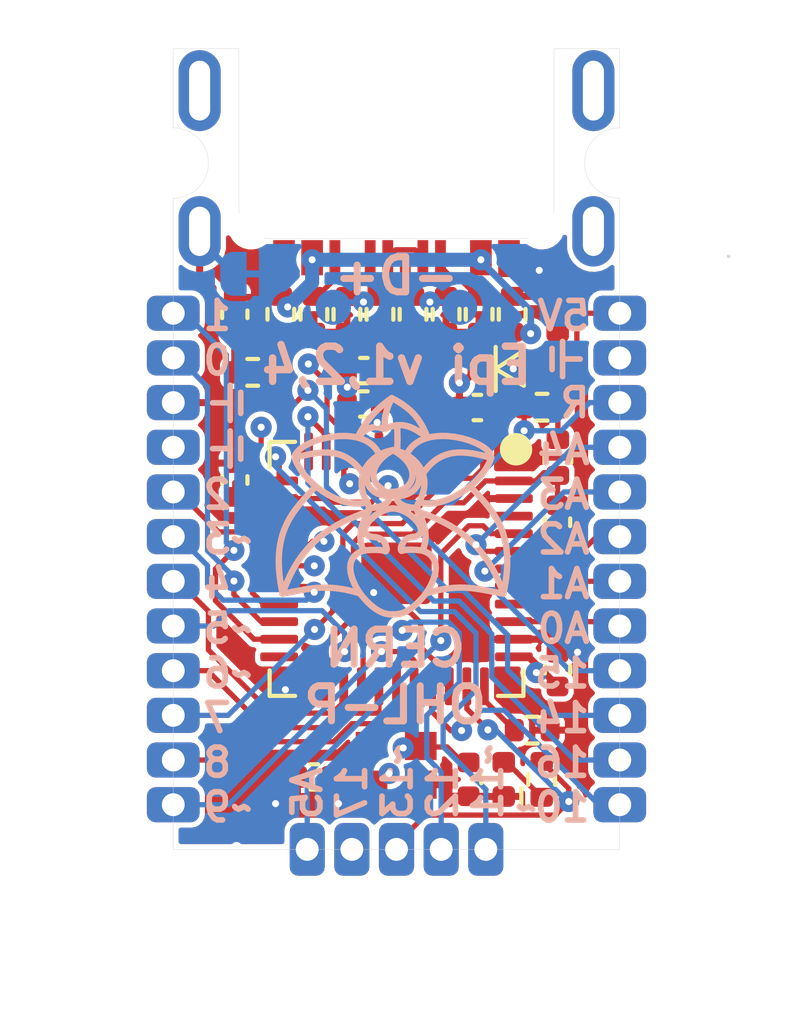
<source format=kicad_pcb>
(kicad_pcb (version 20221018) (generator pcbnew)
  (title_block (title "Epi") (date "2023-01-02") (rev "1,2,0") (company "Rasmus L."))
  (layers (0 "F.Cu" mixed) (1 "In1.Cu" signal) (2 "In2.Cu" signal) (31 "B.Cu" mixed) (34 "B.Paste" user) (35 "F.Paste" user) (36 "B.SilkS" user "B.Silkscreen") (37 "F.SilkS" user "F.Silkscreen") (38 "B.Mask" user) (39 "F.Mask" user) (44 "Edge.Cuts" user))
  (net 0 "")
  (net 1 "+5V")
  (net 2 "GND")
  (net 3 "Net-(C2-Pad2)")
  (net 4 "Net-(U1-XTAL1)")
  (net 5 "RST")
  (net 6 "D1{slash}TX")
  (net 7 "D0{slash}RX")
  (net 8 "A4")
  (net 9 "Net-(U1-XTAL2)")
  (net 10 "Net-(U1-UCAP)")
  (net 11 "Net-(D1-A)")
  (net 12 "Net-(D2-A)")
  (net 13 "D17{slash}SS")
  (net 14 "Net-(J4-CC1)")
  (net 15 "Net-(J4-D+-PadA6)")
  (net 16 "D+")
  (net 17 "D-")
  (net 18 "D7")
  (net 19 "D15{slash}SCK")
  (net 20 "D16{slash}MOSI")
  (net 21 "D14{slash}MISO")
  (net 22 "D3{slash}SCL")
  (net 23 "D2{slash}SDA")
  (net 24 "Net-(J4-D--PadA7)")
  (net 25 "D4")
  (net 26 "D6")
  (net 27 "D8")
  (net 28 "D9")
  (net 29 "D5")
  (net 30 "D10")
  (net 31 "Net-(J4-CC2)")
  (net 32 "A0")
  (net 33 "A1")
  (net 34 "A2")
  (net 35 "A3")
  (net 36 "A5")
  (net 37 "Net-(J4-SHIELD)")
  (net 38 "Net-(U1-~{HWB}{slash}PE2)")
  (net 40 "D11")
  (net 41 "D12")
  (net 42 "D13")
  (net 44 "Net-(F1-Pad1)")
  (net 45 "Net-(FB1-Pad1)")
  (footprint "Capacitor_SMD:C_0402_1005Metric" (layer "F.Cu") (at 103.344422 60.55)
    (fp_text reference "C8" hide)
    (fp_text value "1µF" hide)
  )
  (footprint "Capacitor_SMD:C_0402_1005Metric" (layer "F.Cu") (at 99.67322 63.66 -90)
    (fp_text reference "C9" hide)
    (fp_text value "100nF" hide)
  )
  (footprint "Resistor_SMD:R_0402_1005Metric" (layer "F.Cu") (at 105.68322 58.95 -90)
    (fp_text reference "RV1" hide)
    (fp_text value "ESD protection varistor" hide)
  )
  (footprint "Crystal:Crystal_SMD_2016-4Pin_2.0x1.6mm" (layer "F.Cu") (at 104.26322 71.77)
    (fp_text reference "Y1" hide)
    (fp_text value "Crystal_GND24" hide)
  )
  (footprint "DIY:NPTH" (layer "F.Cu") (at 108.404422 56.450001)
    (fp_text reference "REF**" hide)
    (fp_text value "NPTH")
  )
  (footprint "Capacitor_SMD:C_0402_1005Metric" (layer "F.Cu") (at 99.67322 58.95 90)
    (fp_text reference "C1" hide)
    (fp_text value "100nF")
  )
  (footprint "Resistor_SMD:R_0402_1005Metric" (layer "F.Cu") (at 101.92322 58.95 90)
    (fp_text reference "R4" hide)
    (fp_text value "5,1kΩ" hide)
  )
  (footprint "Resistor_SMD:R_0402_1005Metric" (layer "F.Cu") (at 100.18322 60.6)
    (fp_text reference "R3" hide)
    (fp_text value "10kΩ")
  )
  (footprint "Package_DFN_QFN:QFN-44-1EP_7x7mm_P0.5mm_EP5.2x5.2mm" (layer "F.Cu") (at 104.27322 66.1865 -90)
    (fp_text reference "U1" hide)
    (fp_text value "ATmega32U4-M" hide)
  )
  (footprint "LED_SMD:LED_0402_1005Metric" (layer "F.Cu") (at 107.32322 72.17 90)
    (fp_text reference "D1" hide)
    (fp_text value "LED" hide)
  )
  (footprint "Resistor_SMD:R_0402_1005Metric" (layer "F.Cu") (at 104.74322 58.95 -90)
    (fp_text reference "R2" hide)
    (fp_text value "22Ω" hide)
  )
  (footprint "Resistor_SMD:R_0402_1005Metric" (layer "F.Cu") (at 108.41322 61.59 180)
    (fp_text reference "R6" hide)
    (fp_text value "10kΩ" hide)
  )
  (footprint "Resistor_SMD:R_0402_1005Metric" (layer "F.Cu") (at 108.13322 70.77)
    (fp_text reference "R7" hide)
    (fp_text value "10kΩ" hide)
  )
  (footprint "Resistor_SMD:R_0402_1005Metric" (layer "F.Cu") (at 100.98322 58.95 90)
    (fp_text reference "RV3" hide)
    (fp_text value "ESD protection varistor")
  )
  (footprint "Resistor_SMD:R_0402_1005Metric" (layer "F.Cu") (at 103.80322 58.95 -90)
    (fp_text reference "R1" hide)
    (fp_text value "22Ω" hide)
  )
  (footprint "DIY:NPTH" (layer "F.Cu") (at 100.140476 56.45)
    (fp_text reference "REF**" hide)
    (fp_text value "NPTH")
  )
  (footprint "Resistor_SMD:R_0402_1005Metric" (layer "F.Cu") (at 102.86322 58.95 -90)
    (fp_text reference "RV2" hide)
    (fp_text value "ESD protection varistor" hide)
  )
  (footprint "Capacitor_SMD:C_0402_1005Metric" (layer "F.Cu") (at 101.93322 72.1)
    (fp_text reference "C6" hide)
    (fp_text value "22pF" hide)
  )
  (footprint "Connector_PinHeader_1.27mm:PinHeader_1x12_P1.27mm_Vertical" (layer "F.Cu") (at 97.92322 58.92)
    (fp_text reference "J1" hide)
    (fp_text value "Connector 1x12" hide)
  )
  (footprint "Connector_PinHeader_1.27mm:PinHeader_1x05_P1.27mm_Vertical" (layer "F.Cu") (at 106.81322 74.16 -90)
    (fp_text reference "J3" hide)
    (fp_text value "Conn_01x05" hide)
  )
  (footprint "Capacitor_SMD:C_0402_1005Metric" (layer "F.Cu") (at 103.344422 61.5 180)
    (fp_text reference "C4" hide)
    (fp_text value "100nF" hide)
  )
  (footprint "Capacitor_SMD:C_0402_1005Metric" (layer "F.Cu") (at 108.85322 64.86 90)
    (fp_text reference "C2" hide)
    (fp_text value "100nF" hide)
  )
  (footprint "Resistor_SMD:R_0402_1005Metric" (layer "F.Cu") (at 108.86322 63.02 -90)
    (fp_text reference "R9" hide)
    (fp_text value "22Ω" hide)
  )
  (footprint "Resistor_SMD:R_0402_1005Metric" (layer "F.Cu") (at 108.40322 72.17 -90)
    (fp_text reference "R8" hide)
    (fp_text value "1kΩ" hide)
  )
  (footprint "Resistor_SMD:R_0402_1005Metric" (layer "F.Cu") (at 107.56322 58.95 90)
    (fp_text reference "FB1" hide)
    (fp_text value "Ferrite" hide)
  )
  (footprint "USB-C-Connectors-master:USB-C MC-314C-4P16" (layer "F.Cu") (at 104.27322 53.3415 180)
    (fp_text reference "J4" hide)
    (fp_text value "USB-C 2.0 mid-mount female connector" hide)
  )
  (footprint "Capacitor_SMD:C_0402_1005Metric" (layer "F.Cu") (at 108.85322 69.05 -90)
    (fp_text reference "C3" hide)
    (fp_text value "100nF" hide)
  )
  (footprint "Capacitor_SMD:C_0402_1005Metric" (layer "F.Cu") (at 106.32322 72.17 90)
    (fp_text reference "C5" hide)
    (fp_text value "22pF" hide)
  )
  (footprint "Capacitor_SMD:C_0402_1005Metric" (layer "F.Cu") (at 106.57322 61.6)
    (fp_text reference "C10" hide)
    (fp_text value "100nF" hide)
  )
  (footprint "Resistor_SMD:R_0402_1005Metric" (layer "F.Cu") (at 106.62322 58.95 -90)
    (fp_text reference "R5" hide)
    (fp_text value "5,1kΩ" hide)
  )
  (footprint "Fuse:Fuse_0402_1005Metric" (layer "F.Cu") (at 108.85822 58.95 -90)
    (fp_text reference "F1" hide)
    (fp_text value "Polyfuse 500mA HC" hide)
  )
  (footprint "DIY:SOD323_bättre (2022_12_20 17_46_41 UTC)" (layer "F.Cu") (at 107.64322 60.48)
    (fp_text reference "D2" hide)
    (fp_text value "D_Schottky")
  )
  (footprint "Connector_PinHeader_1.27mm:PinHeader_1x12_P1.27mm_Vertical" (layer "F.Cu") (at 110.62322 58.92)
    (fp_text reference "J2" hide)
    (fp_text value "Connector 1x12" hide)
  )
  (footprint "TestPoint:TestPoint_Pad_D1.0mm" (layer "B.Cu") (at 106.06822 58.75 180)
    (fp_text reference "TP2" hide)
    (fp_text value "TestPoint" hide)
  )
  (footprint "TestPoint:TestPoint_Pad_D1.0mm" (layer "B.Cu") (at 102.47822 58.75 180)
    (fp_text reference "TP1" hide)
    (fp_text value "TestPoint" hide)
  )
  (footprint "Jumper:SolderJumper-2_P1.3mm_Bridged_RoundedPad1.0x1.5mm" (layer "B.Cu") (at 100.184422 57.8 180)
    (fp_text reference "JP1" hide)
    (fp_text value "Jumper" hide)
  )
  (gr_line (start 103.943087 64.109203) (end 103.877506 64.095833) (stroke (width 0.18)) (layer "B.SilkS"))
  (gr_line (start 104.890958 64.326426) (end 104.886442 64.336999) (stroke (width 0.18)) (layer "B.SilkS"))
  (gr_line (start 103.302677 65.58944) (end 103.317877 65.629065) (stroke (width 0.18)) (layer "B.SilkS"))
  (gr_line (start 103.870472 65.660467) (end 103.904484 65.666583) (stroke (width 0.18)) (layer "B.SilkS"))
  (gr_line (start 103.567335 63.108429) (end 103.535336 63.140361) (stroke (width 0.18)) (layer "B.SilkS"))
  (gr_line (start 104.295933 62.264942) (end 104.298987 62.346034) (stroke (width 0.18)) (layer "B.SilkS"))
  (gr_line (start 103.014052 65.911171) (end 102.998023 65.944865) (stroke (width 0.18)) (layer "B.SilkS"))
  (gr_line (start 107.22144 64.963363) (end 107.258291 65.050554) (stroke (width 0.18)) (layer "B.SilkS"))
  (gr_line (start 103.741227 63.818822) (end 103.774634 63.850176) (stroke (width 0.18)) (layer "B.SilkS"))
  (gr_line (start 103.059737 66.833705) (end 103.239627 66.887564) (stroke (width 0.18)) (layer "B.SilkS"))
  (gr_line (start 103.959345 62.203047) (end 103.935868 62.214941) (stroke (width 0.18)) (layer "B.SilkS"))
  (gr_line (start 104.3982 65.636147) (end 104.400179 65.644197) (stroke (width 0.18)) (layer "B.SilkS"))
  (gr_line (start 102.961057 66.217823) (end 102.96605 66.261326) (stroke (width 0.18)) (layer "B.SilkS"))
  (gr_line (start 104.970472 65.092853) (end 104.967973 65.121721) (stroke (width 0.18)) (layer "B.SilkS"))
  (gr_line (start 104.579235 65.64426) (end 104.541469 65.647461) (stroke (width 0.18)) (layer "B.SilkS"))
  (gr_line (start 106.555983 62.928568) (end 106.422595 62.904527) (stroke (width 0.18)) (layer "B.SilkS"))
  (gr_line (start 107.421334 65.888928) (end 107.422156 66.014815) (stroke (width 0.18)) (layer "B.SilkS"))
  (gr_line (start 101.207791 64.798262) (end 101.165197 64.879408) (stroke (width 0.18)) (layer "B.SilkS"))
  (gr_line (start 103.902724 62.201645) (end 103.935868 62.214941) (stroke (width 0.18)) (layer "B.SilkS"))
  (gr_line (start 103.206996 65.721647) (end 103.170505 65.743297) (stroke (width 0.18)) (layer "B.SilkS"))
  (gr_line (start 105.028467 64.014922) (end 105.011777 64.067782) (stroke (width 0.18)) (layer "B.SilkS"))
  (gr_line (start 104.028405 62.171584) (end 104.00561 62.181379) (stroke (width 0.18)) (layer "B.SilkS"))
  (gr_line (start 104.403715 64.109084) (end 104.469297 64.095714) (stroke (width 0.18)) (layer "B.SilkS"))
  (gr_line (start 104.994154 64.792219) (end 105.02004 64.856758) (stroke (width 0.18)) (layer "B.SilkS"))
  (gr_line (start 103.032885 65.879) (end 103.014052 65.911171) (stroke (width 0.18)) (layer "B.SilkS"))
  (gr_line (start 101.401733 64.498096) (end 101.350124 64.56994) (stroke (width 0.18)) (layer "B.SilkS"))
  (gr_line (start 103.44592 64.30557) (end 103.451027 64.316024) (stroke (width 0.18)) (layer "B.SilkS"))
  (gr_line (start 103.239591 66.887472) (end 103.296931 66.959321) (stroke (width 0.18)) (layer "B.SilkS"))
  (gr_line (start 103.506256 63.854894) (end 103.48072 63.811587) (stroke (width 0.18)) (layer "B.SilkS"))
  (gr_line (start 101.380356 63.030923) (end 101.518742 62.992958) (stroke (width 0.18)) (layer "B.SilkS"))
  (gr_line (start 103.906606 65.402758) (end 103.918634 65.418458) (stroke (width 0.18)) (layer "B.SilkS"))
  (gr_line (start 103.399592 63.319044) (end 103.377837 63.35834) (stroke (width 0.18)) (layer "B.SilkS"))
  (gr_line (start 103.959108 61.831851) (end 103.949571 61.890036) (stroke (width 0.18)) (layer "B.SilkS"))
  (gr_line (start 101.032607 66.892965) (end 101.513171 66.799643) (stroke (width 0.18)) (layer "B.SilkS"))
  (gr_line (start 104.866081 63.811469) (end 104.886602 63.766022) (stroke (width 0.18)) (layer "B.SilkS"))
  (gr_line (start 104.877079 67.149014) (end 104.819219 67.203394) (stroke (width 0.18)) (layer "B.SilkS"))
  (gr_line (start 103.635559 63.048648) (end 103.600768 63.077846) (stroke (width 0.18)) (layer "B.SilkS"))
  (gr_line (start 106.839187 63.302804) (end 106.806113 63.355694) (stroke (width 0.18)) (layer "B.SilkS"))
  (gr_line (start 104.173442 62.811343) (end 104.188345 62.813804) (stroke (width 0.18)) (layer "B.SilkS"))
  (gr_line (start 101.032607 66.893039) (end 101.080136 66.759116) (stroke (width 0.18)) (layer "B.SilkS"))
  (gr_line (start 103.335112 65.668869) (end 103.28926 65.684367) (stroke (width 0.18)) (layer "B.SilkS"))
  (gr_line (start 103.274382 64.322814) (end 103.315952 64.316412) (stroke (width 0.18)) (layer "B.SilkS"))
  (gr_line (start 104.895775 64.315914) (end 104.890958 64.326426) (stroke (width 0.18)) (layer "B.SilkS"))
  (gr_line (start 103.570177 65.646975) (end 103.661095 65.646) (stroke (width 0.18)) (layer "B.SilkS"))
  (gr_line (start 101.753218 65.604341) (end 101.901345 65.448942) (stroke (width 0.18)) (layer "B.SilkS"))
  (gr_line (start 103.94211 61.950297) (end 103.936868 62.012777) (stroke (width 0.18)) (layer "B.SilkS"))
  (gr_line (start 104.068824 64.197895) (end 104.076355 64.174101) (stroke (width 0.18)) (layer "B.SilkS"))
  (gr_line (start 105.440216 63.057369) (end 105.384886 63.094978) (stroke (width 0.18)) (layer "B.SilkS"))
  (gr_line (start 104.285778 62.10375) (end 104.285778 62.10375) (stroke (width 0.18)) (layer "B.SilkS"))
  (gr_line (start 104.864198 64.412902) (end 104.862494 64.424042) (stroke (width 0.18)) (layer "B.SilkS"))
  (gr_line (start 103.978889 65.669666) (end 103.975025 65.67376) (stroke (width 0.18)) (layer "B.SilkS"))
  (gr_line (start 106.920525 62.892347) (end 106.946518 62.938602) (stroke (width 0.18)) (layer "B.SilkS"))
  (gr_line (start 104.287257 64.220176) (end 104.277979 64.197774) (stroke (width 0.18)) (layer "B.SilkS"))
  (gr_line (start 104.905354 64.611356) (end 104.936295 64.669402) (stroke (width 0.18)) (layer "B.SilkS"))
  (gr_line (start 104.761223 67.25318) (end 104.70309 67.298283) (stroke (width 0.18)) (layer "B.SilkS"))
  (gr_line (start 105.728665 62.926683) (end 105.669467 62.945648) (stroke (width 0.18)) (layer "B.SilkS"))
  (gr_line (start 103.318307 64.015018) (end 103.334997 64.067877) (stroke (width 0.18)) (layer "B.SilkS"))
  (gr_line (start 104.860311 64.481777) (end 104.86126 64.493836) (stroke (width 0.18)) (layer "B.SilkS"))
  (gr_line (start 103.964535 65.680756) (end 103.962064 65.68173) (stroke (width 0.18)) (layer "B.SilkS"))
  (gr_line (start 103.39626 64.297508) (end 103.434877 64.28493) (stroke (width 0.18)) (layer "B.SilkS"))
  (gr_line (start 103.289449 65.550008) (end 103.302677 65.58944) (stroke (width 0.18)) (layer "B.SilkS"))
  (gr_line (start 103.404756 64.229837) (end 103.434841 64.284829) (stroke (width 0.18)) (layer "B.SilkS"))
  (gr_line (start 104.173424 62.811343) (end 104.173424 62.811343) (stroke (width 0.18)) (layer "B.SilkS"))
  (gr_line (start 103.811846 63.879114) (end 103.852799 63.90547) (stroke (width 0.18)) (layer "B.SilkS"))
  (gr_line (start 104.605575 63.818712) (end 104.572169 63.850066) (stroke (width 0.18)) (layer "B.SilkS"))
  (gr_line (start 104.442811 65.468581) (end 104.432818 65.488832) (stroke (width 0.18)) (layer "B.SilkS"))
  (gr_line (start 104.510676 64.562477) (end 104.555706 64.586404) (stroke (width 0.18)) (layer "B.SilkS"))
  (gr_line (start 104.87161 64.379945) (end 104.868767 64.390855) (stroke (width 0.18)) (layer "B.SilkS"))
  (gr_line (start 104.859843 64.469817) (end 104.860311 64.481777) (stroke (width 0.18)) (layer "B.SilkS"))
  (gr_line (start 104.880349 63.407887) (end 104.856685 63.353857) (stroke (width 0.18)) (layer "B.SilkS"))
  (gr_line (start 107.322248 65.235278) (end 107.348942 65.333277) (stroke (width 0.18)) (layer "B.SilkS"))
  (gr_line (start 102.915762 64.305898) (end 103.008916 64.320947) (stroke (width 0.18)) (layer "B.SilkS"))
  (gr_line (start 105.373313 66.305663) (end 105.363459 66.35096) (stroke (width 0.18)) (layer "B.SilkS"))
  (gr_line (start 104.968635 64.175229) (end 104.942022 64.229744) (stroke (width 0.18)) (layer "B.SilkS"))
  (gr_line (start 104.906268 64.295063) (end 104.900883 64.30546) (stroke (width 0.18)) (layer "B.SilkS"))
  (gr_line (start 104.47462 65.41607) (end 104.463722 65.432256) (stroke (width 0.18)) (layer "B.SilkS"))
  (gr_line (start 104.859813 64.457956) (end 104.78007 64.452762) (stroke (width 0.18)) (layer "B.SilkS"))
  (gr_line (start 103.376341 65.092952) (end 103.378837 65.121821) (stroke (width 0.18)) (layer "B.SilkS"))
  (gr_line (start 106.828075 62.992857) (end 106.691196 62.958392) (stroke (width 0.18)) (layer "B.SilkS"))
  (gr_line (start 105.01169 65.668768) (end 105.01169 65.668768) (stroke (width 0.18)) (layer "B.SilkS"))
  (gr_line (start 105.3379 64.320855) (end 105.246757 64.328895) (stroke (width 0.18)) (layer "B.SilkS"))
  (gr_line (start 104.399203 65.583186) (end 104.398029 65.590554) (stroke (width 0.18)) (layer "B.SilkS"))
  (gr_line (start 104.235417 63.992613) (end 104.173392 64) (stroke (width 0.18)) (layer "B.SilkS"))
  (gr_line (start 102.966375 66.054424) (end 102.961173 66.093549) (stroke (width 0.18)) (layer "B.SilkS"))
  (gr_line (start 103.762722 63.037974) (end 103.830982 62.988886) (stroke (width 0.18)) (layer "B.SilkS"))
  (gr_line (start 101.252947 64.719791) (end 101.207791 64.798262) (stroke (width 0.18)) (layer "B.SilkS"))
  (gr_line (start 105.410212 62.415897) (end 105.512517 62.409012) (stroke (width 0.18)) (layer "B.SilkS"))
  (gr_line (start 104.574641 61.606991) (end 104.65795 61.678359) (stroke (width 0.18)) (layer "B.SilkS"))
  (gr_line (start 106.945079 64.498) (end 106.996688 64.569844) (stroke (width 0.18)) (layer "B.SilkS"))
  (gr_line (start 103.137056 65.766864) (end 103.106608 65.792284) (stroke (width 0.18)) (layer "B.SilkS"))
  (gr_line (start 104.641604 64.030903) (end 104.690517 64.001855) (stroke (width 0.18)) (layer "B.SilkS"))
  (gr_line (start 105.061668 63.664409) (end 105.065322 63.712139) (stroke (width 0.18)) (layer "B.SilkS"))
  (gr_line (start 105.38575 66.217726) (end 105.380757 66.26123) (stroke (width 0.18)) (layer "B.SilkS"))
  (gr_line (start 103.977486 64.504489) (end 103.929545 64.52136) (stroke (width 0.18)) (layer "B.SilkS"))
  (gr_line (start 104.870815 63.208043) (end 104.898041 63.243815) (stroke (width 0.18)) (layer "B.SilkS"))
  (gr_line (start 104.53088 64.078069) (end 104.588354 64.056386) (stroke (width 0.18)) (layer "B.SilkS"))
  (gr_line (start 104.992403 67.026837) (end 104.934807 67.090132) (stroke (width 0.18)) (layer "B.SilkS"))
  (gr_line (start 103.490808 62.192329) (end 103.514051 62.183541) (stroke (width 0.18)) (layer "B.SilkS"))
  (gr_line (start 103.83197 62.922201) (end 103.809211 62.934055) (stroke (width 0.18)) (layer "B.SilkS"))
  (gr_line (start 102.341558 64.085573) (end 102.436669 64.136242) (stroke (width 0.18)) (layer "B.SilkS"))
  (gr_line (start 104.024926 67.471155) (end 104.054519 67.47538) (stroke (width 0.18)) (layer "B.SilkS"))
  (gr_line (start 104.396839 65.626836) (end 104.3982 65.636147) (stroke (width 0.18)) (layer "B.SilkS"))
  (gr_line (start 106.869864 63.249326) (end 106.839187 63.302804) (stroke (width 0.18)) (layer "B.SilkS"))
  (gr_line (start 103.950839 65.473908) (end 103.960155 65.495382) (stroke (width 0.18)) (layer "B.SilkS"))
  (gr_line (start 104.950552 64.297417) (end 104.911934 64.284839) (stroke (width 0.18)) (layer "B.SilkS"))
  (gr_line (start 101.476951 63.249414) (end 101.507629 63.302891) (stroke (width 0.18)) (layer "B.SilkS"))
  (gr_line (start 103.758449 64.056505) (end 103.705199 64.031021) (stroke (width 0.18)) (layer "B.SilkS"))
  (gr_line (start 103.774634 63.850176) (end 103.811846 63.879114) (stroke (width 0.18)) (layer "B.SilkS"))
  (gr_line (start 103.436767 63.5151) (end 103.448707 63.461792) (stroke (width 0.18)) (layer "B.SilkS"))
  (gr_line (start 101.623504 64.225849) (end 101.509963 64.359412) (stroke (width 0.18)) (layer "B.SilkS"))
  (gr_line (start 102.155897 63.96995) (end 102.247807 64.03004) (stroke (width 0.18)) (layer "B.SilkS"))
  (gr_line (start 105.814156 64.181648) (end 105.717771 64.221669) (stroke (width 0.18)) (layer "B.SilkS"))
  (gr_line (start 104.410061 62.100778) (end 104.3796 62.099646) (stroke (width 0.18)) (layer "B.SilkS"))
  (gr_line (start 104.774882 63.934019) (end 104.810108 63.895705) (stroke (width 0.18)) (layer "B.SilkS"))
  (gr_line (start 104.604458 62.858095) (end 104.657425 62.778725) (stroke (width 0.18)) (layer "B.SilkS"))
  (gr_line (start 104.860304 64.446566) (end 104.859841 64.457956) (stroke (width 0.18)) (layer "B.SilkS"))
  (gr_line (start 106.066799 66.718982) (end 105.924429 66.724369) (stroke (width 0.18)) (layer "B.SilkS"))
  (gr_line (start 107.348942 65.333277) (end 107.371838 65.435343) (stroke (width 0.18)) (layer "B.SilkS"))
  (gr_line (start 104.916948 63.61921) (end 104.916281 63.567574) (stroke (width 0.18)) (layer "B.SilkS"))
  (gr_line (start 103.99038 64.31296) (end 104.006925 64.296864) (stroke (width 0.18)) (layer "B.SilkS"))
  (gr_line (start 104.224071 62.1126) (end 104.203131 62.116692) (stroke (width 0.18)) (layer "B.SilkS"))
  (gr_line (start 103.882391 64.540789) (end 103.836206 64.562569) (stroke (width 0.18)) (layer "B.SilkS"))
  (gr_line (start 104.404792 65.558621) (end 104.404792 65.558621) (stroke (width 0.18)) (layer "B.SilkS"))
  (gr_line (start 105.223976 63.233317) (end 105.172098 63.28841) (stroke (width 0.18)) (layer "B.SilkS"))
  (gr_line (start 102.67735 62.945748) (end 102.735813 62.968157) (stroke (width 0.18)) (layer "B.SilkS"))
  (gr_line (start 104.322591 61.43309) (end 104.378387 61.467234) (stroke (width 0.18)) (layer "B.SilkS"))
  (gr_line (start 104.269653 62.852388) (end 104.173424 62.811343) (stroke (width 0.18)) (layer "B.SilkS"))
  (gr_line (start 104.886442 64.336999) (end 104.882237 64.347636) (stroke (width 0.18)) (layer "B.SilkS"))
  (gr_line (start 105.057542 65.684267) (end 105.100235 65.701882) (stroke (width 0.18)) (layer "B.SilkS"))
  (gr_line (start 103.423249 63.280888) (end 103.399592 63.319044) (stroke (width 0.18)) (layer "B.SilkS"))
  (gr_line (start 103.792615 65.318261) (end 103.808235 65.32541) (stroke (width 0.18)) (layer "B.SilkS"))
  (gr_line (start 106.723308 64.225752) (end 106.836849 64.359315) (stroke (width 0.18)) (layer "B.SilkS"))
  (gr_line (start 103.106608 65.792284) (end 103.079124 65.819491) (stroke (width 0.18)) (layer "B.SilkS"))
  (gr_line (start 104.961034 65.149025) (end 104.949472 65.174558) (stroke (width 0.18)) (layer "B.SilkS"))
  (gr_line (start 104.866292 64.40184) (end 104.864198 64.412902) (stroke (width 0.18)) (layer "B.SilkS"))
  (gr_line (start 107.408498 66.283204) (end 107.393606 66.426171) (stroke (width 0.18)) (layer "B.SilkS"))
  (gr_line (start 104.173424 62.811343) (end 104.245563 62.852588) (stroke (width 0.18)) (layer "B.SilkS"))
  (gr_line (start 104.936295 64.669402) (end 104.966067 64.729728) (stroke (width 0.18)) (layer "B.SilkS"))
  (gr_line (start 104.396251 65.616186) (end 104.396438 65.621683) (stroke (width 0.18)) (layer "B.SilkS"))
  (gr_line (start 103.760578 65.306264) (end 103.792615 65.318261) (stroke (width 0.18)) (layer "B.SilkS"))
  (gr_line (start 106.898037 63.19533) (end 106.869864 63.249326) (stroke (width 0.18)) (layer "B.SilkS"))
  (gr_line (start 106.422595 62.904527) (end 106.29119 62.88741) (stroke (width 0.18)) (layer "B.SilkS"))
  (gr_line (start 107.346668 66.73081) (end 107.314209 66.892947) (stroke (width 0.18)) (layer "B.SilkS"))
  (gr_line (start 101.30046 64.643761) (end 101.252947 64.719791) (stroke (width 0.18)) (layer "B.SilkS"))
  (gr_line (start 103.555652 63.246132) (end 103.59775 63.192796) (stroke (width 0.18)) (layer "B.SilkS"))
  (gr_line (start 102.731656 64.861961) (end 102.912102 64.775043) (stroke (width 0.18)) (layer "B.SilkS"))
  (gr_line (start 104.380808 67.458598) (end 104.351288 67.465492) (stroke (width 0.18)) (layer "B.SilkS"))
  (gr_line (start 103.010131 66.443977) (end 103.026982 66.49147) (stroke (width 0.18)) (layer "B.SilkS"))
  (gr_line (start 103.335112 65.668869) (end 103.335112 65.668869) (stroke (width 0.18)) (layer "B.SilkS"))
  (gr_line (start 103.865099 63.029931) (end 103.818841 63.076475) (stroke (width 0.18)) (layer "B.SilkS"))
  (gr_line (start 104.864662 64.518262) (end 104.867147 64.530634) (stroke (width 0.18)) (layer "B.SilkS"))
  (gr_line (start 104.292134 67.475282) (end 104.262499 67.478156) (stroke (width 0.18)) (layer "B.SilkS"))
  (gr_line (start 104.348741 62.099736) (end 104.317472 62.10109) (stroke (width 0.18)) (layer "B.SilkS"))
  (gr_line (start 102.961173 66.093549) (end 102.958579 66.133869) (stroke (width 0.18)) (layer "B.SilkS"))
  (gr_line (start 103.378102 65.062725) (end 103.376341 65.092952) (stroke (width 0.18)) (layer "B.SilkS"))
  (gr_line (start 103.255573 65.133184) (end 103.248446 65.206228) (stroke (width 0.18)) (layer "B.SilkS"))
  (gr_line (start 105.788576 62.911019) (end 105.728665 62.926683) (stroke (width 0.18)) (layer "B.SilkS"))
  (gr_line (start 106.693592 63.510157) (end 106.652011 63.560013) (stroke (width 0.18)) (layer "B.SilkS"))
  (gr_line (start 106.131349 62.47374) (end 106.323803 62.528345) (stroke (width 0.18)) (layer "B.SilkS"))
  (gr_line (start 103.054562 65.848418) (end 103.032885 65.879) (stroke (width 0.18)) (layer "B.SilkS"))
  (gr_line (start 103.356599 64.30799) (end 103.39626 64.297508) (stroke (width 0.18)) (layer "B.SilkS"))
  (gr_line (start 104.181999 62.121375) (end 104.160671 62.126657) (stroke (width 0.18)) (layer "B.SilkS"))
  (gr_line (start 103.972675 64.327924) (end 103.99038 64.31296) (stroke (width 0.18)) (layer "B.SilkS"))
  (gr_line (start 105.910461 62.889022) (end 105.849181 62.898513) (stroke (width 0.18)) (layer "B.SilkS"))
  (gr_line (start 101.353836 66.16589) (end 101.415342 66.061582) (stroke (width 0.18)) (layer "B.SilkS"))
  (gr_line (start 105.049871 66.95922) (end 104.992403 67.026837) (stroke (width 0.18)) (layer "B.SilkS"))
  (gr_line (start 102.973493 66.30576) (end 102.983348 66.351056) (stroke (width 0.18)) (layer "B.SilkS"))
  (gr_line (start 100.931129 65.768365) (end 100.92548 65.889023) (stroke (width 0.18)) (layer "B.SilkS"))
  (gr_line (start 105.052483 63.911112) (end 105.042008 63.962687) (stroke (width 0.18)) (layer "B.SilkS"))
  (gr_line (start 104.02281 62.845853) (end 103.998229 62.853543) (stroke (width 0.18)) (layer "B.SilkS"))
  (gr_line (start 104.990215 64.307898) (end 104.950552 64.297417) (stroke (width 0.18)) (layer "B.SilkS"))
  (gr_line (start 104.689235 64.442583) (end 104.64161 64.43476) (stroke (width 0.18)) (layer "B.SilkS"))
  (gr_line (start 103.929545 64.52136) (end 103.882391 64.540789) (stroke (width 0.18)) (layer "B.SilkS"))
  (gr_line (start 103.56046 62.645659) (end 103.485811 62.591258) (stroke (width 0.18)) (layer "B.SilkS"))
  (gr_line (start 101.612252 65.774915) (end 101.753218 65.604341) (stroke (width 0.18)) (layer "B.SilkS"))
  (gr_line (start 100.924658 66.01491) (end 100.928868 66.146258) (stroke (width 0.18)) (layer "B.SilkS"))
  (gr_line (start 104.746002 63.077754) (end 104.779436 63.108337) (stroke (width 0.18)) (layer "B.SilkS"))
  (gr_line (start 103.471992 64.369215) (end 103.475193 64.380053) (stroke (width 0.18)) (layer "B.SilkS"))
  (gr_line (start 104.66071 63.749415) (end 104.635111 63.785106) (stroke (width 0.18)) (layer "B.SilkS"))
  (gr_line (start 107.422156 66.014815) (end 107.417946 66.146163) (stroke (width 0.18)) (layer "B.SilkS"))
  (gr_line (start 105.011777 64.067782) (end 104.99186 64.12123) (stroke (width 0.18)) (layer "B.SilkS"))
  (gr_line (start 103.455845 64.326536) (end 103.460361 64.337109) (stroke (width 0.18)) (layer "B.SilkS"))
  (gr_line (start 107.046352 64.643664) (end 107.093865 64.719694) (stroke (width 0.18)) (layer "B.SilkS"))
  (gr_line (start 103.39393 62.06006) (end 103.447094 61.986319) (stroke (width 0.18)) (layer "B.SilkS"))
  (gr_line (start 105.028926 65.628964) (end 105.01169 65.668768) (stroke (width 0.18)) (layer "B.SilkS"))
  (gr_line (start 105.496358 63.023774) (end 105.440216 63.057369) (stroke (width 0.18)) (layer "B.SilkS"))
  (gr_line (start 103.473041 64.555807) (end 103.473041 64.555807) (stroke (width 0.18)) (layer "B.SilkS"))
  (gr_line (start 104.779436 63.108337) (end 104.811434 63.140269) (stroke (width 0.18)) (layer "B.SilkS"))
  (gr_line (start 104.00561 62.181379) (end 103.982591 62.191863) (stroke (width 0.18)) (layer "B.SilkS"))
  (gr_line (start 103.444805 63.71879) (end 103.434652 63.669773) (stroke (width 0.18)) (layer "B.SilkS"))
  (gr_line (start 101.507629 63.302891) (end 101.540703 63.355782) (stroke (width 0.18)) (layer "B.SilkS"))
  (gr_line (start 99.042268 62.767) (end 99.542268 62.767) (stroke (width 0.16)) (layer "B.SilkS"))
  (gr_line (start 104.58526 62.130829) (end 104.528209 62.116664) (stroke (width 0.18)) (layer "B.SilkS"))
  (gr_line (start 104.300583 62.430127) (end 104.300684 62.519221) (stroke (width 0.18)) (layer "B.SilkS"))
  (gr_line (start 101.518742 62.992958) (end 101.655621 62.958493) (stroke (width 0.18)) (layer "B.SilkS"))
  (gr_line (start 104.645629 63.088366) (end 104.584079 63.037861) (stroke (width 0.18)) (layer "B.SilkS"))
  (gr_line (start 103.87754 67.430151) (end 103.906941 67.440964) (stroke (width 0.18)) (layer "B.SilkS"))
  (gr_line (start 104.047559 62.838712) (end 104.02281 62.845853) (stroke (width 0.18)) (layer "B.SilkS"))
  (gr_line (start 101.544613 65.866229) (end 101.612252 65.774915) (stroke (width 0.18)) (layer "B.SilkS"))
  (gr_line (start 104.270447 64.173981) (end 104.264759 64.148754) (stroke (width 0.18)) (layer "B.SilkS"))
  (gr_line (start 102.436669 64.136242) (end 102.532658 64.18174) (stroke (width 0.18)) (layer "B.SilkS"))
  (gr_line (start 104.867147 64.530634) (end 104.870175 64.543115) (stroke (width 0.18)) (layer "B.SilkS"))
  (gr_line (start 103.93638 67.450483) (end 103.965857 67.458695) (stroke (width 0.18)) (layer "B.SilkS"))
  (gr_line (start 104.433232 64.36632) (end 104.41263 64.354495) (stroke (width 0.18)) (layer "B.SilkS"))
  (gr_line (start 106.806113 63.355694) (end 106.770751 63.407929) (stroke (width 0.18)) (layer "B.SilkS"))
  (gr_line (start 104.291619 62.836548) (end 104.291619 62.836548) (stroke (width 0.18)) (layer "B.SilkS"))
  (gr_line (start 105.62076 66.759597) (end 105.458028 66.79129) (stroke (width 0.18)) (layer "B.SilkS"))
  (gr_line (start 103.435049 65.219594) (end 103.461572 65.238581) (stroke (width 0.18)) (layer "B.SilkS"))
  (gr_line (start 104.953159 64.998924) (end 104.962883 65.031248) (stroke (width 0.18)) (layer "B.SilkS"))
  (gr_line (start 104.555706 64.586404) (end 104.599402 64.612269) (stroke (width 0.18)) (layer "B.SilkS"))
  (gr_line (start 103.144244 66.736613) (end 103.174023 66.786717) (stroke (width 0.18)) (layer "B.SilkS"))
  (gr_line (start 104.933106 65.198115) (end 104.911752 65.219489) (stroke (width 0.18)) (layer "B.SilkS"))
  (gr_line (start 104.432818 65.488832) (end 104.423144 65.510552) (stroke (width 0.18)) (layer "B.SilkS"))
  (gr_line (start 104.015188 61.617042) (end 103.998761 61.668338) (stroke (width 0.18)) (layer "B.SilkS"))
  (gr_line (start 103.59775 63.192796) (end 103.646219 63.140167) (stroke (width 0.18)) (layer "B.SilkS"))
  (gr_line (start 102.96605 66.261326) (end 102.973493 66.30576) (stroke (width 0.18)) (layer "B.SilkS"))
  (gr_line (start 102.436357 62.889123) (end 102.497637 62.898614) (stroke (width 0.18)) (layer "B.SilkS"))
  (gr_line (start 103.897427 63.929078) (end 103.945665 63.949773) (stroke (width 0.18)) (layer "B.SilkS"))
  (gr_line (start 105.431054 64.305806) (end 105.3379 64.320855) (stroke (width 0.18)) (layer "B.SilkS"))
  (gr_line (start 103.906941 67.440964) (end 103.93638 67.450483) (stroke (width 0.18)) (layer "B.SilkS"))
  (gr_line (start 103.93004 65.435508) (end 103.940788 65.45397) (stroke (width 0.18)) (layer "B.SilkS"))
  (gr_line (start 105.910144 64.13615) (end 105.814156 64.181648) (stroke (width 0.18)) (layer "B.SilkS"))
  (gr_line (start 103.48051 64.401947) (end 103.482605 64.413008) (stroke (width 0.18)) (layer "B.SilkS"))
  (gr_line (start 103.514051 62.183541) (end 103.537804 62.175889) (stroke (width 0.18)) (layer "B.SilkS"))
  (gr_line (start 102.961931 63.095078) (end 103.016427 63.136844) (stroke (width 0.18)) (layer "B.SilkS"))
  (gr_line (start 102.280015 66.719085) (end 102.422384 66.724471) (stroke (width 0.18)) (layer "B.SilkS"))
  (gr_line (start 104.520963 65.363185) (end 104.508983 65.37474) (stroke (width 0.18)) (layer "B.SilkS"))
  (gr_line (start 104.791466 64.763479) (end 104.823318 64.796654) (stroke (width 0.18)) (layer "B.SilkS"))
  (gr_line (start 103.448707 63.461792) (end 103.466452 63.408004) (stroke (width 0.18)) (layer "B.SilkS"))
  (gr_line (start 103.036922 62.428742) (end 102.936601 62.41599) (stroke (width 0.18)) (layer "B.SilkS"))
  (gr_line (start 104.076355 64.174101) (end 104.082043 64.148873) (stroke (width 0.18)) (layer "B.SilkS"))
  (gr_line (start 102.888784 66.791391) (end 103.059737 66.833705) (stroke (width 0.18)) (layer "B.SilkS"))
  (gr_line (start 103.07007 63.18291) (end 103.122841 63.233418) (stroke (width 0.18)) (layer "B.SilkS"))
  (gr_line (start 106.923599 63.140883) (end 106.898037 63.19533) (stroke (width 0.18)) (layer "B.SilkS"))
  (gr_line (start 103.243757 62.368874) (end 103.281637 62.332097) (stroke (width 0.18)) (layer "B.SilkS"))
  (gr_line (start 106.563383 63.656868) (end 106.516552 63.70373) (stroke (width 0.18)) (layer "B.SilkS"))
  (gr_line (start 106.005255 64.085482) (end 105.910144 64.13615) (stroke (width 0.18)) (layer "B.SilkS"))
  (gr_line (start 101.088521 65.05065) (end 101.05485 65.14121) (stroke (width 0.18)) (layer "B.SilkS"))
  (gr_line (start 101.979528 63.83732) (end 101.979528 63.83732) (stroke (width 0.18)) (layer "B.SilkS"))
  (gr_line (start 103.451027 64.316024) (end 103.455845 64.326536) (stroke (width 0.18)) (layer "B.SilkS"))
  (gr_line (start 103.239591 66.887472) (end 103.239591 66.887472) (stroke (width 0.18)) (layer "B.SilkS"))
  (gr_line (start 104.203112 67.479804) (end 104.17336 67.478555) (stroke (width 0.18)) (layer "B.SilkS"))
  (gr_line (start 103.484097 64.506101) (end 103.48214 64.518367) (stroke (width 0.18)) (layer "B.SilkS"))
  (gr_line (start 104.469297 64.095714) (end 104.53088 64.078069) (stroke (width 0.18)) (layer "B.SilkS"))
  (gr_line (start 101.540703 63.355782) (end 101.576065 63.408017) (stroke (width 0.18)) (layer "B.SilkS"))
  (gr_line (start 104.998526 62.11239) (end 105.035882 62.183472) (stroke (width 0.18)) (layer "B.SilkS"))
  (gr_line (start 108.99703 60.22) (end 108.99703 59.72) (stroke (width 0.16)) (layer "B.SilkS"))
  (gr_line (start 103.268648 65.471784) (end 103.278127 65.510785) (stroke (width 0.18)) (layer "B.SilkS"))
  (gr_line (start 104.396438 65.621683) (end 104.396839 65.626836) (stroke (width 0.18)) (layer "B.SilkS"))
  (gr_line (start 103.343611 62.135153) (end 103.39393 62.06006) (stroke (width 0.18)) (layer "B.SilkS"))
  (gr_line (start 107.371838 65.435343) (end 107.390731 65.541709) (stroke (width 0.18)) (layer "B.SilkS"))
  (gr_line (start 102.912102 64.775043) (end 103.096159 64.695776) (stroke (width 0.18)) (layer "B.SilkS"))
  (gr_line (start 105.006429 63.44012) (end 105.022013 63.482626) (stroke (width 0.18)) (layer "B.SilkS"))
  (gr_line (start 104.052003 61.518414) (end 104.032982 61.567115) (stroke (width 0.18)) (layer "B.SilkS"))
  (gr_line (start 103.618815 63.500855) (end 103.619426 63.545582) (stroke (width 0.18)) (layer "B.SilkS"))
  (gr_line (start 104.571271 65.326565) (end 104.558354 65.334393) (stroke (width 0.18)) (layer "B.SilkS"))
  (gr_line (start 103.753249 64.424797) (end 103.800955 64.412062) (stroke (width 0.18)) (layer "B.SilkS"))
  (gr_line (start 103.689387 62.778817) (end 103.628537 62.708077) (stroke (width 0.18)) (layer "B.SilkS"))
  (gr_line (start 104.122669 62.820639) (end 104.097502 62.826099) (stroke (width 0.18)) (layer "B.SilkS"))
  (gr_line (start 103.429853 63.619328) (end 103.43052 63.567691) (stroke (width 0.18)) (layer "B.SilkS"))
  (gr_line (start 103.460199 63.76614) (end 103.444805 63.71879) (stroke (width 0.18)) (layer "B.SilkS"))
  (gr_line (start 103.968698 65.518456) (end 103.976429 65.543192) (stroke (width 0.18)) (layer "B.SilkS"))
  (gr_line (start 102.02301 62.528435) (end 101.846204 62.595461) (stroke (width 0.18)) (layer "B.SilkS"))
  (gr_line (start 103.326763 64.856858) (end 103.303596 64.92333) (stroke (width 0.18)) (layer "B.SilkS"))
  (gr_line (start 104.584079 63.037861) (end 104.51582 62.988773) (stroke (width 0.18)) (layer "B.SilkS"))
  (gr_line (start 105.525739 64.284054) (end 105.431054 64.305806) (stroke (width 0.18)) (layer "B.SilkS"))
  (gr_line (start 103.934172 64.354628) (end 103.953906 64.341799) (stroke (width 0.18)) (layer "B.SilkS"))
  (gr_line (start 105.05543 63.617556) (end 105.061668 63.664409) (stroke (width 0.18)) (layer "B.SilkS"))
  (gr_line (start 103.304764 63.962782) (end 103.318307 64.015018) (stroke (width 0.18)) (layer "B.SilkS"))
  (gr_line (start 103.460361 64.337109) (end 103.464565 64.347745) (stroke (width 0.18)) (layer "B.SilkS"))
  (gr_line (start 104.082043 64.148873) (end 104.08579 64.122168) (stroke (width 0.18)) (layer "B.SilkS"))
  (gr_line (start 105.332753 65.911072) (end 105.348781 65.944766) (stroke (width 0.18)) (layer "B.SilkS"))
  (gr_line (start 103.892198 64.377323) (end 103.91357 64.366455) (stroke (width 0.18)) (layer "B.SilkS"))
  (gr_line (start 104.430401 62.984006) (end 104.481704 63.029821) (stroke (width 0.18)) (layer "B.SilkS"))
  (gr_line (start 104.440138 62.103088) (end 104.410061 62.100778) (stroke (width 0.18)) (layer "B.SilkS"))
  (gr_line (start 102.215465 62.473831) (end 102.02301 62.528435) (stroke (width 0.18)) (layer "B.SilkS"))
  (gr_line (start 103.170574 62.448172) (end 103.209618 62.368109) (stroke (width 0.18)) (layer "B.SilkS"))
  (gr_line (start 102.055628 62.887511) (end 102.184891 62.87846) (stroke (width 0.18)) (layer "B.SilkS"))
  (gr_line (start 103.484309 64.424147) (end 103.48561 64.435366) (stroke (width 0.18)) (layer "B.SilkS"))
  (gr_line (start 107.216661 66.630373) (end 107.164219 66.506858) (stroke (width 0.18)) (layer "B.SilkS"))
  (gr_line (start 104.33425 64.117941) (end 104.403715 64.109084) (stroke (width 0.18)) (layer "B.SilkS"))
  (gr_line (start 107.417946 66.146163) (end 107.408498 66.283204) (stroke (width 0.18)) (layer "B.SilkS"))
  (gr_line (start 99.542268 61.467) (end 99.542268 60.967) (stroke (width 0.16)) (layer "B.SilkS"))
  (gr_line (start 104.463722 65.432256) (end 104.453115 65.449741) (stroke (width 0.18)) (layer "B.SilkS"))
  (gr_line (start 107.164219 66.506858) (end 107.109415 66.388348) (stroke (width 0.18)) (layer "B.SilkS"))
  (gr_line (start 103.246622 65.280626) (end 103.24786 65.318297) (stroke (width 0.18)) (layer "B.SilkS"))
  (gr_line (start 105.720464 62.411619) (end 105.928488 62.434013) (stroke (width 0.18)) (layer "B.SilkS"))
  (gr_line (start 103.473041 64.555807) (end 103.441449 64.611457) (stroke (width 0.18)) (layer "B.SilkS"))
  (gr_line (start 101.655621 62.958493) (end 101.790835 62.928669) (stroke (width 0.18)) (layer "B.SilkS"))
  (gr_line (start 101.979528 63.837311) (end 101.74071 64.09555) (stroke (width 0.18)) (layer "B.SilkS"))
  (gr_line (start 104.815937 65.268454) (end 104.755199 65.276236) (stroke (width 0.18)) (layer "B.SilkS"))
  (gr_line (start 104.941566 62.54447) (end 105.027393 62.505179) (stroke (width 0.18)) (layer "B.SilkS"))
  (gr_line (start 104.968934 63.358249) (end 104.98871 63.39865) (stroke (width 0.18)) (layer "B.SilkS"))
  (gr_line (start 104.857779 61.895558) (end 104.91024 61.968195) (stroke (width 0.18)) (layer "B.SilkS"))
  (gr_line (start 104.644818 67.338612) (end 104.586404 67.374077) (stroke (width 0.18)) (layer "B.SilkS"))
  (gr_line (start 104.560028 62.946402) (end 104.604458 62.858095) (stroke (width 0.18)) (layer "B.SilkS"))
  (gr_line (start 104.735648 64.448468) (end 104.689235 64.442583) (stroke (width 0.18)) (layer "B.SilkS"))
  (gr_line (start 103.503113 61.913976) (end 103.561999 61.843073) (stroke (width 0.18)) (layer "B.SilkS"))
  (gr_line (start 104.392896 64.341667) (end 104.374128 64.327794) (stroke (width 0.18)) (layer "B.SilkS"))
  (gr_line (start 103.096159 64.695776) (end 103.28332 64.623087) (stroke (width 0.18)) (layer "B.SilkS"))
  (gr_line (start 103.97058 61.775601) (end 103.959108 61.831851) (stroke (width 0.18)) (layer "B.SilkS"))
  (gr_line (start 103.445763 62.213119) (end 103.468052 62.202204) (stroke (width 0.18)) (layer "B.SilkS"))
  (gr_line (start 104.885227 65.238474) (end 104.85335 65.254864) (stroke (width 0.18)) (layer "B.SilkS"))
  (gr_line (start 103.630838 63.408786) (end 103.622598 63.455201) (stroke (width 0.18)) (layer "B.SilkS"))
  (gr_line (start 106.280502 63.905516) (end 106.190915 63.969858) (stroke (width 0.18)) (layer "B.SilkS"))
  (gr_line (start 103.402411 65.65873) (end 103.482352 65.651327) (stroke (width 0.18)) (layer "B.SilkS"))
  (gr_line (start 106.323803 62.528345) (end 106.50061 62.595372) (stroke (width 0.18)) (layer "B.SilkS"))
  (gr_line (start 103.008916 64.320947) (end 103.100058 64.328987) (stroke (width 0.18)) (layer "B.SilkS"))
  (gr_line (start 104.815937 65.268454) (end 104.815937 65.268454) (stroke (width 0.18)) (layer "B.SilkS"))
  (gr_line (start 104.588354 64.056386) (end 104.641604 64.030903) (stroke (width 0.18)) (layer "B.SilkS"))
  (gr_line (start 105.240195 65.792185) (end 105.26768 65.819391) (stroke (width 0.18)) (layer "B.SilkS"))
  (gr_line (start 105.300721 66.539465) (end 105.279403 66.588091) (stroke (width 0.18)) (layer "B.SilkS"))
  (gr_line (start 103.285103 63.664501) (end 103.281449 63.712232) (stroke (width 0.18)) (layer "B.SilkS"))
  (gr_line (start 103.628537 62.708077) (end 103.56046 62.645659) (stroke (width 0.18)) (layer "B.SilkS"))
  (gr_line (start 104.675141 63.020778) (end 104.711211 63.048556) (stroke (width 0.18)) (layer "B.SilkS"))
  (gr_line (start 109.49703 60.22) (end 108.99703 60.22) (stroke (width 0.16)) (layer "B.SilkS"))
  (gr_line (start 101.426288 62.892437) (end 101.400294 62.938692) (stroke (width 0.18)) (layer "B.SilkS"))
  (gr_line (start 103.633566 63.631595) (end 103.646965 63.672549) (stroke (width 0.18)) (layer "B.SilkS"))
  (gr_line (start 104.586404 67.374077) (end 104.527846 67.404588) (stroke (width 0.18)) (layer "B.SilkS"))
  (gr_line (start 101.653225 63.510245) (end 101.694806 63.560102) (stroke (width 0.18)) (layer "B.SilkS"))
  (gr_line (start 106.996688 64.569844) (end 107.046352 64.643664) (stroke (width 0.18)) (layer "B.SilkS"))
  (gr_line (start 105.085857 65.43292) (end 105.078155 65.471683) (stroke (width 0.18)) (layer "B.SilkS"))
  (gr_line (start 104.956901 62.040551) (end 104.998526 62.11239) (stroke (width 0.18)) (layer "B.SilkS"))
  (gr_line (start 103.324758 63.482718) (end 103.311249 63.52672) (stroke (width 0.18)) (layer "B.SilkS"))
  (gr_line (start 101.74071 64.09555) (end 101.623504 64.225849) (stroke (width 0.18)) (layer "B.SilkS"))
  (gr_line (start 105.319824 66.491373) (end 105.300721 66.539465) (stroke (width 0.18)) (layer "B.SilkS"))
  (gr_line (start 103.291341 63.617648) (end 103.285103 63.664501) (stroke (width 0.18)) (layer "B.SilkS"))
  (gr_line (start 104.64111 62.148686) (end 104.58526 62.130829) (stroke (width 0.18)) (layer "B.SilkS"))
  (gr_line (start 105.022013 63.482626) (end 105.022013 63.482626) (stroke (width 0.18)) (layer "B.SilkS"))
  (gr_line (start 103.026982 66.49147) (end 103.046086 66.539562) (stroke (width 0.18)) (layer "B.SilkS"))
  (gr_line (start 102.558242 62.91112) (end 102.618153 62.926784) (stroke (width 0.18)) (layer "B.SilkS"))
  (gr_line (start 106.770751 63.407929) (end 106.733208 63.459439) (stroke (width 0.18)) (layer "B.SilkS"))
  (gr_line (start 103.987473 65.654436) (end 103.985978 65.658114) (stroke (width 0.18)) (layer "B.SilkS"))
  (gr_line (start 103.527549 67.203492) (end 103.585531 67.253278) (stroke (width 0.18)) (layer "B.SilkS"))
  (gr_line (start 105.035882 62.183472) (end 105.069732 62.253558) (stroke (width 0.18)) (layer "B.SilkS"))
  (gr_line (start 104.572169 63.850066) (end 104.534956 63.879004) (stroke (width 0.18)) (layer "B.SilkS"))
  (gr_line (start 104.725363 65.280245) (end 104.69598 65.284935) (stroke (width 0.18)) (layer "B.SilkS"))
  (gr_line (start 103.434652 63.669773) (end 103.429853 63.619328) (stroke (width 0.18)) (layer "B.SilkS"))
  (gr_line (start 103.750314 65.648726) (end 103.792788 65.651579) (stroke (width 0.18)) (layer "B.SilkS"))
  (gr_line (start 103.990898 65.641268) (end 103.989958 65.646028) (stroke (width 0.18)) (layer "B.SilkS"))
  (gr_line (start 103.523533 64.796747) (end 103.494289 64.83042) (stroke (width 0.18)) (layer "B.SilkS"))
  (gr_line (start 103.090895 66.637283) (end 103.116522 66.68678) (stroke (width 0.18)) (layer "B.SilkS"))
  (gr_line (start 104.244824 62.109086) (end 104.224071 62.1126) (stroke (width 0.18)) (layer "B.SilkS"))
  (gr_line (start 104.5844 65.319529) (end 104.571271 65.326565) (stroke (width 0.18)) (layer "B.SilkS"))
  (gr_line (start 104.173456 64.466708) (end 104.124197 64.471286) (stroke (width 0.18)) (layer "B.SilkS"))
  (gr_line (start 103.467842 64.864383) (end 103.444373 64.89843) (stroke (width 0.18)) (layer "B.SilkS"))
  (gr_line (start 103.933986 62.077616) (end 103.933605 62.144957) (stroke (width 0.18)) (layer "B.SilkS"))
  (gr_line (start 106.839767 62.801175) (end 106.884723 62.846436) (stroke (width 0.18)) (layer "B.SilkS"))
  (gr_line (start 104.160671 62.126657) (end 104.139145 62.132552) (stroke (width 0.18)) (layer "B.SilkS"))
  (gr_line (start 103.378837 65.121821) (end 103.385773 65.149126) (stroke (width 0.18)) (layer "B.SilkS"))
  (gr_line (start 104.453115 65.449741) (end 104.442811 65.468581) (stroke (width 0.18)) (layer "B.SilkS"))
  (gr_line (start 103.447094 61.986319) (end 103.503113 61.913976) (stroke (width 0.18)) (layer "B.SilkS"))
  (gr_line (start 102.217056 65.179372) (end 102.383626 65.06305) (stroke (width 0.18)) (layer "B.SilkS"))
  (gr_line (start 104.637112 63.218716) (end 104.663839 63.26652) (stroke (width 0.18)) (layer "B.SilkS"))
  (gr_line (start 103.985978 65.658114) (end 103.984348 65.66146) (stroke (width 0.18)) (layer "B.SilkS"))
  (gr_line (start 103.555389 64.763572) (end 103.523533 64.796747) (stroke (width 0.18)) (layer "B.SilkS"))
  (gr_line (start 104.900883 64.30546) (end 104.895775 64.315914) (stroke (width 0.18)) (layer "B.SilkS"))
  (gr_line (start 103.486959 64.469919) (end 103.486491 64.481879) (stroke (width 0.18)) (layer "B.SilkS"))
  (gr_line (start 104.718275 62.707984) (end 104.786352 62.645566) (stroke (width 0.18)) (layer "B.SilkS"))
  (gr_line (start 107.291962 65.141114) (end 107.322248 65.235278) (stroke (width 0.18)) (layer "B.SilkS"))
  (gr_line (start 104.84192 63.173517) (end 104.870815 63.208043) (stroke (width 0.18)) (layer "B.SilkS"))
  (gr_line (start 102.06631 63.905607) (end 102.155897 63.96995) (stroke (width 0.18)) (layer "B.SilkS"))
  (gr_line (start 103.833041 65.655479) (end 103.870472 65.660467) (stroke (width 0.18)) (layer "B.SilkS"))
  (gr_line (start 105.43471 64.774948) (end 105.250652 64.695682) (stroke (width 0.18)) (layer "B.SilkS"))
  (gr_line (start 104.494004 63.90536) (end 104.449376 63.928968) (stroke (width 0.18)) (layer "B.SilkS"))
  (gr_line (start 108.69703 59.92) (end 108.69703 60.52) (stroke (width 0.16)) (layer "B.SilkS"))
  (gr_line (start 104.66712 65.290757) (end 104.638855 65.298162) (stroke (width 0.18)) (layer "B.SilkS"))
  (gr_line (start 103.62621 64.699536) (end 103.589676 64.731099) (stroke (width 0.18)) (layer "B.SilkS"))
  (gr_line (start 104.85471 62.250237) (end 104.802558 62.221013) (stroke (width 0.18)) (layer "B.SilkS"))
  (gr_line (start 104.264759 64.148754) (end 104.261013 64.122049) (stroke (width 0.18)) (layer "B.SilkS"))
  (gr_line (start 103.486491 64.481879) (end 103.485543 64.493939) (stroke (width 0.18)) (layer "B.SilkS"))
  (gr_line (start 103.755956 61.639456) (end 103.826411 61.57476) (stroke (width 0.18)) (layer "B.SilkS"))
  (gr_line (start 103.91357 64.366455) (end 103.934172 64.354628) (stroke (width 0.18)) (layer "B.SilkS"))
  (gr_line (start 104.398029 65.590554) (end 104.397166 65.597528) (stroke (width 0.18)) (layer "B.SilkS"))
  (gr_line (start 103.638337 62.157601) (end 103.664958 62.15635) (stroke (width 0.18)) (layer "B.SilkS"))
  (gr_line (start 103.300083 63.571709) (end 103.291341 63.617648) (stroke (width 0.18)) (layer "B.SilkS"))
  (gr_line (start 100.92548 65.889023) (end 100.924658 66.01491) (stroke (width 0.18)) (layer "B.SilkS"))
  (gr_line (start 103.68841 61.705769) (end 103.755956 61.639456) (stroke (width 0.18)) (layer "B.SilkS"))
  (gr_line (start 104.402617 65.651066) (end 104.405358 65.656832) (stroke (width 0.18)) (layer "B.SilkS"))
  (gr_line (start 101.613609 63.459527) (end 101.653225 63.510245) (stroke (width 0.18)) (layer "B.SilkS"))
  (gr_line (start 103.504851 63.173608) (end 103.475956 63.208135) (stroke (width 0.18)) (layer "B.SilkS"))
  (gr_line (start 103.566733 64.452897) (end 103.611154 64.448608) (stroke (width 0.18)) (layer "B.SilkS"))
  (gr_line (start 106.833647 66.799539) (end 106.712657 66.777303) (stroke (width 0.18)) (layer "B.SilkS"))
  (gr_line (start 106.734561 65.774822) (end 106.593595 65.604247) (stroke (width 0.18)) (layer "B.SilkS"))
  (gr_line (start 102.834295 62.409105) (end 102.73066 62.407781) (stroke (width 0.18)) (layer "B.SilkS"))
  (gr_line (start 104.533191 65.352646) (end 104.520963 65.363185) (stroke (width 0.18)) (layer "B.SilkS"))
  (gr_line (start 103.475193 64.380053) (end 103.478036 64.390963) (stroke (width 0.18)) (layer "B.SilkS"))
  (gr_line (start 105.512517 62.409012) (end 105.616153 62.407689) (stroke (width 0.18)) (layer "B.SilkS"))
  (gr_line (start 104.397166 65.597528) (end 104.396596 65.604118) (stroke (width 0.18)) (layer "B.SilkS"))
  (gr_line (start 103.315952 64.316412) (end 103.356599 64.30799) (stroke (width 0.18)) (layer "B.SilkS"))
  (gr_line (start 104.882237 64.347636) (end 104.878356 64.358337) (stroke (width 0.18)) (layer "B.SilkS"))
  (gr_line (start 106.161927 62.878359) (end 106.034964 62.878516) (stroke (width 0.18)) (layer "B.SilkS"))
  (gr_line (start 106.946518 62.938602) (end 106.962047 62.984893) (stroke (width 0.18)) (layer "B.SilkS"))
  (gr_line (start 105.246757 64.328895) (end 105.158108 64.32962) (stroke (width 0.18)) (layer "B.SilkS"))
  (gr_line (start 103.975025 65.67376) (end 103.971213 65.676892) (stroke (width 0.18)) (layer "B.SilkS"))
  (gr_line (start 101.032607 66.893039) (end 101.032607 66.893039) (stroke (width 0.18)) (layer "B.SilkS"))
  (gr_line (start 106.8022 65.866136) (end 106.734561 65.774822) (stroke (width 0.18)) (layer "B.SilkS"))
  (gr_line (start 104.416197 65.670441) (end 104.41809 65.671873) (stroke (width 0.18)) (layer "B.SilkS"))
  (gr_line (start 103.311249 63.52672) (end 103.300083 63.571709) (stroke (width 0.18)) (layer "B.SilkS"))
  (gr_line (start 104.173378 62.811453) (end 104.101239 62.852698) (stroke (width 0.18)) (layer "B.SilkS"))
  (gr_line (start 105.068675 65.510684) (end 105.057354 65.549907) (stroke (width 0.18)) (layer "B.SilkS"))
  (gr_line (start 104.137517 61.333041) (end 104.202252 61.365963) (stroke (width 0.18)) (layer "B.SilkS"))
  (gr_line (start 103.046086 66.539562) (end 103.067403 66.588189) (stroke (width 0.18)) (layer "B.SilkS"))
  (gr_line (start 103.188708 64.329711) (end 103.274382 64.322814) (stroke (width 0.18)) (layer "B.SilkS"))
  (gr_line (start 103.444373 64.89843) (end 103.424066 64.932357) (stroke (width 0.18)) (layer "B.SilkS"))
  (gr_line (start 104.819219 67.203394) (end 104.761223 67.25318) (stroke (width 0.18)) (layer "B.SilkS"))
  (gr_line (start 104.685847 63.314225) (end 104.7032 63.361665) (stroke (width 0.18)) (layer "B.SilkS"))
  (gr_line (start 104.361274 62.857657) (end 104.395559 62.869839) (stroke (width 0.18)) (layer "B.SilkS"))
  (gr_line (start 103.485811 62.591258) (end 103.405246 62.544564) (stroke (width 0.18)) (layer "B.SilkS"))
  (gr_line (start 104.41029 67.450386) (end 104.380808 67.458598) (stroke (width 0.18)) (layer "B.SilkS"))
  (gr_line (start 104.113823 67.479766) (end 104.143535 67.479903) (stroke (width 0.18)) (layer "B.SilkS"))
  (gr_line (start 104.527962 63.076366) (end 104.569239 63.123473) (stroke (width 0.18)) (layer "B.SilkS"))
  (gr_line (start 104.294093 63.981651) (end 104.235417 63.992613) (stroke (width 0.18)) (layer "B.SilkS"))
  (gr_line (start 107.314209 66.892947) (end 107.266679 66.759024) (stroke (width 0.18)) (layer "B.SilkS"))
  (gr_line (start 105.099963 65.243165) (end 105.10018 65.280526) (stroke (width 0.18)) (layer "B.SilkS"))
  (gr_line (start 104.464494 64.540697) (end 104.510676 64.562477) (stroke (width 0.18)) (layer "B.SilkS"))
  (gr_line (start 104.378387 61.467234) (end 104.431394 61.501726) (stroke (width 0.18)) (layer "B.SilkS"))
  (gr_line (start 103.393665 64.99902) (end 103.383938 65.031346) (stroke (width 0.18)) (layer "B.SilkS"))
  (gr_line (start 105.011644 65.668722) (end 104.945793 65.658172) (stroke (width 0.18)) (layer "B.SilkS"))
  (gr_line (start 104.055326 61.390823) (end 104.137517 61.333041) (stroke (width 0.18)) (layer "B.SilkS"))
  (gr_line (start 102.143 66.720617) (end 102.280015 66.719085) (stroke (width 0.18)) (layer "B.SilkS"))
  (gr_line (start 103.81885 67.404685) (end 103.87754 67.430151) (stroke (width 0.18)) (layer "B.SilkS"))
  (gr_line (start 103.988082 62.895911) (end 104.077149 62.852499) (stroke (width 0.18)) (layer "B.SilkS"))
  (gr_line (start 104.262327 62.829065) (end 104.276997 62.832708) (stroke (width 0.18)) (layer "B.SilkS"))
  (gr_line (start 103.358061 63.398741) (end 103.340342 63.440212) (stroke (width 0.18)) (layer "B.SilkS"))
  (gr_line (start 104.059546 64.220298) (end 104.068824 64.197895) (stroke (width 0.18)) (layer "B.SilkS"))
  (gr_line (start 105.172098 63.28841) (end 105.121132 63.348231) (stroke (width 0.18)) (layer "B.SilkS"))
  (gr_line (start 104.70309 67.298283) (end 104.644818 67.338612) (stroke (width 0.18)) (layer "B.SilkS"))
  (gr_line (start 103.742354 62.858187) (end 103.689387 62.778817) (stroke (width 0.18)) (layer "B.SilkS"))
  (gr_line (start 103.225684 63.348332) (end 103.275718 63.413023) (stroke (width 0.18)) (layer "B.SilkS"))
  (gr_line (start 104.939726 64.965859) (end 104.953159 64.998924) (stroke (width 0.18)) (layer "B.SilkS"))
  (gr_line (start 103.283664 64.991619) (end 103.267484 65.061609) (stroke (width 0.18)) (layer "B.SilkS"))
  (gr_line (start 103.808235 65.32541) (end 103.82354 65.333409) (stroke (width 0.18)) (layer "B.SilkS"))
  (gr_line (start 103.493449 65.254973) (end 103.530861 65.268564) (stroke (width 0.18)) (layer "B.SilkS"))
  (gr_line (start 101.846204 62.595461) (end 101.690287 62.672455) (stroke (width 0.18)) (layer "B.SilkS"))
  (gr_line (start 105.06631 63.76071) (end 105.064554 63.810087) (stroke (width 0.18)) (layer "B.SilkS"))
  (gr_line (start 104.560028 62.94631) (end 104.560028 62.94631) (stroke (width 0.18)) (layer "B.SilkS"))
  (gr_line (start 103.899783 61.511727) (end 103.976085 61.450399) (stroke (width 0.18)) (layer "B.SilkS"))
  (gr_line (start 103.852799 63.90547) (end 103.897427 63.929078) (stroke (width 0.18)) (layer "B.SilkS"))
  (gr_line (start 103.949571 61.890036) (end 103.94211 61.950297) (stroke (width 0.18)) (layer "B.SilkS"))
  (gr_line (start 104.173378 62.811453) (end 104.173378 62.811453) (stroke (width 0.18)) (layer "B.SilkS"))
  (gr_line (start 103.116522 66.68678) (end 103.144244 66.736613) (stroke (width 0.18)) (layer "B.SilkS"))
  (gr_line (start 101.6218 62.713922) (end 101.560502 62.756961) (stroke (width 0.18)) (layer "B.SilkS"))
  (gr_line (start 104.906214 62.281453) (end 104.85471 62.250237) (stroke (width 0.18)) (layer "B.SilkS"))
  (gr_line (start 104.317472 62.10109) (end 104.285778 62.10375) (stroke (width 0.18)) (layer "B.SilkS"))
  (gr_line (start 106.606102 64.095452) (end 106.723308 64.225752) (stroke (width 0.18)) (layer "B.SilkS"))
  (gr_line (start 103.378141 64.175323) (end 103.404756 64.229837) (stroke (width 0.18)) (layer "B.SilkS"))
  (gr_line (start 105.107212 66.887372) (end 105.049871 66.95922) (stroke (width 0.18)) (layer "B.SilkS"))
  (gr_line (start 105.063139 64.991518) (end 105.079318 65.061508) (stroke (width 0.18)) (layer "B.SilkS"))
  (gr_line (start 105.928488 62.434013) (end 106.131349 62.47374) (stroke (width 0.18)) (layer "B.SilkS"))
  (gr_line (start 106.966455 63.030914) (end 106.966455 63.030914) (stroke (width 0.18)) (layer "B.SilkS"))
  (gr_line (start 103.960155 65.495382) (end 103.968698 65.518456) (stroke (width 0.18)) (layer "B.SilkS"))
  (gr_line (start 104.798754 61.822881) (end 104.857779 61.895558) (stroke (width 0.18)) (layer "B.SilkS"))
  (gr_line (start 104.69598 65.284935) (end 104.66712 65.290757) (stroke (width 0.18)) (layer "B.SilkS"))
  (gr_line (start 104.326615 62.846554) (end 104.361274 62.857657) (stroke (width 0.18)) (layer "B.SilkS"))
  (gr_line (start 104.469847 62.106534) (end 104.440138 62.103088) (stroke (width 0.18)) (layer "B.SilkS"))
  (gr_line (start 104.232825 67.479667) (end 104.203112 67.479804) (stroke (width 0.18)) (layer "B.SilkS"))
  (gr_line (start 105.388253 66.175218) (end 105.38575 66.217726) (stroke (width 0.18)) (layer "B.SilkS"))
  (gr_line (start 103.440535 64.295173) (end 103.44592 64.30557) (stroke (width 0.18)) (layer "B.SilkS"))
  (gr_line (start 103.992063 65.618162) (end 103.99221 65.624578) (stroke (width 0.18)) (layer "B.SilkS"))
  (gr_line (start 103.686093 63.749525) (end 103.711692 63.785216) (stroke (width 0.18)) (layer "B.SilkS"))
  (gr_line (start 104.597732 65.313226) (end 104.5844 65.319529) (stroke (width 0.18)) (layer "B.SilkS"))
  (gr_line (start 104.898094 63.461675) (end 104.880349 63.407887) (stroke (width 0.18)) (layer "B.SilkS"))
  (gr_line (start 103.988808 65.650413) (end 103.987473 65.654436) (stroke (width 0.18)) (layer "B.SilkS"))
  (gr_line (start 103.562087 62.169421) (end 103.586923 62.164185) (stroke (width 0.18)) (layer "B.SilkS"))
  (gr_line (start 105.615156 64.861865) (end 105.43471 64.774948) (stroke (width 0.18)) (layer "B.SilkS"))
  (gr_line (start 104.599472 62.96962) (end 104.637868 62.994454) (stroke (width 0.18)) (layer "B.SilkS"))
  (gr_line (start 106.418395 63.793978) (end 106.367284 63.837228) (stroke (width 0.18)) (layer "B.SilkS"))
  (gr_line (start 102.958553 66.175315) (end 102.961057 66.217823) (stroke (width 0.18)) (layer "B.SilkS"))
  (gr_line (start 105.717771 64.221669) (end 105.621471 64.255907) (stroke (width 0.18)) (layer "B.SilkS"))
  (gr_line (start 103.478036 64.390963) (end 103.48051 64.401947) (stroke (width 0.18)) (layer "B.SilkS"))
  (gr_line (start 103.622598 63.455201) (end 103.618815 63.500855) (stroke (width 0.18)) (layer "B.SilkS"))
  (gr_line (start 103.997447 63.967389) (end 104.052709 63.981761) (stroke (width 0.18)) (layer "B.SilkS"))
  (gr_line (start 103.998229 62.853543) (end 103.973828 62.861774) (stroke (width 0.18)) (layer "B.SilkS"))
  (gr_line (start 104.401138 63.949663) (end 104.349355 63.967279) (stroke (width 0.18)) (layer "B.SilkS"))
  (gr_line (start 104.469142 67.430054) (end 104.439735 67.440868) (stroke (width 0.18)) (layer "B.SilkS"))
  (gr_line (start 104.08579 64.122168) (end 104.08579 64.122168) (stroke (width 0.18)) (layer "B.SilkS"))
  (gr_line (start 102.906601 63.057469) (end 102.961931 63.095078) (stroke (width 0.18)) (layer "B.SilkS"))
  (gr_line (start 103.206794 62.407693) (end 103.243757 62.368874) (stroke (width 0.18)) (layer "B.SilkS"))
  (gr_line (start 105.362044 65.979917) (end 105.372581 66.016459) (stroke (width 0.18)) (layer "B.SilkS"))
  (gr_line (start 103.254957 65.394509) (end 103.260946 65.433021) (stroke (width 0.18)) (layer "B.SilkS"))
  (gr_line (start 104.861192 64.435263) (end 104.860304 64.446566) (stroke (width 0.18)) (layer "B.SilkS"))
  (gr_line (start 104.262499 67.478156) (end 104.232825 67.479667) (stroke (width 0.18)) (layer "B.SilkS"))
  (gr_line (start 105.209747 65.766764) (end 105.240195 65.792185) (stroke (width 0.18)) (layer "B.SilkS"))
  (gr_line (start 103.98583 65.579005) (end 103.987892 65.58783) (stroke (width 0.18)) (layer "B.SilkS"))
  (gr_line (start 101.46209 62.846525) (end 101.426288 62.892437) (stroke (width 0.18)) (layer "B.SilkS"))
  (gr_line (start 104.485803 65.401127) (end 104.47462 65.41607) (stroke (width 0.18)) (layer "B.SilkS"))
  (gr_line (start 103.624365 63.589217) (end 103.633566 63.631595) (stroke (width 0.18)) (layer "B.SilkS"))
  (gr_line (start 105.100842 62.322411) (end 105.1579 62.455459) (stroke (width 0.18)) (layer "B.SilkS"))
  (gr_line (start 103.411983 67.090232) (end 103.4697 67.149114) (stroke (width 0.18)) (layer "B.SilkS"))
  (gr_line (start 105.287075 66.833604) (end 105.107184 66.887463) (stroke (width 0.18)) (layer "B.SilkS"))
  (gr_line (start 103.809211 62.934055) (end 103.786742 62.946402) (stroke (width 0.18)) (layer "B.SilkS"))
  (gr_line (start 99.542268 62.767) (end 99.542268 62.267) (stroke (width 0.16)) (layer "B.SilkS"))
  (gr_line (start 104.396596 65.604118) (end 104.396297 65.610334) (stroke (width 0.18)) (layer "B.SilkS"))
  (gr_line (start 104.528209 62.116664) (end 104.499199 62.111074) (stroke (width 0.18)) (layer "B.SilkS"))
  (gr_line (start 104.49726 65.387369) (end 104.485803 65.401127) (stroke (width 0.18)) (layer "B.SilkS"))
  (gr_line (start 103.464565 64.347745) (end 103.468446 64.358446) (stroke (width 0.18)) (layer "B.SilkS"))
  (gr_line (start 104.440738 62.94134) (end 104.35872 62.895799) (stroke (width 0.18)) (layer "B.SilkS"))
  (gr_line (start 105.043207 64.923229) (end 105.063139 64.991518) (stroke (width 0.18)) (layer "B.SilkS"))
  (gr_line (start 103.530861 65.268564) (end 103.530861 65.268564) (stroke (width 0.18)) (layer "B.SilkS"))
  (gr_line (start 103.786783 62.946493) (end 103.742354 62.858187) (stroke (width 0.18)) (layer "B.SilkS"))
  (gr_line (start 104.405358 65.656832) (end 104.408244 65.661574) (stroke (width 0.18)) (layer "B.SilkS"))
  (gr_line (start 108.99703 60.22) (end 108.99703 60.72) (stroke (width 0.16)) (layer "B.SilkS"))
  (gr_line (start 103.385773 65.149126) (end 103.397332 65.17466) (stroke (width 0.18)) (layer "B.SilkS"))
  (gr_line (start 103.43052 63.567691) (end 103.436767 63.5151) (stroke (width 0.18)) (layer "B.SilkS"))
  (gr_line (start 104.084151 67.478254) (end 104.113823 67.479766) (stroke (width 0.18)) (layer "B.SilkS"))
  (gr_line (start 104.947179 63.318953) (end 104.968934 63.358249) (stroke (width 0.18)) (layer "B.SilkS"))
  (gr_line (start 105.616153 62.407689) (end 105.720464 62.411619) (stroke (width 0.18)) (layer "B.SilkS"))
  (gr_line (start 103.962064 65.68173) (end 103.95985 65.682364) (stroke (width 0.18)) (layer "B.SilkS"))
  (gr_line (start 103.246568 65.701982) (end 103.206996 65.721647) (stroke (width 0.18)) (layer "B.SilkS"))
  (gr_line (start 104.296239 62.720425) (end 104.291614 62.836538) (stroke (width 0.18)) (layer "B.SilkS"))
  (gr_line (start 105.669467 62.945648) (end 105.611004 62.968056) (stroke (width 0.18)) (layer "B.SilkS"))
  (gr_line (start 101.423215 63.140972) (end 101.448777 63.195418) (stroke (width 0.18)) (layer "B.SilkS"))
  (gr_line (start 101.924223 62.904627) (end 102.055628 62.887511) (stroke (width 0.18)) (layer "B.SilkS"))
  (gr_line (start 104.032982 61.567115) (end 104.015188 61.617042) (stroke (width 0.18)) (layer "B.SilkS"))
  (gr_line (start 105.230283 66.686682) (end 105.20256 66.736515) (stroke (width 0.18)) (layer "B.SilkS"))
  (gr_line (start 100.928868 66.146258) (end 100.938317 66.283299) (stroke (width 0.18)) (layer "B.SilkS"))
  (gr_line (start 103.990744 65.60396) (end 103.991583 65.611294) (stroke (width 0.18)) (layer "B.SilkS"))
  (gr_line (start 102.73066 62.407781) (end 102.626349 62.411711) (stroke (width 0.18)) (layer "B.SilkS"))
  (gr_line (start 105.044125 65.589339) (end 105.028926 65.628964) (stroke (width 0.18)) (layer "B.SilkS"))
  (gr_line (start 104.942022 64.229744) (end 104.911939 64.284738) (stroke (width 0.18)) (layer "B.SilkS"))
  (gr_line (start 104.400179 65.644197) (end 104.402617 65.651066) (stroke (width 0.18)) (layer "B.SilkS"))
  (gr_line (start 106.962047 62.984893) (end 106.966455 63.030914) (stroke (width 0.18)) (layer "B.SilkS"))
  (gr_line (start 104.65795 61.678359) (end 104.732399 61.750402) (stroke (width 0.18)) (layer "B.SilkS"))
  (gr_line (start 103.476628 64.543218) (end 103.474905 64.549499) (stroke (width 0.18)) (layer "B.SilkS"))
  (gr_line (start 106.593595 65.604247) (end 106.445468 65.448848) (stroke (width 0.18)) (layer "B.SilkS"))
  (gr_line (start 104.073337 62.154015) (end 104.050979 62.162466) (stroke (width 0.18)) (layer "B.SilkS"))
  (gr_line (start 102.311854 62.878617) (end 102.436357 62.889123) (stroke (width 0.18)) (layer "B.SilkS"))
  (gr_line (start 105.26768 65.819391) (end 105.292242 65.848319) (stroke (width 0.18)) (layer "B.SilkS"))
  (gr_line (start 103.904484 65.666583) (end 103.934476 65.673869) (stroke (width 0.18)) (layer "B.SilkS"))
  (gr_line (start 101.878628 63.749547) (end 101.928418 63.79407) (stroke (width 0.18)) (layer "B.SilkS"))
  (gr_line (start 105.1579 62.455468) (end 105.05795 62.383637) (stroke (width 0.18)) (layer "B.SilkS"))
  (gr_line (start 104.034407 62.895333) (end 103.972816 62.939195) (stroke (width 0.18)) (layer "B.SilkS"))
  (gr_line (start 105.924429 66.724369) (end 105.775989 66.737598) (stroke (width 0.18)) (layer "B.SilkS"))
  (gr_line (start 104.369404 64.504398) (end 104.417343 64.521268) (stroke (width 0.18)) (layer "B.SilkS"))
  (gr_line (start 103.940788 65.45397) (end 103.950839 65.473908) (stroke (width 0.18)) (layer "B.SilkS"))
  (gr_line (start 104.41263 64.354495) (end 104.392896 64.341667) (stroke (width 0.18)) (layer "B.SilkS"))
  (gr_line (start 102.422384 66.724471) (end 102.570824 66.7377) (stroke (width 0.18)) (layer "B.SilkS"))
  (gr_line (start 103.296126 62.211555) (end 103.343611 62.135153) (stroke (width 0.18)) (layer "B.SilkS"))
  (gr_line (start 104.454605 64.377186) (end 104.433232 64.36632) (stroke (width 0.18)) (layer "B.SilkS"))
  (gr_line (start 103.86718 65.363133) (end 103.880841 65.375158) (stroke (width 0.18)) (layer "B.SilkS"))
  (gr_line (start 103.791173 64.586495) (end 103.747474 64.612361) (stroke (width 0.18)) (layer "B.SilkS"))
  (gr_line (start 102.418325 62.434105) (end 102.215465 62.473831) (stroke (width 0.18)) (layer "B.SilkS"))
  (gr_line (start 103.267484 65.061609) (end 103.255573 65.133184) (stroke (width 0.18)) (layer "B.SilkS"))
  (gr_line (start 103.991603 65.636116) (end 103.990898 65.641268) (stroke (width 0.18)) (layer "B.SilkS"))
  (gr_line (start 101.509963 64.359412) (end 101.401733 64.498096) (stroke (width 0.18)) (layer "B.SilkS"))
  (gr_line (start 105.027393 62.505179) (end 105.117827 62.472983) (stroke (width 0.18)) (layer "B.SilkS"))
  (gr_line (start 106.589896 66.757357) (end 106.464646 66.740626) (stroke (width 0.18)) (layer "B.SilkS"))
  (gr_line (start 105.035522 63.526629) (end 105.046688 63.571617) (stroke (width 0.18)) (layer "B.SilkS"))
  (gr_line (start 104.966067 64.729728) (end 104.994154 64.792219) (stroke (width 0.18)) (layer "B.SilkS"))
  (gr_line (start 104.117416 62.139069) (end 104.095481 62.14622) (stroke (width 0.18)) (layer "B.SilkS"))
  (gr_line (start 105.611004 62.968056) (end 105.553294 62.994051) (stroke (width 0.18)) (layer "B.SilkS"))
  (gr_line (start 104.690517 64.001855) (end 104.734981 63.969482) (stroke (width 0.18)) (layer "B.SilkS"))
  (gr_line (start 104.85335 65.254864) (end 104.815937 65.268454) (stroke (width 0.18)) (layer "B.SilkS"))
  (gr_line (start 104.702123 65.641167) (end 104.660065 65.641181) (stroke (width 0.18)) (layer "B.SilkS"))
  (gr_line (start 101.738245 63.60903) (end 101.783433 63.656959) (stroke (width 0.18)) (layer "B.SilkS"))
  (gr_line (start 106.786312 62.756872) (end 106.839767 62.801175) (stroke (width 0.18)) (layer "B.SilkS"))
  (gr_line (start 101.478956 65.96174) (end 101.544613 65.866229) (stroke (width 0.18)) (layer "B.SilkS"))
  (gr_line (start 103.248446 65.206228) (end 103.246839 65.243265) (stroke (width 0.18)) (layer "B.SilkS"))
  (gr_line (start 103.530861 65.268564) (end 103.660859 65.284187) (stroke (width 0.18)) (layer "B.SilkS"))
  (gr_line (start 103.536694 63.895824) (end 103.506256 63.854894) (stroke (width 0.18)) (layer "B.SilkS"))
  (gr_line (start 103.808073 62.172415) (end 103.838849 62.18043) (stroke (width 0.18)) (layer "B.SilkS"))
  (gr_line (start 104.356422 64.312832) (end 104.339878 64.296737) (stroke (width 0.18)) (layer "B.SilkS"))
  (gr_line (start 105.276747 63.182809) (end 105.223976 63.233317) (stroke (width 0.18)) (layer "B.SilkS"))
  (gr_line (start 103.352648 64.792319) (end 103.326763 64.856858) (stroke (width 0.18)) (layer "B.SilkS"))
  (gr_line (start 103.933605 62.144957) (end 103.935868 62.214941) (stroke (width 0.18)) (layer "B.SilkS"))
  (gr_line (start 104.6056 63.170978) (end 104.637112 63.218716) (stroke (width 0.18)) (layer "B.SilkS"))
  (gr_line (start 105.38043 66.054326) (end 105.385633 66.093452) (stroke (width 0.18)) (layer "B.SilkS"))
  (gr_line (start 105.139807 65.721547) (end 105.176298 65.743196) (stroke (width 0.18)) (layer "B.SilkS"))
  (gr_line (start 103.777564 63.123583) (end 103.741202 63.171088) (stroke (width 0.18)) (layer "B.SilkS"))
  (gr_line (start 103.317877 65.629065) (end 103.335112 65.668869) (stroke (width 0.18)) (layer "B.SilkS"))
  (gr_line (start 105.313919 65.878901) (end 105.332753 65.911072) (stroke (width 0.18)) (layer "B.SilkS"))
  (gr_line (start 105.121132 63.348231) (end 105.071099 63.412922) (stroke (width 0.18)) (layer "B.SilkS"))
  (gr_line (start 107.405416 65.652607) (end 107.415685 65.768269) (stroke (width 0.18)) (layer "B.SilkS"))
  (gr_line (start 103.708902 62.994546) (end 103.67163 63.020869) (stroke (width 0.18)) (layer "B.SilkS"))
  (gr_line (start 103.413696 65.198218) (end 103.435049 65.219594) (stroke (width 0.18)) (layer "B.SilkS"))
  (gr_line (start 103.079124 65.819491) (end 103.054562 65.848418) (stroke (width 0.18)) (layer "B.SilkS"))
  (gr_line (start 105.059972 63.860233) (end 105.052483 63.911112) (stroke (width 0.18)) (layer "B.SilkS"))
  (gr_line (start 104.173438 64.466617) (end 104.222696 64.471194) (stroke (width 0.18)) (layer "B.SilkS"))
  (gr_line (start 104.462853 62.897369) (end 104.495786 62.912682) (stroke (width 0.18)) (layer "B.SilkS"))
  (gr_line (start 102.793523 62.994151) (end 102.850459 63.023875) (stroke (width 0.18)) (layer "B.SilkS"))
  (gr_line (start 104.277979 64.197774) (end 104.270447 64.173981) (stroke (width 0.18)) (layer "B.SilkS"))
  (gr_line (start 104.245563 62.852588) (end 104.312396 62.895224) (stroke (width 0.18)) (layer "B.SilkS"))
  (gr_line (start 104.852557 64.830326) (end 104.878999 64.864288) (stroke (width 0.18)) (layer "B.SilkS"))
  (gr_line (start 101.380356 63.031006) (end 101.380356 63.031006) (stroke (width 0.18)) (layer "B.SilkS"))
  (gr_line (start 103.282217 63.810182) (end 103.2868 63.860328) (stroke (width 0.18)) (layer "B.SilkS"))
  (gr_line (start 104.734981 63.969482) (end 104.774882 63.934019) (stroke (width 0.18)) (layer "B.SilkS"))
  (gr_line (start 103.720138 62.158167) (end 103.748739 62.161332) (stroke (width 0.18)) (layer "B.SilkS"))
  (gr_line (start 103.847532 64.396352) (end 103.892198 64.377323) (stroke (width 0.18)) (layer "B.SilkS"))
  (gr_line (start 104.898041 63.243815) (end 104.923522 63.280796) (stroke (width 0.18)) (layer "B.SilkS"))
  (gr_line (start 104.052709 63.981761) (end 104.111385 63.992723) (stroke (width 0.18)) (layer "B.SilkS"))
  (gr_line (start 105.042008 63.962687) (end 105.028467 64.014922) (stroke (width 0.18)) (layer "B.SilkS"))
  (gr_line (start 104.291619 62.836548) (end 104.326615 62.846554) (stroke (width 0.18)) (layer "B.SilkS"))
  (gr_line (start 103.660859 65.284187) (end 103.694396 65.289727) (stroke (width 0.18)) (layer "B.SilkS"))
  (gr_line (start 105.140985 66.836926) (end 105.107212 66.887372) (stroke (width 0.18)) (layer "B.SilkS"))
  (gr_line (start 103.705292 64.639961) (end 103.66481 64.669088) (stroke (width 0.18)) (layer "B.SilkS"))
  (gr_line (start 105.348781 65.944766) (end 105.362044 65.979917) (stroke (width 0.18)) (layer "B.SilkS"))
  (gr_line (start 104.98871 63.39865) (end 105.006429 63.44012) (stroke (width 0.18)) (layer "B.SilkS"))
  (gr_line (start 101.88217 66.740731) (end 102.010624 66.728141) (stroke (width 0.18)) (layer "B.SilkS"))
  (gr_line (start 100.997871 65.333373) (end 100.974975 65.435439) (stroke (width 0.18)) (layer "B.SilkS"))
  (gr_line (start 104.902464 64.898336) (end 104.922767 64.932261) (stroke (width 0.18)) (layer "B.SilkS"))
  (gr_line (start 103.482605 64.413008) (end 103.484309 64.424147) (stroke (width 0.18)) (layer "B.SilkS"))
  (gr_line (start 103.709691 63.218826) (end 103.682964 63.26663) (stroke (width 0.18)) (layer "B.SilkS"))
  (gr_line (start 104.618935 65.642189) (end 104.579235 65.64426) (stroke (width 0.18)) (layer "B.SilkS"))
  (gr_line (start 101.384765 62.984984) (end 101.380356 63.031006) (stroke (width 0.18)) (layer "B.SilkS"))
  (gr_line (start 103.826411 61.57476) (end 103.899783 61.511727) (stroke (width 0.18)) (layer "B.SilkS"))
  (gr_line (start 103.335149 65.66886) (end 103.366896 65.663474) (stroke (width 0.18)) (layer "B.SilkS"))
  (gr_line (start 103.537804 62.175889) (end 103.562087 62.169421) (stroke (width 0.18)) (layer "B.SilkS"))
  (gr_line (start 101.080136 66.759116) (end 101.130154 66.630464) (stroke (width 0.18)) (layer "B.SilkS"))
  (gr_line (start 105.963186 65.062955) (end 105.791484 64.957509) (stroke (width 0.18)) (layer "B.SilkS"))
  (gr_line (start 102.936601 62.41599) (end 102.834295 62.409105) (stroke (width 0.18)) (layer "B.SilkS"))
  (gr_line (start 102.850459 63.023875) (end 102.906601 63.057469) (stroke (width 0.18)) (layer "B.SilkS"))
  (gr_line (start 105.372581 66.016459) (end 105.38043 66.054326) (stroke (width 0.18)) (layer "B.SilkS"))
  (gr_line (start 103.281449 63.712232) (end 103.280461 63.760804) (stroke (width 0.18)) (layer "B.SilkS"))
  (gr_line (start 106.33619 66.728037) (end 106.203814 66.720513) (stroke (width 0.18)) (layer "B.SilkS"))
  (gr_line (start 103.830982 62.988886) (end 103.906064 62.941452) (stroke (width 0.18)) (layer "B.SilkS"))
  (gr_line (start 104.499271 64.396213) (end 104.454605 64.377186) (stroke (width 0.18)) (layer "B.SilkS"))
  (gr_line (start 103.586923 62.164185) (end 103.612332 62.160229) (stroke (width 0.18)) (layer "B.SilkS"))
  (gr_line (start 103.748739 62.161332) (end 103.778044 62.166065) (stroke (width 0.18)) (layer "B.SilkS"))
  (gr_line (start 101.400372 63.086145) (end 101.423215 63.140972) (stroke (width 0.18)) (layer "B.SilkS"))
  (gr_line (start 103.643603 63.361775) (end 103.630838 63.408786) (stroke (width 0.18)) (layer "B.SilkS"))
  (gr_line (start 100.938317 66.283299) (end 100.953209 66.426265) (stroke (width 0.18)) (layer "B.SilkS"))
  (gr_line (start 104.429432 62.883083) (end 104.462853 62.897369) (stroke (width 0.18)) (layer "B.SilkS"))
  (gr_line (start 103.354394 67.026938) (end 103.411983 67.090232) (stroke (width 0.18)) (layer "B.SilkS"))
  (gr_line (start 105.098356 65.206128) (end 105.099963 65.243165) (stroke (width 0.18)) (layer "B.SilkS"))
  (gr_line (start 104.949472 65.174558) (end 104.933106 65.198115) (stroke (width 0.18)) (layer "B.SilkS"))
  (gr_line (start 101.507047 62.801264) (end 101.46209 62.846525) (stroke (width 0.18)) (layer "B.SilkS"))
  (gr_line (start 102.958579 66.133869) (end 102.958553 66.175315) (stroke (width 0.18)) (layer "B.SilkS"))
  (gr_line (start 103.4697 67.149114) (end 103.527549 67.203492) (stroke (width 0.18)) (layer "B.SilkS"))
  (gr_line (start 106.96646 63.030822) (end 106.828075 62.992857) (stroke (width 0.18)) (layer "B.SilkS"))
  (gr_line (start 105.212211 62.447575) (end 105.309891 62.428649) (stroke (width 0.18)) (layer "B.SilkS"))
  (gr_line (start 100.953209 66.426265) (end 100.973751 66.575389) (stroke (width 0.18)) (layer "B.SilkS"))
  (gr_line (start 103.989522 65.596143) (end 103.990744 65.60396) (stroke (width 0.18)) (layer "B.SilkS"))
  (gr_line (start 103.973828 62.861774) (end 103.949621 62.870541) (stroke (width 0.18)) (layer "B.SilkS"))
  (gr_line (start 104.074994 64.479246) (end 104.026029 64.490382) (stroke (width 0.18)) (layer "B.SilkS"))
  (gr_line (start 104.637868 62.994454) (end 104.675141 63.020778) (stroke (width 0.18)) (layer "B.SilkS"))
  (gr_line (start 104.527846 67.404588) (end 104.469142 67.430054) (stroke (width 0.18)) (layer "B.SilkS"))
  (gr_line (start 104.901996 63.718671) (end 104.912149 63.669655) (stroke (width 0.18)) (layer "B.SilkS"))
  (gr_line (start 107.093865 64.719694) (end 107.139021 64.798166) (stroke (width 0.18)) (layer "B.SilkS"))
  (gr_line (start 102.974225 66.016557) (end 102.966375 66.054424) (stroke (width 0.18)) (layer "B.SilkS"))
  (gr_line (start 103.792788 65.651579) (end 103.833041 65.655479) (stroke (width 0.18)) (layer "B.SilkS"))
  (gr_line (start 104.51582 62.988773) (end 104.440738 62.94134) (stroke (width 0.18)) (layer "B.SilkS"))
  (gr_line (start 107.373065 66.575296) (end 107.346668 66.73081) (stroke (width 0.18)) (layer "B.SilkS"))
  (gr_line (start 103.800955 64.412062) (end 103.847532 64.396352) (stroke (width 0.18)) (layer "B.SilkS"))
  (gr_line (start 104.124197 64.471286) (end 104.074994 64.479246) (stroke (width 0.18)) (layer "B.SilkS"))
  (gr_line (start 104.715964 63.408676) (end 104.724205 63.455091) (stroke (width 0.18)) (layer "B.SilkS"))
  (gr_line (start 103.275718 63.413023) (end 103.324799 63.482727) (stroke (width 0.18)) (layer "B.SilkS"))
  (gr_line (start 106.50061 62.595372) (end 106.656527 62.672366) (stroke (width 0.18)) (layer "B.SilkS"))
  (gr_line (start 103.619426 63.545582) (end 103.624365 63.589217) (stroke (width 0.18)) (layer "B.SilkS"))
  (gr_line (start 104.320862 64.490291) (end 104.369404 64.504398) (stroke (width 0.18)) (layer "B.SilkS"))
  (gr_line (start 103.434882 64.284829) (end 103.440535 64.295173) (stroke (width 0.18)) (layer "B.SilkS"))
  (gr_line (start 103.260946 65.433021) (end 103.268648 65.471784) (stroke (width 0.18)) (layer "B.SilkS"))
  (gr_line (start 104.35872 62.895799) (end 104.269653 62.852388) (stroke (width 0.18)) (layer "B.SilkS"))
  (gr_line (start 105.10018 65.280526) (end 105.098943 65.318196) (stroke (width 0.18)) (layer "B.SilkS"))
  (gr_line (start 105.20256 66.736515) (end 105.172781 66.786618) (stroke (width 0.18)) (layer "B.SilkS"))
  (gr_line (start 103.383938 65.031346) (end 103.378102 65.062725) (stroke (width 0.18)) (layer "B.SilkS"))
  (gr_line (start 104.811434 63.140269) (end 104.84192 63.173517) (stroke (width 0.18)) (layer "B.SilkS"))
  (gr_line (start 105.309891 62.428649) (end 105.410212 62.415897) (stroke (width 0.18)) (layer "B.SilkS"))
  (gr_line (start 103.945665 63.949773) (end 103.997447 63.967389) (stroke (width 0.18)) (layer "B.SilkS"))
  (gr_line (start 104.339878 64.296737) (end 104.324591 64.279468) (stroke (width 0.18)) (layer "B.SilkS"))
  (gr_line (start 103.402495 62.237876) (end 103.423917 62.225026) (stroke (width 0.18)) (layer "B.SilkS"))
  (gr_line (start 103.995372 67.465589) (end 104.024926 67.471155) (stroke (width 0.18)) (layer "B.SilkS"))
  (gr_line (start 103.296931 66.959321) (end 103.354394 67.026938) (stroke (width 0.18)) (layer "B.SilkS"))
  (gr_line (start 103.623761 61.773656) (end 103.68841 61.705769) (stroke (width 0.18)) (layer "B.SilkS"))
  (gr_line (start 105.079318 65.061508) (end 105.09123 65.133083) (stroke (width 0.18)) (layer "B.SilkS"))
  (gr_line (start 101.901345 65.448942) (end 102.056127 65.307644) (stroke (width 0.18)) (layer "B.SilkS"))
  (gr_line (start 102.735813 62.968157) (end 102.793523 62.994151) (stroke (width 0.18)) (layer "B.SilkS"))
  (gr_line (start 103.174719 63.288511) (end 103.225684 63.348332) (stroke (width 0.18)) (layer "B.SilkS"))
  (gr_line (start 103.466452 63.408004) (end 103.490116 63.353973) (stroke (width 0.18)) (layer "B.SilkS"))
  (gr_line (start 105.071099 63.412922) (end 105.022017 63.482626) (stroke (width 0.18)) (layer "B.SilkS"))
  (gr_line (start 103.893996 65.388346) (end 103.906606 65.402758) (stroke (width 0.18)) (layer "B.SilkS"))
  (gr_line (start 106.290685 65.307549) (end 106.129756 65.179276) (stroke (width 0.18)) (layer "B.SilkS"))
  (gr_line (start 105.01169 65.668768) (end 105.057542 65.684267) (stroke (width 0.18)) (layer "B.SilkS"))
  (gr_line (start 105.100235 65.701882) (end 105.139807 65.721547) (stroke (width 0.18)) (layer "B.SilkS"))
  (gr_line (start 107.415685 65.768269) (end 107.421334 65.888928) (stroke (width 0.18)) (layer "B.SilkS"))
  (gr_line (start 102.983348 66.351056) (end 102.995574 66.397151) (stroke (width 0.18)) (layer "B.SilkS"))
  (gr_line (start 103.48214 64.518367) (end 103.479655 64.530739) (stroke (width 0.18)) (layer "B.SilkS"))
  (gr_line (start 103.855003 62.910846) (end 103.83197 62.922201) (stroke (width 0.18)) (layer "B.SilkS"))
  (gr_line (start 105.849181 62.898513) (end 105.788576 62.911019) (stroke (width 0.18)) (layer "B.SilkS"))
  (gr_line (start 104.147949 62.815752) (end 104.122669 62.820639) (stroke (width 0.18)) (layer "B.SilkS"))
  (gr_line (start 102.056127 65.307644) (end 102.217056 65.179372) (stroke (width 0.18)) (layer "B.SilkS"))
  (gr_line (start 104.682307 63.711804) (end 104.66071 63.749415) (stroke (width 0.18)) (layer "B.SilkS"))
  (gr_line (start 101.790835 62.928669) (end 101.924223 62.904627) (stroke (width 0.18)) (layer "B.SilkS"))
  (gr_line (start 103.561999 61.843073) (end 103.623761 61.773656) (stroke (width 0.18)) (layer "B.SilkS"))
  (gr_line (start 104.036142 64.261104) (end 104.048619 64.241353) (stroke (width 0.18)) (layer "B.SilkS"))
  (gr_line (start 103.661095 65.646) (end 103.750314 65.648726) (stroke (width 0.18)) (layer "B.SilkS"))
  (gr_line (start 106.725014 62.713833) (end 106.786312 62.756872) (stroke (width 0.18)) (layer "B.SilkS"))
  (gr_line (start 104.823318 64.796654) (end 104.852557 64.830326) (stroke (width 0.18)) (layer "B.SilkS"))
  (gr_line (start 104.012553 64.11806) (end 103.943087 64.109203) (stroke (width 0.18)) (layer "B.SilkS"))
  (gr_line (start 106.608572 63.60894) (end 106.563383 63.656868) (stroke (width 0.18)) (layer "B.SilkS"))
  (gr_line (start 104.922767 64.932261) (end 104.939726 64.965859) (stroke (width 0.18)) (layer "B.SilkS"))
  (gr_line (start 103.278127 65.510785) (end 103.289449 65.550008) (stroke (width 0.18)) (layer "B.SilkS"))
  (gr_line (start 104.757184 64.731007) (end 104.791466 64.763479) (stroke (width 0.18)) (layer "B.SilkS"))
  (gr_line (start 101.165197 64.879408) (end 101.125372 64.96346) (stroke (width 0.18)) (layer "B.SilkS"))
  (gr_line (start 99.042268 61.467) (end 99.542268 61.467) (stroke (width 0.16)) (layer "B.SilkS"))
  (gr_line (start 105.117827 62.472983) (end 105.212211 62.447575) (stroke (width 0.18)) (layer "B.SilkS"))
  (gr_line (start 103.134602 62.447669) (end 103.036922 62.428742) (stroke (width 0.18)) (layer "B.SilkS"))
  (gr_line (start 104.64161 64.43476) (end 104.593554 64.424654) (stroke (width 0.18)) (layer "B.SilkS"))
  (gr_line (start 104.78007 64.452762) (end 104.735648 64.448468) (stroke (width 0.18)) (layer "B.SilkS"))
  (gr_line (start 106.367284 63.837228) (end 106.280502 63.905516) (stroke (width 0.18)) (layer "B.SilkS"))
  (gr_line (start 102.821077 64.284146) (end 102.915762 64.305898) (stroke (width 0.18)) (layer "B.SilkS"))
  (gr_line (start 104.072109 61.470797) (end 104.052003 61.518414) (stroke (width 0.18)) (layer "B.SilkS"))
  (gr_line (start 103.28926 65.684367) (end 103.246568 65.701982) (stroke (width 0.18)) (layer "B.SilkS"))
  (gr_line (start 102.629044 64.221761) (end 102.725344 64.255998) (stroke (width 0.18)) (layer "B.SilkS"))
  (gr_line (start 103.656285 64.001974) (end 103.611821 63.969601) (stroke (width 0.18)) (layer "B.SilkS"))
  (gr_line (start 104.431394 61.501726) (end 104.481708 61.536536) (stroke (width 0.18)) (layer "B.SilkS"))
  (gr_line (start 104.682058 64.668995) (end 104.720653 64.699443) (stroke (width 0.18)) (layer "B.SilkS"))
  (gr_line (start 107.181615 64.879312) (end 107.22144 64.963363) (stroke (width 0.18)) (layer "B.SilkS"))
  (gr_line (start 105.158108 64.32962) (end 105.072433 64.322723) (stroke (width 0.18)) (layer "B.SilkS"))
  (gr_line (start 103.340342 63.440212) (end 103.324758 63.482718) (stroke (width 0.18)) (layer "B.SilkS"))
  (gr_line (start 102.998023 65.944865) (end 102.984761 65.980015) (stroke (width 0.18)) (layer "B.SilkS"))
  (gr_line (start 103.486498 64.446669) (end 103.486962 64.458056) (stroke (width 0.18)) (layer "B.SilkS"))
  (gr_line (start 104.261013 64.122049) (end 104.261013 64.122049) (stroke (width 0.18)) (layer "B.SilkS"))
  (gr_line (start 104.86126 64.493836) (end 104.862705 64.505997) (stroke (width 0.18)) (layer "B.SilkS"))
  (gr_line (start 104.635111 63.785106) (end 104.605575 63.818712) (stroke (width 0.18)) (layer "B.SilkS"))
  (gr_line (start 104.859841 64.457956) (end 104.859843 64.469817) (stroke (width 0.18)) (layer "B.SilkS"))
  (gr_line (start 107.393606 66.426171) (end 107.373065 66.575296) (stroke (width 0.18)) (layer "B.SilkS"))
  (gr_line (start 105.351233 66.397054) (end 105.336675 66.443881) (stroke (width 0.18)) (layer "B.SilkS"))
  (gr_line (start 104.749648 62.194119) (end 104.695869 62.169896) (stroke (width 0.18)) (layer "B.SilkS"))
  (gr_line (start 105.380757 66.26123) (end 105.373313 66.305663) (stroke (width 0.18)) (layer "B.SilkS"))
  (gr_line (start 103.98331 65.569653) (end 103.98583 65.579005) (stroke (width 0.18)) (layer "B.SilkS"))
  (gr_line (start 102.184891 62.87846) (end 102.311854 62.878617) (stroke (width 0.18)) (layer "B.SilkS"))
  (gr_line (start 107.052314 66.274705) (end 106.992979 66.165797) (stroke (width 0.18)) (layer "B.SilkS"))
  (gr_line (start 103.407102 64.965955) (end 103.393665 64.99902) (stroke (width 0.18)) (layer "B.SilkS"))
  (gr_line (start 104.663839 63.26652) (end 104.685847 63.314225) (stroke (width 0.18)) (layer "B.SilkS"))
  (gr_line (start 103.82354 65.333409) (end 103.838492 65.342321) (stroke (width 0.18)) (layer "B.SilkS"))
  (gr_line (start 104.871897 64.549397) (end 104.873761 64.555707) (stroke (width 0.18)) (layer "B.SilkS"))
  (gr_line (start 104.74905 63.192681) (end 104.700581 63.140052) (stroke (width 0.18)) (layer "B.SilkS"))
  (gr_line (start 103.494289 64.83042) (end 103.467842 64.864383) (stroke (width 0.18)) (layer "B.SilkS"))
  (gr_line (start 104.095481 62.14622) (end 104.073337 62.154015) (stroke (width 0.18)) (layer "B.SilkS"))
  (gr_line (start 103.468052 62.202204) (end 103.490808 62.192329) (stroke (width 0.18)) (layer "B.SilkS"))
  (gr_line (start 101.415342 66.061582) (end 101.478956 65.96174) (stroke (width 0.18)) (layer "B.SilkS"))
  (gr_line (start 104.934807 67.090132) (end 104.877079 67.149014) (stroke (width 0.18)) (layer "B.SilkS"))
  (gr_line (start 103.984348 65.66146) (end 103.982606 65.664491) (stroke (width 0.18)) (layer "B.SilkS"))
  (gr_line (start 104.873761 64.555707) (end 104.873761 64.555707) (stroke (width 0.18)) (layer "B.SilkS"))
  (gr_line (start 103.448729 63.243907) (end 103.423249 63.280888) (stroke (width 0.18)) (layer "B.SilkS"))
  (gr_line (start 106.931472 66.061489) (end 106.867858 65.961647) (stroke (width 0.18)) (layer "B.SilkS"))
  (gr_line (start 103.646219 63.140167) (end 103.701172 63.08848) (stroke (width 0.18)) (layer "B.SilkS"))
  (gr_line (start 105.107212 66.887372) (end 105.107212 66.887372) (stroke (width 0.18)) (layer "B.SilkS"))
  (gr_line (start 104.423144 65.510552) (end 104.413799 65.533796) (stroke (width 0.18)) (layer "B.SilkS"))
  (gr_line (start 103.705199 64.031021) (end 103.656285 64.001974) (stroke (width 0.18)) (layer "B.SilkS"))
  (gr_line (start 105.33039 63.136744) (end 105.276747 63.182809) (stroke (width 0.18)) (layer "B.SilkS"))
  (gr_line (start 103.657568 64.442725) (end 103.705193 64.434903) (stroke (width 0.18)) (layer "B.SilkS"))
  (gr_line (start 103.643649 67.298381) (end 103.701907 67.338709) (stroke (width 0.18)) (layer "B.SilkS"))
  (gr_line (start 101.000148 66.730903) (end 101.032607 66.893039) (stroke (width 0.18)) (layer "B.SilkS"))
  (gr_line (start 104.050979 62.162466) (end 104.028405 62.171584) (stroke (width 0.18)) (layer "B.SilkS"))
  (gr_line (start 103.989958 65.646028) (end 103.988808 65.650413) (stroke (width 0.18)) (layer "B.SilkS"))
  (gr_line (start 101.448777 63.195418) (end 101.476951 63.249414) (stroke (width 0.18)) (layer "B.SilkS"))
  (gr_line (start 103.972816 62.939195) (end 103.916402 62.984116) (stroke (width 0.18)) (layer "B.SilkS"))
  (gr_line (start 101.63416 66.777408) (end 101.75692 66.757462) (stroke (width 0.18)) (layer "B.SilkS"))
  (gr_line (start 104.541469 65.647461) (end 104.506139 65.65186) (stroke (width 0.18)) (layer "B.SilkS"))
  (gr_line (start 101.350124 64.56994) (end 101.30046 64.643761) (stroke (width 0.18)) (layer "B.SilkS"))
  (gr_line (start 104.859841 64.457956) (end 104.859841 64.457956) (stroke (width 0.18)) (layer "B.SilkS"))
  (gr_line (start 104.802558 62.221013) (end 104.749648 62.194119) (stroke (width 0.18)) (layer "B.SilkS"))
  (gr_line (start 103.786742 62.946402) (end 103.747299 62.969711) (stroke (width 0.18)) (layer "B.SilkS"))
  (gr_line (start 102.984761 65.980015) (end 102.974225 66.016557) (stroke (width 0.18)) (layer "B.SilkS"))
  (gr_line (start 104.840545 63.854775) (end 104.866081 63.811469) (stroke (width 0.18)) (layer "B.SilkS"))
  (gr_line (start 104.08579 64.122168) (end 104.012553 64.11806) (stroke (width 0.18)) (layer "B.SilkS"))
  (gr_line (start 103.786742 62.946402) (end 103.786742 62.946402) (stroke (width 0.18)) (layer "B.SilkS"))
  (gr_line (start 106.712657 66.777303) (end 106.589896 66.757357) (stroke (width 0.18)) (layer "B.SilkS"))
  (gr_line (start 101.576065 63.408017) (end 101.613609 63.459527) (stroke (width 0.18)) (layer "B.SilkS"))
  (gr_line (start 105.336675 66.443881) (end 105.319824 66.491373) (stroke (width 0.18)) (layer "B.SilkS"))
  (gr_line (start 104.247611 62.825619) (end 104.262327 62.829065) (stroke (width 0.18)) (layer "B.SilkS"))
  (gr_line (start 103.998761 61.668338) (end 103.983845 61.721143) (stroke (width 0.18)) (layer "B.SilkS"))
  (gr_line (start 103.485543 64.493939) (end 103.484097 64.506101) (stroke (width 0.18)) (layer "B.SilkS"))
  (gr_line (start 102.010624 66.728141) (end 102.143 66.720617) (stroke (width 0.18)) (layer "B.SilkS"))
  (gr_line (start 103.965857 67.458695) (end 103.995372 67.465589) (stroke (width 0.18)) (layer "B.SilkS"))
  (gr_line (start 104.912149 63.669655) (end 104.916948 63.61921) (stroke (width 0.18)) (layer "B.SilkS"))
  (gr_line (start 104.395559 62.869839) (end 104.429432 62.883083) (stroke (width 0.18)) (layer "B.SilkS"))
  (gr_line (start 104.911752 65.219489) (end 104.885227 65.238474) (stroke (width 0.18)) (layer "B.SilkS"))
  (gr_line (start 104.786352 62.645566) (end 104.861001 62.591163) (stroke (width 0.18)) (layer "B.SilkS"))
  (gr_line (start 102.626349 62.411711) (end 102.418325 62.434105) (stroke (width 0.18)) (layer "B.SilkS"))
  (gr_line (start 105.176298 65.743196) (end 105.209747 65.766764) (stroke (width 0.18)) (layer "B.SilkS"))
  (gr_line (start 106.129756 65.179276) (end 105.963186 65.062955) (stroke (width 0.18)) (layer "B.SilkS"))
  (gr_line (start 104.569239 63.123473) (end 104.6056 63.170978) (stroke (width 0.18)) (layer "B.SilkS"))
  (gr_line (start 99.842268 61.767) (end 99.842268 61.167) (stroke (width 0.16)) (layer "B.SilkS"))
  (gr_line (start 103.24786 65.318297) (end 103.250616 65.356263) (stroke (width 0.18)) (layer "B.SilkS"))
  (gr_line (start 103.870392 62.190157) (end 103.902724 62.201645) (stroke (width 0.18)) (layer "B.SilkS"))
  (gr_line (start 103.585531 67.253278) (end 103.643649 67.298381) (stroke (width 0.18)) (layer "B.SilkS"))
  (gr_line (start 104.298987 62.346034) (end 104.300583 62.430127) (stroke (width 0.18)) (layer "B.SilkS"))
  (gr_line (start 104.137517 61.333041) (end 104.093157 61.424124) (stroke (width 0.18)) (layer "B.SilkS"))
  (gr_line (start 101.2945 66.274797) (end 101.353836 66.16589) (stroke (width 0.18)) (layer "B.SilkS"))
  (gr_line (start 104.444798 65.664524) (end 104.419793 65.672925) (stroke (width 0.18)) (layer "B.SilkS"))
  (gr_line (start 104.085575 64.122049) (end 104.260852 64.122058) (stroke (width 0.18)) (layer "B.SilkS"))
  (gr_line (start 105.078155 65.471683) (end 105.068675 65.510684) (stroke (width 0.18)) (layer "B.SilkS"))
  (gr_line (start 103.320605 62.297749) (end 103.360833 62.266214) (stroke (width 0.18)) (layer "B.SilkS"))
  (gr_line (start 104.560028 62.94631) (end 104.599472 62.96962) (stroke (width 0.18)) (layer "B.SilkS"))
  (gr_line (start 103.519812 63.299937) (end 103.555652 63.246132) (stroke (width 0.18)) (layer "B.SilkS"))
  (gr_line (start 103.441449 64.611457) (end 103.410508 64.669503) (stroke (width 0.18)) (layer "B.SilkS"))
  (gr_line (start 106.367284 63.837228) (end 106.367284 63.837228) (stroke (width 0.18)) (layer "B.SilkS"))
  (gr_line (start 104.910034 63.514983) (end 104.898094 63.461675) (stroke (width 0.18)) (layer "B.SilkS"))
  (gr_line (start 104.722438 63.589108) (end 104.713237 63.631485) (stroke (width 0.18)) (layer "B.SilkS"))
  (gr_line (start 104.545847 64.41192) (end 104.499271 64.396213) (stroke (width 0.18)) (layer "B.SilkS"))
  (gr_line (start 106.733208 63.459439) (end 106.693592 63.510157) (stroke (width 0.18)) (layer "B.SilkS"))
  (gr_line (start 104.481704 63.029821) (end 104.527962 63.076366) (stroke (width 0.18)) (layer "B.SilkS"))
  (gr_line (start 104.878356 64.358337) (end 104.87481 64.369106) (stroke (width 0.18)) (layer "B.SilkS"))
  (gr_line (start 103.48072 63.811587) (end 103.460199 63.76614) (stroke (width 0.18)) (layer "B.SilkS"))
  (gr_line (start 105.791484 64.957509) (end 105.615156 64.861865) (stroke (width 0.18)) (layer "B.SilkS"))
  (gr_line (start 104.593554 64.424654) (end 104.545847 64.41192) (stroke (width 0.18)) (layer "B.SilkS"))
  (gr_line (start 106.203814 66.720513) (end 106.066799 66.718982) (stroke (width 0.18)) (layer "B.SilkS"))
  (gr_line (start 103.646965 63.672549) (end 103.664495 63.711914) (stroke (width 0.18)) (layer "B.SilkS"))
  (gr_line (start 103.878299 62.899997) (end 103.855003 62.910846) (stroke (width 0.18)) (layer "B.SilkS"))
  (gr_line (start 104.449376 63.928968) (end 104.401138 63.949663) (stroke (width 0.18)) (layer "B.SilkS"))
  (gr_line (start 104.202252 61.365963) (end 104.263911 61.399323) (stroke (width 0.18)) (layer "B.SilkS"))
  (gr_line (start 103.170574 62.448172) (end 103.206794 62.407693) (stroke (width 0.18)) (layer "B.SilkS"))
  (gr_line (start 103.486989 64.458075) (end 103.566733 64.452897) (stroke (width 0.18)) (layer "B.SilkS"))
  (gr_line (start 103.209618 62.368109) (end 103.251465 62.289222) (stroke (width 0.18)) (layer "B.SilkS"))
  (gr_line (start 101.125372 64.96346) (end 101.088521 65.05065) (stroke (width 0.18)) (layer "B.SilkS"))
  (gr_line (start 103.701907 67.338709) (end 103.760306 67.374174) (stroke (width 0.18)) (layer "B.SilkS"))
  (gr_line (start 104.611258 65.307602) (end 104.597732 65.313226) (stroke (width 0.18)) (layer "B.SilkS"))
  (gr_line (start 104.101239 62.852698) (end 104.034407 62.895333) (stroke (width 0.18)) (layer "B.SilkS"))
  (gr_line (start 103.475956 63.208135) (end 103.448729 63.243907) (stroke (width 0.18)) (layer "B.SilkS"))
  (gr_line (start 104.91024 61.968195) (end 104.956901 62.040551) (stroke (width 0.18)) (layer "B.SilkS"))
  (gr_line (start 103.976085 61.450399) (end 104.055326 61.390823) (stroke (width 0.18)) (layer "B.SilkS"))
  (gr_line (start 104.957182 62.314318) (end 104.906214 62.281453) (stroke (width 0.18)) (layer "B.SilkS"))
  (gr_line (start 101.928418 63.79407) (end 101.979528 63.83732) (stroke (width 0.18)) (layer "B.SilkS"))
  (gr_line (start 104.265391 62.10614) (end 104.244824 62.109086) (stroke (width 0.18)) (layer "B.SilkS"))
  (gr_line (start 107.314209 66.892947) (end 107.314209 66.892947) (stroke (width 0.18)) (layer "B.SilkS"))
  (gr_line (start 103.760306 67.374174) (end 103.81885 67.404685) (stroke (width 0.18)) (layer "B.SilkS"))
  (gr_line (start 103.48561 64.435366) (end 103.486498 64.446669) (stroke (width 0.18)) (layer "B.SilkS"))
  (gr_line (start 103.122841 63.233418) (end 103.174719 63.288511) (stroke (width 0.18)) (layer "B.SilkS"))
  (gr_line (start 103.377837 63.35834) (end 103.358061 63.398741) (stroke (width 0.18)) (layer "B.SilkS"))
  (gr_line (start 104.727377 63.545472) (end 104.722438 63.589108) (stroke (width 0.18)) (layer "B.SilkS"))
  (gr_line (start 106.946441 63.086055) (end 106.923599 63.140883) (stroke (width 0.18)) (layer "B.SilkS"))
  (gr_line (start 104.417343 64.521268) (end 104.464494 64.540697) (stroke (width 0.18)) (layer "B.SilkS"))
  (gr_line (start 101.05485 65.14121) (end 101.024565 65.235374) (stroke (width 0.18)) (layer "B.SilkS"))
  (gr_line (start 104.99186 64.12123) (end 104.968635 64.175229) (stroke (width 0.18)) (layer "B.SilkS"))
  (gr_line (start 104.638855 65.298162) (end 104.611258 65.307602) (stroke (width 0.18)) (layer "B.SilkS"))
  (gr_line (start 104.271899 64.479154) (end 104.320862 64.490291) (stroke (width 0.18)) (layer "B.SilkS"))
  (gr_line (start 103.934476 65.673869) (end 103.95985 65.682364) (stroke (width 0.18)) (layer "B.SilkS"))
  (gr_line (start 104.599402 64.612269) (end 104.64158 64.639869) (stroke (width 0.18)) (layer "B.SilkS"))
  (gr_line (start 104.52819 62.929001) (end 104.560028 62.94631) (stroke (width 0.18)) (layer "B.SilkS"))
  (gr_line (start 102.555328 64.957605) (end 102.731656 64.861961) (stroke (width 0.18)) (layer "B.SilkS"))
  (gr_line (start 106.656527 62.672366) (end 106.725014 62.713833) (stroke (width 0.18)) (layer "B.SilkS"))
  (gr_line (start 104.404792 65.558621) (end 104.402565 65.567229) (stroke (width 0.18)) (layer "B.SilkS"))
  (gr_line (start 103.701172 63.08848) (end 103.762722 63.037974) (stroke (width 0.18)) (layer "B.SilkS"))
  (gr_line (start 103.660956 63.314335) (end 103.643603 63.361775) (stroke (width 0.18)) (layer "B.SilkS"))
  (gr_line (start 103.66481 64.669088) (end 103.62621 64.699536) (stroke (width 0.18)) (layer "B.SilkS"))
  (gr_line (start 106.691196 62.958392) (end 106.555983 62.928568) (stroke (width 0.18)) (layer "B.SilkS"))
  (gr_line (start 102.618153 62.926784) (end 102.67735 62.945748) (stroke (width 0.18)) (layer "B.SilkS"))
  (gr_line (start 105.292242 65.848319) (end 105.313919 65.878901) (stroke (width 0.18)) (layer "B.SilkS"))
  (gr_line (start 105.388227 66.133771) (end 105.388253 66.175218) (stroke (width 0.18)) (layer "B.SilkS"))
  (gr_line (start 104.878999 64.864288) (end 104.902464 64.898336) (stroke (width 0.18)) (layer "B.SilkS"))
  (gr_line (start 101.830263 63.703821) (end 101.878628 63.749547) (stroke (width 0.18)) (layer "B.SilkS"))
  (gr_line (start 104.78701 65.643852) (end 104.702123 65.641167) (stroke (width 0.18)) (layer "B.SilkS"))
  (gr_line (start 104.408244 65.661574) (end 104.411117 65.66537) (stroke (width 0.18)) (layer "B.SilkS"))
  (gr_line (start 104.137517 61.333041) (end 104.137517 61.333041) (stroke (width 0.18)) (layer "B.SilkS"))
  (gr_line (start 104.232852 62.82237) (end 104.247611 62.825619) (stroke (width 0.18)) (layer "B.SilkS"))
  (gr_line (start 103.28332 64.623087) (end 103.473078 64.555899) (stroke (width 0.18)) (layer "B.SilkS"))
  (gr_line (start 103.589676 64.731099) (end 103.555389 64.763572) (stroke (width 0.18)) (layer "B.SilkS"))
  (gr_line (start 103.747299 62.969711) (end 103.708902 62.994546) (stroke (width 0.18)) (layer "B.SilkS"))
  (gr_line (start 105.172781 66.786618) (end 105.140985 66.836926) (stroke (width 0.18)) (layer "B.SilkS"))
  (gr_line (start 103.423917 62.225026) (end 103.445763 62.213119) (stroke (width 0.18)) (layer "B.SilkS"))
  (gr_line (start 104.711211 63.048556) (end 104.746002 63.077754) (stroke (width 0.18)) (layer "B.SilkS"))
  (gr_line (start 103.983845 61.721143) (end 103.97058 61.775601) (stroke (width 0.18)) (layer "B.SilkS"))
  (gr_line (start 105.022013 63.482626) (end 105.035522 63.526629) (stroke (width 0.18)) (layer "B.SilkS"))
  (gr_line (start 104.413821 65.6683) (end 104.416197 65.670441) (stroke (width 0.18)) (layer "B.SilkS"))
  (gr_line (start 103.2868 63.860328) (end 103.294289 63.911207) (stroke (width 0.18)) (layer "B.SilkS"))
  (gr_line (start 103.901843 62.889659) (end 103.878299 62.899997) (stroke (width 0.18)) (layer "B.SilkS"))
  (gr_line (start 103.246839 65.243265) (end 103.246622 65.280626) (stroke (width 0.18)) (layer "B.SilkS"))
  (gr_line (start 103.682964 63.26663) (end 103.660956 63.314335) (stroke (width 0.18)) (layer "B.SilkS"))
  (gr_line (start 105.279403 66.588091) (end 105.255911 66.637186) (stroke (width 0.18)) (layer "B.SilkS"))
  (gr_line (start 102.247807 64.03004) (end 102.341558 64.085573) (stroke (width 0.18)) (layer "B.SilkS"))
  (gr_line (start 103.100058 64.328987) (end 103.188708 64.329711) (stroke (width 0.18)) (layer "B.SilkS"))
  (gr_line (start 101.182596 66.50695) (end 101.237399 66.388439) (stroke (width 0.18)) (layer "B.SilkS"))
  (gr_line (start 104.439735 67.440868) (end 104.41029 67.450386) (stroke (width 0.18)) (layer "B.SilkS"))
  (gr_line (start 106.468187 63.749456) (end 106.418395 63.793978) (stroke (width 0.18)) (layer "B.SilkS"))
  (gr_line (start 103.482352 65.651327) (end 103.570177 65.646975) (stroke (width 0.18)) (layer "B.SilkS"))
  (gr_line (start 105.063491 64.622994) (end 104.873734 64.555807) (stroke (width 0.18)) (layer "B.SilkS"))
  (gr_line (start 104.861001 62.591163) (end 104.941566 62.54447) (stroke (width 0.18)) (layer "B.SilkS"))
  (gr_line (start 103.294289 63.911207) (end 103.304764 63.962782) (stroke (width 0.18)) (layer "B.SilkS"))
  (gr_line (start 105.030862 64.316321) (end 104.990215 64.307898) (stroke (width 0.18)) (layer "B.SilkS"))
  (gr_line (start 101.130154 66.630464) (end 101.182596 66.50695) (stroke (width 0.18)) (layer "B.SilkS"))
  (gr_line (start 105.057354 65.549907) (end 105.044125 65.589339) (stroke (width 0.18)) (layer "B.SilkS"))
  (gr_line (start 104.724205 63.455091) (end 104.727987 63.500745) (stroke (width 0.18)) (layer "B.SilkS"))
  (gr_line (start 103.479655 64.530739) (end 103.476628 64.543218) (stroke (width 0.18)) (layer "B.SilkS"))
  (gr_line (start 104.143535 67.479903) (end 104.173287 67.478656) (stroke (width 0.18)) (layer "B.SilkS"))
  (gr_line (start 104.720653 64.699443) (end 104.757184 64.731007) (stroke (width 0.18)) (layer "B.SilkS"))
  (gr_line (start 103.205818 66.837025) (end 103.239591 66.887472) (stroke (width 0.18)) (layer "B.SilkS"))
  (gr_line (start 102.726052 66.759699) (end 102.888784 66.791391) (stroke (width 0.18)) (layer "B.SilkS"))
  (gr_line (start 104.700581 63.140052) (end 104.645629 63.088366) (stroke (width 0.18)) (layer "B.SilkS"))
  (gr_line (start 104.699838 63.672439) (end 104.682307 63.711804) (stroke (width 0.18)) (layer "B.SilkS"))
  (gr_line (start 104.495786 62.912682) (end 104.52819 62.929001) (stroke (width 0.18)) (layer "B.SilkS"))
  (gr_line (start 101.690287 62.672455) (end 101.6218 62.713922) (stroke (width 0.18)) (layer "B.SilkS"))
  (gr_line (start 104.810108 63.895705) (end 104.840545 63.854775) (stroke (width 0.18)) (layer "B.SilkS"))
  (gr_line (start 103.611821 63.969601) (end 103.57192 63.934138) (stroke (width 0.18)) (layer "B.SilkS"))
  (gr_line (start 103.99221 65.624578) (end 103.992049 65.630558) (stroke (width 0.18)) (layer "B.SilkS"))
  (gr_line (start 105.05795 62.383637) (end 104.957182 62.314318) (stroke (width 0.18)) (layer "B.SilkS"))
  (gr_line (start 103.600768 63.077846) (end 103.567335 63.108429) (stroke (width 0.18)) (layer "B.SilkS"))
  (gr_line (start 104.111385 63.992723) (end 104.17341 64.00011) (stroke (width 0.18)) (layer "B.SilkS"))
  (gr_line (start 104.508983 65.37474) (end 104.49726 65.387369) (stroke (width 0.18)) (layer "B.SilkS"))
  (gr_line (start 104.374128 64.327794) (end 104.356422 64.312832) (stroke (width 0.18)) (layer "B.SilkS"))
  (gr_line (start 103.976429 65.543192) (end 103.98331 65.569653) (stroke (width 0.18)) (layer "B.SilkS"))
  (gr_line (start 101.783433 63.656959) (end 101.830263 63.703821) (stroke (width 0.18)) (layer "B.SilkS"))
  (gr_line (start 106.445468 65.448848) (end 106.290685 65.307549) (stroke (width 0.18)) (layer "B.SilkS"))
  (gr_line (start 103.334997 64.067877) (end 103.354915 64.121325) (stroke (width 0.18)) (layer "B.SilkS"))
  (gr_line (start 106.867858 65.961647) (end 106.8022 65.866136) (stroke (width 0.18)) (layer "B.SilkS"))
  (gr_line (start 104.276997 62.832708) (end 104.291619 62.836548) (stroke (width 0.18)) (layer "B.SilkS"))
  (gr_line (start 103.906064 62.941452) (end 103.988082 62.895911) (stroke (width 0.18)) (layer "B.SilkS"))
  (gr_line (start 104.911921 64.28472) (end 104.906268 64.295063) (stroke (width 0.18)) (layer "B.SilkS"))
  (gr_line (start 104.203131 62.116692) (end 104.181999 62.121375) (stroke (width 0.18)) (layer "B.SilkS"))
  (gr_line (start 104.188345 62.813804) (end 104.203216 62.816462) (stroke (width 0.18)) (layer "B.SilkS"))
  (gr_line (start 103.741202 63.171088) (end 103.709691 63.218826) (stroke (width 0.18)) (layer "B.SilkS"))
  (gr_line (start 104.713237 63.631485) (end 104.699838 63.672439) (stroke (width 0.18)) (layer "B.SilkS"))
  (gr_line (start 104.534956 63.879004) (end 104.494004 63.90536) (stroke (width 0.18)) (layer "B.SilkS"))
  (gr_line (start 106.992979 66.165797) (end 106.931472 66.061489) (stroke (width 0.18)) (layer "B.SilkS"))
  (gr_line (start 107.139021 64.798166) (end 107.181615 64.879312) (stroke (width 0.18)) (layer "B.SilkS"))
  (gr_line (start 105.064554 63.810087) (end 105.059972 63.860233) (stroke (width 0.18)) (layer "B.SilkS"))
  (gr_line (start 104.7032 63.361665) (end 104.715964 63.408676) (stroke (width 0.18)) (layer "B.SilkS"))
  (gr_line (start 105.363459 66.35096) (end 105.351233 66.397054) (stroke (width 0.18)) (layer "B.SilkS"))
  (gr_line (start 103.486962 64.458056) (end 103.486962 64.458056) (stroke (width 0.18)) (layer "B.SilkS"))
  (gr_line (start 105.091846 65.394408) (end 105.085857 65.43292) (stroke (width 0.18)) (layer "B.SilkS"))
  (gr_line (start 103.918634 65.418458) (end 103.93004 65.435508) (stroke (width 0.18)) (layer "B.SilkS"))
  (gr_line (start 105.09123 65.133083) (end 105.098356 65.206128) (stroke (width 0.18)) (layer "B.SilkS"))
  (gr_line (start 104.87481 64.369106) (end 104.87161 64.379945) (stroke (width 0.18)) (layer "B.SilkS"))
  (gr_line (start 103.251465 62.289222) (end 103.296126 62.211555) (stroke (width 0.18)) (layer "B.SilkS"))
  (gr_line (start 104.862705 64.505997) (end 104.864662 64.518262) (stroke (width 0.18)) (layer "B.SilkS"))
  (gr_line (start 103.747474 64.612361) (end 103.705292 64.639961) (stroke (width 0.18)) (layer "B.SilkS"))
  (gr_line (start 104.869575 65.649701) (end 104.78701 65.643852) (stroke (width 0.18)) (layer "B.SilkS"))
  (gr_line (start 104.499199 62.111074) (end 104.469847 62.106534) (stroke (width 0.18)) (layer "B.SilkS"))
  (gr_line (start 104.097502 62.826099) (end 104.07246 62.832125) (stroke (width 0.18)) (layer "B.SilkS"))
  (gr_line (start 103.880841 65.375158) (end 103.893996 65.388346) (stroke (width 0.18)) (layer "B.SilkS"))
  (gr_line (start 104.373986 62.939085) (end 104.430401 62.984006) (stroke (width 0.18)) (layer "B.SilkS"))
  (gr_line (start 104.755199 65.276236) (end 104.725363 65.280245) (stroke (width 0.18)) (layer "B.SilkS"))
  (gr_line (start 103.953906 64.341799) (end 103.972675 64.327924) (stroke (width 0.18)) (layer "B.SilkS"))
  (gr_line (start 105.553294 62.994051) (end 105.496358 63.023774) (stroke (width 0.18)) (layer "B.SilkS"))
  (gr_line (start 104.285778 62.10375) (end 104.265391 62.10614) (stroke (width 0.18)) (layer "B.SilkS"))
  (gr_line (start 104.298183 64.241231) (end 104.287257 64.220176) (stroke (width 0.18)) (layer "B.SilkS"))
  (gr_line (start 101.237399 66.388439) (end 101.2945 66.274797) (stroke (width 0.18)) (layer "B.SilkS"))
  (gr_line (start 104.261013 64.122049) (end 104.33425 64.117941) (stroke (width 0.18)) (layer "B.SilkS"))
  (gr_line (start 103.170505 65.743297) (end 103.137056 65.766864) (stroke (width 0.18)) (layer "B.SilkS"))
  (gr_line (start 106.034964 62.878516) (end 105.910461 62.889022) (stroke (width 0.18)) (layer "B.SilkS"))
  (gr_line (start 102.570824 66.7377) (end 102.726052 66.759699) (stroke (width 0.18)) (layer "B.SilkS"))
  (gr_line (start 101.400294 62.938692) (end 101.384765 62.984984) (stroke (width 0.18)) (layer "B.SilkS"))
  (gr_line (start 104.481708 61.536536) (end 104.574641 61.606991) (stroke (width 0.18)) (layer "B.SilkS"))
  (gr_line (start 102.725344 64.255998) (end 102.821077 64.284146) (stroke (width 0.18)) (layer "B.SilkS"))
  (gr_line (start 103.535336 63.140361) (end 103.504851 63.173608) (stroke (width 0.18)) (layer "B.SilkS"))
  (gr_line (start 104.203216 62.816462) (end 104.218052 62.819317) (stroke (width 0.18)) (layer "B.SilkS"))
  (gr_line (start 106.367284 63.83721) (end 106.606102 64.095452) (stroke (width 0.18)) (layer "B.SilkS"))
  (gr_line (start 104.856685 63.353857) (end 104.826989 63.299821) (stroke (width 0.18)) (layer "B.SilkS"))
  (gr_line (start 103.982606 65.664491) (end 103.978889 65.669666) (stroke (width 0.18)) (layer "B.SilkS"))
  (gr_line (start 104.695869 62.169896) (end 104.64111 62.148686) (stroke (width 0.18)) (layer "B.SilkS"))
  (gr_line (start 104.093157 61.424124) (end 104.072109 61.470797) (stroke (width 0.18)) (layer "B.SilkS"))
  (gr_line (start 103.461572 65.238581) (end 103.493449 65.254973) (stroke (width 0.18)) (layer "B.SilkS"))
  (gr_line (start 104.054519 67.47538) (end 104.084151 67.478254) (stroke (width 0.18)) (layer "B.SilkS"))
  (gr_line (start 106.29119 62.88741) (end 106.161927 62.878359) (stroke (width 0.18)) (layer "B.SilkS"))
  (gr_line (start 103.354915 64.121325) (end 103.378141 64.175323) (stroke (width 0.18)) (layer "B.SilkS"))
  (gr_line (start 103.410508 64.669503) (end 103.380735 64.729829) (stroke (width 0.18)) (layer "B.SilkS"))
  (gr_line (start 103.174023 66.786717) (end 103.205818 66.837025) (stroke (width 0.18)) (layer "B.SilkS"))
  (gr_line (start 104.324591 64.279468) (end 104.31066 64.26098) (stroke (width 0.18)) (layer "B.SilkS"))
  (gr_line (start 105.775989 66.737598) (end 105.62076 66.759597) (stroke (width 0.18)) (layer "B.SilkS"))
  (gr_line (start 104.473747 65.657525) (end 104.444798 65.664524) (stroke (width 0.18)) (layer "B.SilkS"))
  (gr_line (start 103.611154 64.448608) (end 103.657568 64.442725) (stroke (width 0.18)) (layer "B.SilkS"))
  (gr_line (start 104.657425 62.778725) (end 104.718275 62.707984) (stroke (width 0.18)) (layer "B.SilkS"))
  (gr_line (start 104.968715 65.062626) (end 104.970472 65.092853) (stroke (width 0.18)) (layer "B.SilkS"))
  (gr_line (start 99.542268 62.767) (end 99.542268 63.267) (stroke (width 0.16)) (layer "B.SilkS"))
  (gr_line (start 104.139145 62.132552) (end 104.117416 62.139069) (stroke (width 0.18)) (layer "B.SilkS"))
  (gr_line (start 106.464646 66.740626) (end 106.33619 66.728037) (stroke (width 0.18)) (layer "B.SilkS"))
  (gr_line (start 100.973751 66.575389) (end 101.000148 66.730903) (stroke (width 0.18)) (layer "B.SilkS"))
  (gr_line (start 107.266679 66.759024) (end 107.216661 66.630373) (stroke (width 0.18)) (layer "B.SilkS"))
  (gr_line (start 104.263911 61.399323) (end 104.322591 61.43309) (stroke (width 0.18)) (layer "B.SilkS"))
  (gr_line (start 103.381474 62.251621) (end 103.402495 62.237876) (stroke (width 0.18)) (layer "B.SilkS"))
  (gr_line (start 104.732399 61.750402) (end 104.798754 61.822881) (stroke (width 0.18)) (layer "B.SilkS"))
  (gr_line (start 107.109415 66.388348) (end 107.052314 66.274705) (stroke (width 0.18)) (layer "B.SilkS"))
  (gr_line (start 103.877506 64.095833) (end 103.815922 64.078188) (stroke (width 0.18)) (layer "B.SilkS"))
  (gr_line (start 101.694806 63.560102) (end 101.738245 63.60903) (stroke (width 0.18)) (layer "B.SilkS"))
  (gr_line (start 104.026029 64.490382) (end 103.977486 64.504489) (stroke (width 0.18)) (layer "B.SilkS"))
  (gr_line (start 104.022211 64.279593) (end 104.036142 64.261104) (stroke (width 0.18)) (layer "B.SilkS"))
  (gr_line (start 103.692218 62.156522) (end 103.720138 62.158167) (stroke (width 0.18)) (layer "B.SilkS"))
  (gr_line (start 104.41809 65.671873) (end 104.419793 65.672925) (stroke (width 0.18)) (layer "B.SilkS"))
  (gr_line (start 101.380356 63.031006) (end 101.400372 63.086145) (stroke (width 0.18)) (layer "B.SilkS"))
  (gr_line (start 104.967973 65.121721) (end 104.961034 65.149025) (stroke (width 0.18)) (layer "B.SilkS"))
  (gr_line (start 104.222696 64.471194) (end 104.271899 64.479154) (stroke (width 0.18)) (layer "B.SilkS"))
  (gr_line (start 102.995574 66.397151) (end 103.010131 66.443977) (stroke (width 0.18)) (layer "B.SilkS"))
  (gr_line (start 103.96765 65.679184) (end 103.964535 65.680756) (stroke (width 0.18)) (layer "B.SilkS"))
  (gr_line (start 103.486962 64.458056) (end 103.486959 64.469919) (stroke (width 0.18)) (layer "B.SilkS"))
  (gr_line (start 102.383626 65.06305) (end 102.555328 64.957605) (stroke (width 0.18)) (layer "B.SilkS"))
  (gr_line (start 104.077149 62.852499) (end 104.173378 62.811453) (stroke (width 0.18)) (layer "B.SilkS"))
  (gr_line (start 103.991583 65.611294) (end 103.992063 65.618162) (stroke (width 0.18)) (layer "B.SilkS"))
  (gr_line (start 106.884723 62.846436) (end 106.920525 62.892347) (stroke (width 0.18)) (layer "B.SilkS"))
  (gr_line (start 106.099005 64.029949) (end 106.005255 64.085482) (stroke (width 0.18)) (layer "B.SilkS"))
  (gr_line (start 103.694396 65.289727) (end 103.727737 65.296919) (stroke (width 0.18)) (layer "B.SilkS"))
  (gr_line (start 104.916281 63.567574) (end 104.910034 63.514983) (stroke (width 0.18)) (layer "B.SilkS"))
  (gr_line (start 107.258291 65.050554) (end 107.291962 65.141114) (stroke (width 0.18)) (layer "B.SilkS"))
  (gr_line (start 106.966455 63.030914) (end 106.946441 63.086055) (stroke (width 0.18)) (layer "B.SilkS"))
  (gr_line (start 104.351288 67.465492) (end 104.32173 67.471057) (stroke (width 0.18)) (layer "B.SilkS"))
  (gr_line (start 103.366896 65.663474) (end 103.402411 65.65873) (stroke (width 0.18)) (layer "B.SilkS"))
  (gr_line (start 105.069732 62.253558) (end 105.100842 62.322411) (stroke (width 0.18)) (layer "B.SilkS"))
  (gr_line (start 104.413799 65.533796) (end 104.404792 65.558621) (stroke (width 0.18)) (layer "B.SilkS"))
  (gr_line (start 103.936868 62.012777) (end 103.933986 62.077616) (stroke (width 0.18)) (layer "B.SilkS"))
  (gr_line (start 101.024565 65.235374) (end 100.997871 65.333373) (stroke (width 0.18)) (layer "B.SilkS"))
  (gr_line (start 100.941398 65.652703) (end 100.931129 65.768365) (stroke (width 0.18)) (layer "B.SilkS"))
  (gr_line (start 103.380735 64.729829) (end 103.352648 64.792319) (stroke (width 0.18)) (layer "B.SilkS"))
  (gr_line (start 103.360833 62.266214) (end 103.381474 62.251621) (stroke (width 0.18)) (layer "B.SilkS"))
  (gr_line (start 103.705193 64.434903) (end 103.753249 64.424797) (stroke (width 0.18)) (layer "B.SilkS"))
  (gr_line (start 104.396297 65.610334) (end 104.396251 65.616186) (stroke (width 0.18)) (layer "B.SilkS"))
  (gr_line (start 103.067403 66.588189) (end 103.090895 66.637283) (stroke (width 0.18)) (layer "B.SilkS"))
  (gr_line (start 103.987892 65.58783) (end 103.989522 65.596143) (stroke (width 0.18)) (layer "B.SilkS"))
  (gr_line (start 103.250616 65.356263) (end 103.254957 65.394509) (stroke (width 0.18)) (layer "B.SilkS"))
  (gr_line (start 103.57192 63.934138) (end 103.536694 63.895824) (stroke (width 0.18)) (layer "B.SilkS"))
  (gr_line (start 105.072433 64.322723) (end 105.030862 64.316321) (stroke (width 0.18)) (layer "B.SilkS"))
  (gr_line (start 103.468446 64.358446) (end 103.471992 64.369215) (stroke (width 0.18)) (layer "B.SilkS"))
  (gr_line (start 104.32173 67.471057) (end 104.292134 67.475282) (stroke (width 0.18)) (layer "B.SilkS"))
  (gr_line (start 103.281637 62.332097) (end 103.320605 62.297749) (stroke (width 0.18)) (layer "B.SilkS"))
  (gr_line (start 103.67163 63.020869) (end 103.635559 63.048648) (stroke (width 0.18)) (layer "B.SilkS"))
  (gr_line (start 105.384886 63.094978) (end 105.33039 63.136744) (stroke (width 0.18)) (layer "B.SilkS"))
  (gr_line (start 103.664495 63.711914) (end 103.686093 63.749525) (stroke (width 0.18)) (layer "B.SilkS"))
  (gr_line (start 104.506139 65.65186) (end 104.473747 65.657525) (stroke (width 0.18)) (layer "B.SilkS"))
  (gr_line (start 103.664958 62.15635) (end 103.692218 62.156522) (stroke (width 0.18)) (layer "B.SilkS"))
  (gr_line (start 104.558354 65.334393) (end 104.545658 65.343068) (stroke (width 0.18)) (layer "B.SilkS"))
  (gr_line (start 104.826989 63.299821) (end 104.791148 63.246017) (stroke (width 0.18)) (layer "B.SilkS"))
  (gr_line (start 105.621471 64.255907) (end 105.525739 64.284054) (stroke (width 0.18)) (layer "B.SilkS"))
  (gr_line (start 100.956082 65.541805) (end 100.941398 65.652703) (stroke (width 0.18)) (layer "B.SilkS"))
  (gr_line (start 103.424066 64.932357) (end 103.407102 64.965955) (stroke (width 0.18)) (layer "B.SilkS"))
  (gr_line (start 106.836849 64.359315) (end 106.945079 64.498) (stroke (width 0.18)) (layer "B.SilkS"))
  (gr_line (start 103.490116 63.353973) (end 103.519812 63.299937) (stroke (width 0.18)) (layer "B.SilkS"))
  (gr_line (start 103.016427 63.136844) (end 103.07007 63.18291) (stroke (width 0.18)) (layer "B.SilkS"))
  (gr_line (start 102.497637 62.898614) (end 102.558242 62.91112) (stroke (width 0.18)) (layer "B.SilkS"))
  (gr_line (start 104.349355 63.967279) (end 104.294093 63.981651) (stroke (width 0.18)) (layer "B.SilkS"))
  (gr_line (start 105.098943 65.318196) (end 105.096186 65.356162) (stroke (width 0.18)) (layer "B.SilkS"))
  (gr_line (start 102.532658 64.18174) (end 102.629044 64.221761) (stroke (width 0.18)) (layer "B.SilkS"))
  (gr_line (start 104.945793 65.658172) (end 104.869575 65.649701) (stroke (width 0.18)) (layer "B.SilkS"))
  (gr_line (start 104.873761 64.555707) (end 104.905354 64.611356) (stroke (width 0.18)) (layer "B.SilkS"))
  (gr_line (start 103.228986 62.473077) (end 103.134602 62.447669) (stroke (width 0.18)) (layer "B.SilkS"))
  (gr_line (start 104.402565 65.567229) (end 104.400709 65.575415) (stroke (width 0.18)) (layer "B.SilkS"))
  (gr_line (start 103.711692 63.785216) (end 103.741227 63.818822) (stroke (width 0.18)) (layer "B.SilkS"))
  (gr_line (start 104.923522 63.280796) (end 104.947179 63.318953) (stroke (width 0.18)) (layer "B.SilkS"))
  (gr_line (start 103.727737 65.296919) (end 103.760578 65.306264) (stroke (width 0.18)) (layer "B.SilkS"))
  (gr_line (start 103.838492 65.342321) (end 103.853051 65.352208) (stroke (width 0.18)) (layer "B.SilkS"))
  (gr_line (start 104.048619 64.241353) (end 104.059546 64.220298) (stroke (width 0.18)) (layer "B.SilkS"))
  (gr_line (start 103.925621 62.879838) (end 103.901843 62.889659) (stroke (width 0.18)) (layer "B.SilkS"))
  (gr_line (start 103.474905 64.549499) (end 103.473041 64.555807) (stroke (width 0.18)) (layer "B.SilkS"))
  (gr_line (start 103.778044 62.166065) (end 103.808073 62.172415) (stroke (width 0.18)) (layer "B.SilkS"))
  (gr_line (start 103.405246 62.544564) (end 103.319419 62.505273) (stroke (width 0.18)) (layer "B.SilkS"))
  (gr_line (start 104.299249 62.61532) (end 104.296239 62.720425) (stroke (width 0.18)) (layer "B.SilkS"))
  (gr_line (start 103.397332 65.17466) (end 103.413696 65.198218) (stroke (width 0.18)) (layer "B.SilkS"))
  (gr_line (start 104.218052 62.819317) (end 104.232852 62.82237) (stroke (width 0.18)) (layer "B.SilkS"))
  (gr_line (start 105.046688 63.571617) (end 105.05543 63.617556) (stroke (width 0.18)) (layer "B.SilkS"))
  (gr_line (start 104.870175 64.543115) (end 104.871897 64.549397) (stroke (width 0.18)) (layer "B.SilkS"))
  (gr_line (start 103.992049 65.630558) (end 103.991603 65.636116) (stroke (width 0.18)) (layer "B.SilkS"))
  (gr_line (start 104.3796 62.099646) (end 104.348741 62.099736) (stroke (width 0.18)) (layer "B.SilkS"))
  (gr_line (start 105.065322 63.712139) (end 105.06631 63.76071) (stroke (width 0.18)) (layer "B.SilkS"))
  (gr_line (start 103.815922 64.078188) (end 103.758449 64.056505) (stroke (width 0.18)) (layer "B.SilkS"))
  (gr_line (start 101.75692 66.757462) (end 101.88217 66.740731) (stroke (width 0.18)) (layer "B.SilkS"))
  (gr_line (start 107.314214 66.892865) (end 106.833647 66.799539) (stroke (width 0.18)) (layer "B.SilkS"))
  (gr_line (start 103.982591 62.191863) (end 103.959345 62.203047) (stroke (width 0.18)) (layer "B.SilkS"))
  (gr_line (start 104.291462 62.184848) (end 104.295933 62.264942) (stroke (width 0.18)) (layer "B.SilkS"))
  (gr_line (start 100.974975 65.435439) (end 100.956082 65.541805) (stroke (width 0.18)) (layer "B.SilkS"))
  (gr_line (start 104.886602 63.766022) (end 104.901996 63.718671) (stroke (width 0.18)) (layer "B.SilkS"))
  (gr_line (start 104.727987 63.500745) (end 104.727377 63.545472) (stroke (width 0.18)) (layer "B.SilkS"))
  (gr_line (start 104.862494 64.424042) (end 104.861192 64.435263) (stroke (width 0.18)) (layer "B.SilkS"))
  (gr_line (start 101.560502 62.756961) (end 101.507047 62.801264) (stroke (width 0.18)) (layer "B.SilkS"))
  (gr_line (start 103.319419 62.505273) (end 103.228986 62.473077) (stroke (width 0.18)) (layer "B.SilkS"))
  (gr_line (start 103.303596 64.92333) (end 103.283664 64.991619) (stroke (width 0.18)) (layer "B.SilkS"))
  (gr_line (start 105.385633 66.093452) (end 105.388227 66.133771) (stroke (width 0.18)) (layer "B.SilkS"))
  (gr_line (start 104.962883 65.031248) (end 104.968715 65.062626) (stroke (width 0.18)) (layer "B.SilkS"))
  (gr_line (start 103.818841 63.076475) (end 103.777564 63.123583) (stroke (width 0.18)) (layer "B.SilkS"))
  (gr_line (start 104.173328 62.811444) (end 104.147949 62.815752) (stroke (width 0.18)) (layer "B.SilkS"))
  (gr_line (start 104.64158 64.639869) (end 104.682058 64.668995) (stroke (width 0.18)) (layer "B.SilkS"))
  (gr_line (start 103.853051 65.352208) (end 103.86718 65.363133) (stroke (width 0.18)) (layer "B.SilkS"))
  (gr_line (start 105.458028 66.79129) (end 105.287075 66.833604) (stroke (width 0.18)) (layer "B.SilkS"))
  (gr_line (start 104.312396 62.895224) (end 104.373986 62.939085) (stroke (width 0.18)) (layer "B.SilkS"))
  (gr_line (start 104.660065 65.641181) (end 104.618935 65.642189) (stroke (width 0.18)) (layer "B.SilkS"))
  (gr_line (start 99.842268 63.067) (end 99.842268 62.467) (stroke (width 0.16)) (layer "B.SilkS"))
  (gr_line (start 105.096186 65.356162) (end 105.091846 65.394408) (stroke (width 0.18)) (layer "B.SilkS"))
  (gr_line (start 103.836206 64.562569) (end 103.791173 64.586495) (stroke (width 0.18)) (layer "B.SilkS"))
  (gr_line (start 103.838849 62.18043) (end 103.870392 62.190157) (stroke (width 0.18)) (layer "B.SilkS"))
  (gr_line (start 106.652011 63.560013) (end 106.608572 63.60894) (stroke (width 0.18)) (layer "B.SilkS"))
  (gr_line (start 105.02004 64.856758) (end 105.043207 64.923229) (stroke (width 0.18)) (layer "B.SilkS"))
  (gr_line (start 104.545658 65.343068) (end 104.533191 65.352646) (stroke (width 0.18)) (layer "B.SilkS"))
  (gr_line (start 103.280461 63.760804) (end 103.282217 63.810182) (stroke (width 0.18)) (layer "B.SilkS"))
  (gr_line (start 103.98331 65.569653) (end 103.98331 65.569653) (stroke (width 0.18)) (layer "B.SilkS"))
  (gr_line (start 104.07246 62.832125) (end 104.047559 62.838712) (stroke (width 0.18)) (layer "B.SilkS"))
  (gr_line (start 104.300684 62.519221) (end 104.299249 62.61532) (stroke (width 0.18)) (layer "B.SilkS"))
  (gr_line (start 104.791148 63.246017) (end 104.74905 63.192681) (stroke (width 0.18)) (layer "B.SilkS"))
  (gr_line (start 107.390731 65.541709) (end 107.405416 65.652607) (stroke (width 0.18)) (layer "B.SilkS"))
  (gr_line (start 99.542268 61.467) (end 99.542268 61.967) (stroke (width 0.16)) (layer "B.SilkS"))
  (gr_line (start 103.971213 65.676892) (end 103.96765 65.679184) (stroke (width 0.18)) (layer "B.SilkS"))
  (gr_line (start 101.513171 66.799643) (end 101.63416 66.777408) (stroke (width 0.18)) (layer "B.SilkS"))
  (gr_line (start 104.31066 64.26098) (end 104.298183 64.241231) (stroke (width 0.18)) (layer "B.SilkS"))
  (gr_line (start 106.516552 63.70373) (end 106.468187 63.749456) (stroke (width 0.18)) (layer "B.SilkS"))
  (gr_line (start 106.190915 63.969858) (end 106.099005 64.029949) (stroke (width 0.18)) (layer "B.SilkS"))
  (gr_line (start 101.979528 63.83732) (end 102.06631 63.905607) (stroke (width 0.18)) (layer "B.SilkS"))
  (gr_line (start 104.400709 65.575415) (end 104.399203 65.583186) (stroke (width 0.18)) (layer "B.SilkS"))
  (gr_line (start 103.916402 62.984116) (end 103.865099 63.029931) (stroke (width 0.18)) (layer "B.SilkS"))
  (gr_line (start 104.868767 64.390855) (end 104.866292 64.40184) (stroke (width 0.18)) (layer "B.SilkS"))
  (gr_line (start 103.324758 63.482718) (end 103.324758 63.482718) (stroke (width 0.18)) (layer "B.SilkS"))
  (gr_line (start 103.949621 62.870541) (end 103.925621 62.879838) (stroke (width 0.18)) (layer "B.SilkS"))
  (gr_line (start 105.250652 64.695682) (end 105.063491 64.622994) (stroke (width 0.18)) (layer "B.SilkS"))
  (gr_line (start 104.285613 62.10375) (end 104.291462 62.184848) (stroke (width 0.18)) (layer "B.SilkS"))
  (gr_line (start 105.255911 66.637186) (end 105.230283 66.686682) (stroke (width 0.18)) (layer "B.SilkS"))
  (gr_line (start 103.612332 62.160229) (end 103.638337 62.157601) (stroke (width 0.18)) (layer "B.SilkS"))
  (gr_line (start 104.006925 64.296864) (end 104.022211 64.279593) (stroke (width 0.18)) (layer "B.SilkS"))
  (gr_line (start 104.411117 65.66537) (end 104.413821 65.6683) (stroke (width 0.18)) (layer "B.SilkS"))
  (gr_line (start 110.62322 51.4) (end 110.62322 53.65) (stroke (width 0.01)) (layer "Edge.Cuts"))
  (gr_line (start 97.92322 51.4) (end 97.92322 53.65) (stroke (width 0.01)) (layer "Edge.Cuts"))
  (gr_line (start 108.754422 55.900001) (end 108.754422 51.400001) (stroke (width 0.01)) (layer "Edge.Cuts"))
  (gr_arc (start 110.62322 55.65) (mid 109.62322 54.65) (end 110.62322 53.65) (stroke (width 0.01)) (layer "Edge.Cuts"))
  (gr_line (start 107.854422 56.800001) (end 100.690476 56.8) (stroke (width 0.01)) (layer "Edge.Cuts"))
  (gr_arc (start 100.690476 56.8) (mid 100.05408 56.536396) (end 99.790476 55.9) (stroke (width 0.01)) (layer "Edge.Cuts"))
  (gr_line (start 99.790476 55.9) (end 99.790476 51.4) (stroke (width 0.01)) (layer "Edge.Cuts"))
  (gr_arc (start 97.92322 53.65) (mid 98.92322 54.65) (end 97.92322 55.65) (stroke (width 0.01)) (layer "Edge.Cuts"))
  (gr_line (start 108.754422 51.400001) (end 110.62322 51.4) (stroke (width 0.01)) (layer "Edge.Cuts"))
  (gr_line (start 110.62322 74.16) (end 110.62322 55.65) (stroke (width 0.01)) (layer "Edge.Cuts"))
  (gr_line (start 97.92322 74.16) (end 110.62322 74.16) (stroke (width 0.01)) (layer "Edge.Cuts"))
  (gr_arc (start 108.754422 55.900001) (mid 108.490818 56.536397) (end 107.854422 56.800001) (stroke (width 0.01)) (layer "Edge.Cuts"))
  (gr_line (start 97.92322 55.65) (end 97.92322 74.16) (stroke (width 0.01)) (layer "Edge.Cuts"))
  (gr_line (start 97.92322 51.4) (end 99.790476 51.4) (stroke (width 0.01)) (layer "Edge.Cuts"))
  (gr_line (start 113.72322 57.3) (end 113.72322 57.3) (stroke (width 0.1)) (layer "Edge.Cuts"))
  (gr_text "A1" (at 109.02322 66.613) (layer "B.SilkS") (effects (font (size 0.8 0.8) (thickness 0.16)) (justify mirror)))
  (gr_text "Epi v1,2,4" (at 104.27322 60.404121) (layer "B.SilkS") (effects (font (size 1 1) (thickness 0.21)) (justify mirror)))
  (gr_text "5V" (at 109.02322 58.993) (layer "B.SilkS") (effects (font (size 0.8 0.8) (thickness 0.16)) (justify mirror)))
  (gr_text "~13" (at 104.29822 72.24619 90) (layer "B.SilkS") (effects (font (size 0.8 0.8) (thickness 0.16)) (justify mirror)))
  (gr_text "A0" (at 109.02322 67.883) (layer "B.SilkS") (effects (font (size 0.8 0.8) (thickness 0.16)) (justify mirror)))
  (gr_text "12" (at 105.58572 72.531904 90) (layer "B.SilkS") (effects (font (size 0.8 0.8) (thickness 0.16)) (justify mirror)))
  (gr_text "~3" (at 99.458934 65.34) (layer "B.SilkS") (effects (font (size 0.8 0.8) (thickness 0.16)) (justify mirror)))
  (gr_text "7" (at 99.17322 70.42) (layer "B.SilkS") (effects (font (size 0.8 0.8) (thickness 0.16)) (justify mirror)))
  (gr_text "1" (at 99.17322 58.99) (layer "B.SilkS") (effects (font (size 0.8 0.8) (thickness 0.16)) (justify mirror)))
  (gr_text "8" (at 99.17322 71.69) (layer "B.SilkS") (effects (font (size 0.8 0.8) (thickness 0.16)) (justify mirror)))
  (gr_text "16" (at 108.985125 71.693) (layer "B.SilkS") (effects (font (size 0.8 0.8) (thickness 0.16)) (justify mirror)))
  (gr_text "-D+" (at 104.27322 57.86) (layer "B.SilkS") (effects (font (size 1 1) (thickness 0.2)) (justify mirror)))
  (gr_text "15" (at 108.985125 69.153) (layer "B.SilkS") (effects (font (size 0.8 0.8) (thickness 0.16)) (justify mirror)))
  (gr_text "~11" (at 106.87322 72.24619 90) (layer "B.SilkS") (effects (font (size 0.8 0.8) (thickness 0.16)) (justify mirror)))
  (gr_text "~6" (at 99.458934 69.15) (layer "B.SilkS") (effects (font (size 0.8 0.8) (thickness 0.16)) (justify mirror)))
  (gr_text "0" (at 99.17322 60.26) (layer "B.SilkS") (effects (font (size 0.8 0.8) (thickness 0.16)) (justify mirror)))
  (gr_text "R" (at 109.34703 61.47) (layer "B.SilkS") (effects (font (size 0.8 0.8) (thickness 0.16)) (justify mirror)))
  (gr_text "10~" (at 108.699411 72.963) (layer "B.SilkS") (effects (font (size 0.8 0.8) (thickness 0.16)) (justify mirror)))
  (gr_text "~5" (at 99.458934 67.88) (layer "B.SilkS") (effects (font (size 0.8 0.8) (thickness 0.16)) (justify mirror)))
  (gr_text "A2" (at 109.02322 65.343) (layer "B.SilkS") (effects (font (size 0.8 0.8) (thickness 0.16)) (justify mirror)))
  (gr_text "17" (at 103.00322 72.531904 90) (layer "B.SilkS") (effects (font (size 0.8 0.8) (thickness 0.16)) (justify mirror)))
  (gr_text "4" (at 99.17322 66.61) (layer "B.SilkS") (effects (font (size 0.8 0.8) (thickness 0.16)) (justify mirror)))
  (gr_text "2" (at 99.17322 64.07) (layer "B.SilkS") (effects (font (size 0.8 0.8) (thickness 0.16)) (justify mirror)))
  (gr_text "CERN\nOHL-P" (at 104.23322 69.25) (layer "B.SilkS") (effects (font (size 1 1) (thickness 0.2)) (justify mirror)))
  (gr_text "A4" (at 109.02322 62.803) (layer "B.SilkS") (effects (font (size 0.8 0.8) (thickness 0.16)) (justify mirror)))
  (gr_text "A5" (at 101.73322 72.57 90) (layer "B.SilkS") (effects (font (size 0.8 0.8) (thickness 0.16)) (justify mirror)))
  (gr_text "A3" (at 109.02322 64.073) (layer "B.SilkS") (effects (font (size 0.8 0.8) (thickness 0.16)) (justify mirror)))
  (gr_text "~9" (at 99.458934 72.96) (layer "B.SilkS") (effects (font (size 0.8 0.8) (thickness 0.16)) (justify mirror)))
  (gr_text "14" (at 108.985125 70.423) (layer "B.SilkS") (effects (font (size 0.8 0.8) (thickness 0.16)) (justify mirror)))
  (segment (start 106.27322 62.14) (end 106.27322 62.849) (width 0.2) (layer "F.Cu") (net 1))
  (segment (start 99.72822 63.685) (end 99.994408 63.685) (width 0.15) (layer "F.Cu") (net 1))
  (segment (start 108.87322 69.53) (end 108.04322 68.7) (width 0.2) (layer "F.Cu") (net 1))
  (segment (start 100.44972 64.6865) (end 100.93572 64.6865) (width 0.2) (layer "F.Cu") (net 1))
  (segment (start 99.67322 64.14) (end 99.90322 64.14) (width 0.2) (layer "F.Cu") (net 1))
  (segment (start 103.72372 62.023055) (end 103.77322 62.072555) (width 0.2) (layer "F.Cu") (net 1))
  (segment (start 108.86322 62.43) (end 108.86322 61.57) (width 0.15) (layer "F.Cu") (net 1))
  (segment (start 100.42322 62.66) (end 100.42322 62.16) (width 0.15) (layer "F.Cu") (net 1))
  (segment (start 106.06272 60.9) (end 106.10272 60.94) (width 0.2) (layer "F.Cu") (net 1))
  (segment (start 108.04322 68.7) (end 107.62422 68.7) (width 0.2) (layer "F.Cu") (net 1))
  (segment (start 99.67322 63.74) (end 99.72822 63.685) (width 0.15) (layer "F.Cu") (net 1))
  (segment (start 103.72372 61.5795) (end 103.72372 62.023055) (width 0.2) (layer "F.Cu") (net 1))
  (segment (start 100.20822 62.875) (end 100.42322 62.66) (width 0.15) (layer "F.Cu") (net 1))
  (segment (start 100.20822 63.471188) (end 100.20822 62.875) (width 0.15) (layer "F.Cu") (net 1))
  (segment (start 99.67322 64.14) (end 99.67322 63.74) (width 0.15) (layer "F.Cu") (net 1))
  (segment (start 106.06272 61.9295) (end 106.27322 62.14) (width 0.2) (layer "F.Cu") (net 1))
  (segment (start 106.06272 60.9) (end 106.17072 60.9) (width 0.2) (layer "F.Cu") (net 1))
  (segment (start 106.17072 60.9) (end 106.59322 60.4775) (width 0.2) (layer "F.Cu") (net 1))
  (segment (start 109.68822 58.92) (end 110.62322 58.92) (width 0.15) (layer "F.Cu") (net 1))
  (segment (start 106.10272 60.94) (end 106.16372 60.94) (width 0.2) (layer "F.Cu") (net 1))
  (segment (start 103.77322 62.072555) (end 103.77322 62.849) (width 0.2) (layer "F.Cu") (net 1))
  (segment (start 99.90322 64.14) (end 100.44972 64.6865) (width 0.2) (layer "F.Cu") (net 1))
  (segment (start 109.40322 59.205) (end 109.68822 58.92) (width 0.15) (layer "F.Cu") (net 1))
  (segment (start 107.62422 68.7) (end 107.61072 68.6865) (width 0.15) (layer "F.Cu") (net 1))
  (segment (start 103.80322 61.5) (end 103.72372 61.5795) (width 0.2) (layer "F.Cu") (net 1))
  (segment (start 106.06272 60.9) (end 106.06272 61.9295) (width 0.2) (layer "F.Cu") (net 1))
  (segment (start 99.994408 63.685) (end 100.20822 63.471188) (width 0.15) (layer "F.Cu") (net 1))
  (segment (start 109.40322 61.03) (end 109.40322 59.205) (width 0.15) (layer "F.Cu") (net 1))
  (segment (start 108.86322 61.57) (end 109.40322 61.03) (width 0.15) (layer "F.Cu") (net 1))
  (via (at 108.249098 69.134122) (size 0.6) (drill 0.2) (layers "F.Cu" "B.Cu") (net 1))
  (via (at 106.06272 60.9) (size 0.6) (drill 0.2) (layers "F.Cu" "B.Cu") (net 1))
  (via (at 103.72372 62.023055) (size 0.6) (drill 0.2) (layers "F.Cu" "B.Cu") (net 1))
  (via (at 100.42322 62.16) (size 0.6) (drill 0.2) (layers "F.Cu" "B.Cu") (net 1))
  (segment (start 100.93572 65.1865) (end 100.377303 65.1865) (width 0.2) (layer "F.Cu") (net 2))
  (segment (start 104.32172 66.3115) (end 105.43322 65.2) (width 0.2) (layer "F.Cu") (net 2))
  (segment (start 104.27322 66.3115) (end 104.32172 66.3115) (width 0.15) (layer "F.Cu") (net 2))
  (segment (start 101.004719 57.410001) (end 101.07322 57.3415) (width 0.2) (layer "F.Cu") (net 2))
  (segment (start 100.000803 64.81) (end 99.731563 64.81) (width 0.2) (layer "F.Cu") (net 2))
  (segment (start 100.377303 65.1865) (end 100.000803 64.81) (width 0.2) (layer "F.Cu") (net 2))
  (via (at 107.59322 60.5) (size 0.6) (drill 0.2) (layers "F.Cu" "B.Cu") (net 2))
  (via (at 102.874422 61.02) (size 0.6) (drill 0.2) (layers "F.Cu" "B.Cu") (net 2))
  (via (at 108.33322 57.7) (size 0.6) (drill 0.2) (layers "F.Cu" "B.Cu") (net 2))
  (via (at 109.422512 68.554867) (size 0.6) (drill 0.2) (layers "F.Cu" "B.Cu") (net 2))
  (via (at 100.83322 72.86) (size 0.6) (drill 0.2) (layers "F.Cu" "B.Cu") (net 2))
  (via (at 102.62322 72.86) (size 0.6) (drill 0.2) (layers "F.Cu" "B.Cu") (net 2))
  (via (at 103.62322 66.86) (size 0.6) (drill 0.2) (layers "F.Cu" "B.Cu") (net 2))
  (via (at 101.112342 69.620878) (size 0.6) (drill 0.2) (layers "F.Cu" "B.Cu") (net 2))
  (segment (start 102.27322 69.524) (end 102.27322 68.319037) (width 0.15) (layer "F.Cu") (net 3))
  (segment (start 103.294035 65.2) (end 104.73322 65.2) (width 0.15) (layer "F.Cu") (net 3))
  (segment (start 108.46822 63.45) (end 108.86322 63.45) (width 0.15) (layer "F.Cu") (net 3))
  (segment (start 103.04822 67.544037) (end 103.04822 65.445815) (width 0.15) (layer "F.Cu") (net 3))
  (segment (start 108.23172 63.6865) (end 108.46822 63.45) (width 0.15) (layer "F.Cu") (net 3))
  (segment (start 107.61072 63.6865) (end 108.23172 63.6865) (width 0.15) (layer "F.Cu") (net 3))
  (segment (start 108.85322 63.46) (end 108.86322 63.45) (width 0.15) (layer "F.Cu") (net 3))
  (segment (start 106.181926 64.308644) (end 106.80407 63.6865) (width 0.15) (layer "F.Cu") (net 3))
  (segment (start 104.73322 65.2) (end 105.624576 64.308644) (width 0.15) (layer "F.Cu") (net 3))
  (segment (start 105.624576 64.308644) (end 106.181926 64.308644) (width 0.15) (layer "F.Cu") (net 3))
  (segment (start 102.27322 68.319037) (end 103.04822 67.544037) (width 0.15) (layer "F.Cu") (net 3))
  (segment (start 108.85322 64.32) (end 108.85322 63.46) (width 0.15) (layer "F.Cu") (net 3))
  (segment (start 103.04822 65.445815) (end 103.294035 65.2) (width 0.15) (layer "F.Cu") (net 3))
  (segment (start 106.80407 63.6865) (end 107.61072 63.6865) (width 0.15) (layer "F.Cu") (net 3))
  (segment (start 105.71322 71.25) (end 106.13322 71.67) (width 0.15) (layer "F.Cu") (net 4))
  (segment (start 101.93322 66.1) (end 101.02222 66.1) (width 0.15) (layer "F.Cu") (net 4))
  (segment (start 104.96322 71.25) (end 105.71322 71.25) (width 0.15) (layer "F.Cu") (net 4))
  (segment (start 101.02222 66.1) (end 100.93572 66.1865) (width 0.15) (layer "F.Cu") (net 4))
  (via (at 104.46272 71.275203) (size 0.6) (drill 0.2) (layers "F.Cu" "B.Cu") (net 4))
  (via (at 101.93322 66.1) (size 0.6) (drill 0.2) (layers "F.Cu" "B.Cu") (net 4))
  (segment (start 107.90322 62.18) (end 107.90322 61.59) (width 0.15) (layer "F.Cu") (net 5))
  (segment (start 103.561268 64.291872) (end 102.425092 64.291872) (width 0.15) (layer "F.Cu") (net 5))
  (segment (start 102.31972 64.1865) (end 100.93572 64.1865) (width 0.15) (layer "F.Cu") (net 5))
  (segment (start 102.425092 64.291872) (end 102.31972 64.1865) (width 0.15) (layer "F.Cu") (net 5))
  (segment (start 104.03322 63.81992) (end 103.561268 64.291872) (width 0.15) (layer "F.Cu") (net 5))
  (via (at 104.03322 63.81992) (size 0.6) (drill 0.2) (layers "F.Cu" "B.Cu") (net 5))
  (via (at 107.90322 62.26) (size 0.6) (drill 0.2) (layers "F.Cu" "B.Cu") (net 5))
  (segment (start 107.90322 62.26) (end 108.96322 62.26) (width 0.15) (layer "B.Cu") (net 5))
  (segment (start 104.03322 63.81992) (end 104.5133 64.3) (width 0.15) (layer "B.Cu") (net 5))
  (segment (start 104.5133 64.3) (end 105.86322 64.3) (width 0.15) (layer "B.Cu") (net 5))
  (segment (start 108.96322 62.26) (end 109.76322 61.46) (width 0.15) (layer "B.Cu") (net 5))
  (segment (start 109.76322 61.46) (end 110.62322 61.46) (width 0.15) (layer "B.Cu") (net 5))
  (segment (start 105.86322 64.3) (end 107.90322 62.26) (width 0.15) (layer "B.Cu") (net 5))
  (segment (start 100.21972 68.1865) (end 100.93572 68.1865) (width 0.15) (layer "F.Cu") (net 6))
  (segment (start 99.64872 65.66) (end 99.12372 66.185) (width 0.15) (layer "F.Cu") (net 6))
  (segment (start 99.12372 66.185) (end 99.12372 67.0905) (width 0.15) (layer "F.Cu") (net 6))
  (segment (start 99.12372 67.0905) (end 100.21972 68.1865) (width 0.15) (layer "F.Cu") (net 6))
  (via (at 99.64872 65.66) (size 0.6) (drill 0.2) (layers "F.Cu" "B.Cu") (net 6))
  (segment (start 98.25322 58.92) (end 97.92322 58.92) (width 0.15) (layer "B.Cu") (net 6))
  (segment (start 99.43322 60.1) (end 98.25322 58.92) (width 0.15) (layer "B.Cu") (net 6))
  (segment (start 99.64872 65.66) (end 99.43322 65.4445) (width 0.15) (layer "B.Cu") (net 6))
  (segment (start 99.43322 65.4445) (end 99.43322 60.1) (width 0.15) (layer "B.Cu") (net 6))
  (segment (start 99.64872 66.532544) (end 99.64872 66.9155) (width 0.15) (layer "F.Cu") (net 7))
  (segment (start 99.64872 66.9155) (end 100.41972 67.6865) (width 0.15) (layer "F.Cu") (net 7))
  (segment (start 100.41972 67.6865) (end 100.93572 67.6865) (width 0.15) (layer "F.Cu") (net 7))
  (via (at 99.64872 66.532544) (size 0.6) (drill 0.2) (layers "F.Cu" "B.Cu") (net 7))
  (segment (start 99.64872 66.532544) (end 99.64872 66.419485) (width 0.15) (layer "B.Cu") (net 7))
  (segment (start 98.89822 61.013249) (end 98.074971 60.19) (width 0.15) (layer "B.Cu") (net 7))
  (segment (start 98.074971 60.19) (end 97.92322 60.19) (width 0.15) (layer "B.Cu") (net 7))
  (segment (start 98.89822 65.668985) (end 98.89822 61.013249) (width 0.15) (layer "B.Cu") (net 7))
  (segment (start 99.64872 66.419485) (end 98.89822 65.668985) (width 0.15) (layer "B.Cu") (net 7))
  (segment (start 106.71972 65.6865) (end 107.61072 65.6865) (width 0.15) (layer "F.Cu") (net 8))
  (segment (start 106.53322 65.5) (end 106.71972 65.6865) (width 0.15) (layer "F.Cu") (net 8))
  (via (at 106.53322 65.5) (size 0.6) (drill 0.2) (layers "F.Cu" "B.Cu") (net 8))
  (segment (start 109.30322 62.73) (end 110.62322 62.73) (width 0.15) (layer "B.Cu") (net 8))
  (segment (start 106.53322 65.5) (end 109.30322 62.73) (width 0.15) (layer "B.Cu") (net 8))
  (segment (start 102.20872 65.402542) (end 101.888215 65.402542) (width 0.15) (layer "F.Cu") (net 9))
  (segment (start 104.063718 72) (end 103.713718 72.35) (width 0.15) (layer "F.Cu") (net 9))
  (segment (start 102.82322 72.1) (end 102.41322 72.1) (width 0.15) (layer "F.Cu") (net 9))
  (segment (start 101.888215 65.402542) (end 101.604257 65.6865) (width 0.15) (layer "F.Cu") (net 9))
  (segment (start 103.713718 72.35) (end 103.07322 72.35) (width 0.15) (layer "F.Cu") (net 9))
  (segment (start 103.07322 72.35) (end 102.82322 72.1) (width 0.15) (layer "F.Cu") (net 9))
  (segment (start 101.604257 65.6865) (end 100.93572 65.6865) (width 0.15) (layer "F.Cu") (net 9))
  (via (at 102.20872 65.402542) (size 0.6) (drill 0.2) (layers "F.Cu" "B.Cu") (net 9))
  (via (at 104.063718 72) (size 0.6) (drill 0.2) (layers "F.Cu" "B.Cu") (net 9))
  (segment (start 104.33322 61.08) (end 103.80322 60.55) (width 0.2) (layer "F.Cu") (net 10))
  (segment (start 104.27322 61.891543) (end 104.33322 61.831543) (width 0.2) (layer "F.Cu") (net 10))
  (segment (start 104.33322 61.831543) (end 104.33322 61.08) (width 0.2) (layer "F.Cu") (net 10))
  (segment (start 104.27322 62.849) (end 104.27322 61.891543) (width 0.2) (layer "F.Cu") (net 10))
  (segment (start 107.40822 71.685) (end 107.33322 71.685) (width 0.15) (layer "F.Cu") (net 11))
  (segment (start 108.40322 72.68) (end 107.40822 71.685) (width 0.15) (layer "F.Cu") (net 11))
  (segment (start 108.69322 60.04) (end 108.85822 59.875) (width 0.2) (layer "F.Cu") (net 12))
  (segment (start 108.85822 59.875) (end 108.85822 59.435) (width 0.2) (layer "F.Cu") (net 12))
  (segment (start 108.69322 60.4775) (end 108.69322 60.04) (width 0.2) (layer "F.Cu") (net 12))
  (segment (start 102.29822 60.895731) (end 102.29822 61.806188) (width 0.15) (layer "F.Cu") (net 13))
  (segment (start 102.993202 62.035) (end 103.27322 62.315018) (width 0.15) (layer "F.Cu") (net 13))
  (segment (start 102.29822 61.806188) (end 102.527032 62.035) (width 0.15) (layer "F.Cu") (net 13))
  (segment (start 101.765572 60.363083) (end 102.29822 60.895731) (width 0.15) (layer "F.Cu") (net 13))
  (segment (start 103.27322 62.315018) (end 103.27322 62.849) (width 0.15) (layer "F.Cu") (net 13))
  (segment (start 102.527032 62.035) (end 102.993202 62.035) (width 0.15) (layer "F.Cu") (net 13))
  (via (at 101.765572 60.363083) (size 0.6) (drill 0.2) (layers "F.Cu" "B.Cu") (net 13))
  (segment (start 105.524143 57.590923) (end 105.524143 57.3415) (width 0.15) (layer "F.Cu") (net 14))
  (segment (start 105.83322 57.9) (end 105.524143 57.590923) (width 0.15) (layer "F.Cu") (net 14))
  (segment (start 106.03322 57.9) (end 105.83322 57.9) (width 0.15) (layer "F.Cu") (net 14))
  (segment (start 106.56322 58.43) (end 106.03322 57.9) (width 0.15) (layer "F.Cu") (net 14))
  (segment (start 103.49322 58.44) (end 103.80322 58.44) (width 0.15) (layer "F.Cu") (net 15))
  (segment (start 103.33322 58.6) (end 103.754073 58.6) (width 0.15) (layer "F.Cu") (net 15))
  (segment (start 103.33322 58.6) (end 103.49322 58.44) (width 0.15) (layer "F.Cu") (net 15))
  (segment (start 103.80322 58.44) (end 103.523912 58.44) (width 0.15) (layer "F.Cu") (net 15))
  (segment (start 104.52322 57.59153) (end 104.52319 57.5915) (width 0.15) (layer "F.Cu") (net 15))
  (segment (start 103.523912 58.44) (end 103.523912 57.34236) (width 0.15) (layer "F.Cu") (net 15))
  (segment (start 104.52322 57.830853) (end 104.52322 57.59153) (width 0.15) (layer "F.Cu") (net 15))
  (segment (start 103.754073 58.6) (end 104.52322 57.830853) (width 0.15) (layer "F.Cu") (net 15))
  (via (at 103.33322 58.6) (size 0.6) (drill 0.2) (layers "F.Cu" "B.Cu") (net 15))
  (segment (start 102.62822 58.6) (end 102.47822 58.75) (width 0.15) (layer "B.Cu") (net 15))
  (segment (start 103.33322 58.6) (end 102.62822 58.6) (width 0.15) (layer "B.Cu") (net 15))
  (segment (start 105.10324 62.051364) (end 105.32822 62.276344) (width 0.24) (layer "F.Cu") (net 16))
  (segment (start 105.10324 60.94002) (end 105.10324 62.051364) (width 0.24) (layer "F.Cu") (net 16))
  (segment (start 105.32822 62.794) (end 105.27322 62.849) (width 0.24) (layer "F.Cu") (net 16))
  (segment (start 105.32822 62.276344) (end 105.32822 62.794) (width 0.24) (layer "F.Cu") (net 16))
  (segment (start 103.77322 59.61) (end 105.10324 60.94002) (width 0.24) (layer "F.Cu") (net 16))
  (segment (start 105.375092 60.459998) (end 105.375092 60.459999) (width 0.24) (layer "F.Cu") (net 17))
  (segment (start 105.375094 60.459999) (end 105.375092 60.459998) (width 0.24) (layer "F.Cu") (net 17))
  (segment (start 105.71822 62.794) (end 105.77322 62.849) (width 0.24) (layer "F.Cu") (net 17))
  (segment (start 105.71822 62.114828) (end 105.71822 62.794) (width 0.24) (layer "F.Cu") (net 17))
  (segment (start 105.375091 60.660327) (end 105.49322 60.778456) (width 0.24) (layer "F.Cu") (net 17))
  (segment (start 105.299651 60.184228) (end 105.375093 60.25967) (width 0.24) (layer "F.Cu") (net 17))
  (segment (start 105.49322 61.889828) (end 105.71822 62.114828) (width 0.24) (layer "F.Cu") (net 17))
  (segment (start 105.099321 60.184227) (end 105.099322 60.184229) (width 0.24) (layer "F.Cu") (net 17))
  (segment (start 105.49322 60.778456) (end 105.49322 61.889828) (width 0.24) (layer "F.Cu") (net 17))
  (segment (start 105.375091 60.660328) (end 105.375091 60.660327) (width 0.24) (layer "F.Cu") (net 17))
  (segment (start 104.72322 59.61) (end 104.72322 60.008456) (width 0.24) (layer "F.Cu") (net 17))
  (segment (start 104.72322 60.008456) (end 104.898992 60.184228) (width 0.24) (layer "F.Cu") (net 17))
  (segment (start 105.29965 60.184226) (end 105.299651 60.184228) (width 0.24) (layer "F.Cu") (net 17))
  (arc (start 105.375093 60.25967) (mid 105.416583 60.359834) (end 105.375094 60.459999) (width 0.24) (layer "F.Cu") (net 17))
  (arc (start 105.099321 60.184227) (mid 105.199485 60.142737) (end 105.29965 60.184226) (width 0.24) (layer "F.Cu") (net 17))
  (arc (start 105.375092 60.459999) (mid 105.333602 60.560163) (end 105.375091 60.660328) (width 0.24) (layer "F.Cu") (net 17))
  (arc (start 104.898992 60.184228) (mid 104.999157 60.225717) (end 105.099321 60.184227) (width 0.24) (layer "F.Cu") (net 17))
  (segment (start 101.94186 67.908641) (end 102.45822 67.392281) (width 0.15) (layer "F.Cu") (net 18))
  (segment (start 106.454806 63.6115) (end 106.77322 63.293086) (width 0.15) (layer "F.Cu") (net 18))
  (segment (start 104.43322 64.9) (end 105.72172 63.6115) (width 0.15) (layer "F.Cu") (net 18))
  (segment (start 102.45822 65.895505) (end 102.74822 65.605505) (width 0.15) (layer "F.Cu") (net 18))
  (segment (start 103.03322 64.9) (end 104.43322 64.9) (width 0.15) (layer "F.Cu") (net 18))
  (segment (start 105.72172 63.6115) (end 106.454806 63.6115) (width 0.15) (layer "F.Cu") (net 18))
  (segment (start 106.77322 63.293086) (end 106.77322 62.849) (width 0.15) (layer "F.Cu") (net 18))
  (segment (start 102.74822 65.185) (end 103.03322 64.9) (width 0.15) (layer "F.Cu") (net 18))
  (segment (start 102.74822 65.605505) (end 102.74822 65.185) (width 0.15) (layer "F.Cu") (net 18))
  (segment (start 102.45822 67.392281) (end 102.45822 65.895505) (width 0.15) (layer "F.Cu") (net 18))
  (via (at 101.94186 67.908641) (size 0.6) (drill 0.2) (layers "F.Cu" "B.Cu") (net 18))
  (segment (start 101.94186 67.908641) (end 101.924579 67.908641) (width 0.15) (layer "B.Cu") (net 18))
  (segment (start 99.48322 70.35) (end 97.92322 70.35) (width 0.15) (layer "B.Cu") (net 18))
  (segment (start 101.924579 67.908641) (end 99.48322 70.35) (width 0.15) (layer "B.Cu") (net 18))
  (segment (start 102.77322 63.598244) (end 102.77322 62.849) (width 0.15) (layer "F.Cu") (net 19))
  (segment (start 102.941848 63.766872) (end 102.77322 63.598244) (width 0.15) (layer "F.Cu") (net 19))
  (via (at 102.941848 63.766872) (size 0.6) (drill 0.2) (layers "F.Cu" "B.Cu") (net 19))
  (segment (start 104.394091 64.6) (end 106.568848 66.774757) (width 0.15) (layer "B.Cu") (net 19))
  (segment (start 108.897512 68.634292) (end 108.897512 68.77233) (width 0.15) (layer "B.Cu") (net 19))
  (segment (start 108.897512 68.77233) (end 109.205182 69.08) (width 0.15) (layer "B.Cu") (net 19))
  (segment (start 106.568848 66.774757) (end 107.037977 66.774757) (width 0.15) (layer "B.Cu") (net 19))
  (segment (start 102.941848 63.766872) (end 103.237709 63.766872) (width 0.15) (layer "B.Cu") (net 19))
  (segment (start 104.070837 64.6) (end 104.394091 64.6) (width 0.15) (layer "B.Cu") (net 19))
  (segment (start 109.205182 69.08) (end 110.62322 69.08) (width 0.15) (layer "B.Cu") (net 19))
  (segment (start 107.037977 66.774757) (end 108.897512 68.634292) (width 0.15) (layer "B.Cu") (net 19))
  (segment (start 103.237709 63.766872) (end 104.070837 64.6) (width 0.15) (layer "B.Cu") (net 19))
  (segment (start 102.27322 62.381122) (end 102.27322 62.849) (width 0.15) (layer "F.Cu") (net 20))
  (segment (start 101.754098 61.862) (end 102.27322 62.381122) (width 0.15) (layer "F.Cu") (net 20))
  (via (at 101.754098 61.862) (size 0.6) (drill 0.2) (layers "F.Cu" "B.Cu") (net 20))
  (segment (start 101.754098 63.745142) (end 102.758956 64.75) (width 0.15) (layer "B.Cu") (net 20))
  (segment (start 106.98322 68.037657) (end 106.98322 69.26) (width 0.15) (layer "B.Cu") (net 20))
  (segment (start 101.754098 61.862) (end 101.754098 63.745142) (width 0.15) (layer "B.Cu") (net 20))
  (segment (start 106.045563 67.1) (end 106.98322 68.037657) (width 0.15) (layer "B.Cu") (net 20))
  (segment (start 102.758956 64.75) (end 102.98322 64.75) (width 0.15) (layer "B.Cu") (net 20))
  (segment (start 106.98322 69.26) (end 109.34322 71.62) (width 0.15) (layer "B.Cu") (net 20))
  (segment (start 105.33322 67.1) (end 106.045563 67.1) (width 0.15) (layer "B.Cu") (net 20))
  (segment (start 102.98322 64.75) (end 105.33322 67.1) (width 0.15) (layer "B.Cu") (net 20))
  (segment (start 109.34322 71.62) (end 110.62322 71.62) (width 0.15) (layer "B.Cu") (net 20))
  (segment (start 101.48222 62.849) (end 101.77322 62.849) (width 0.15) (layer "F.Cu") (net 21))
  (segment (start 101.754098 61.112497) (end 101.229098 61.637497) (width 0.15) (layer "F.Cu") (net 21))
  (segment (start 101.229098 62.595878) (end 101.48222 62.849) (width 0.15) (layer "F.Cu") (net 21))
  (segment (start 101.229098 61.637497) (end 101.229098 62.595878) (width 0.15) (layer "F.Cu") (net 21))
  (via (at 101.754098 61.112497) (size 0.6) (drill 0.2) (layers "F.Cu" "B.Cu") (net 21))
  (segment (start 102.279098 63.845878) (end 102.75822 64.325) (width 0.15) (layer "B.Cu") (net 21))
  (segment (start 102.279098 61.637497) (end 102.279098 63.845878) (width 0.15) (layer "B.Cu") (net 21))
  (segment (start 108.72322 70.35) (end 110.62322 70.35) (width 0.15) (layer "B.Cu") (net 21))
  (segment (start 107.43322 69.06) (end 108.72322 70.35) (width 0.15) (layer "B.Cu") (net 21))
  (segment (start 106.169827 66.8) (end 107.43322 68.063393) (width 0.15) (layer "B.Cu") (net 21))
  (segment (start 105.73322 66.8) (end 106.169827 66.8) (width 0.15) (layer "B.Cu") (net 21))
  (segment (start 107.43322 68.063393) (end 107.43322 69.06) (width 0.15) (layer "B.Cu") (net 21))
  (segment (start 101.754098 61.112497) (end 102.279098 61.637497) (width 0.15) (layer "B.Cu") (net 21))
  (segment (start 102.75822 64.325) (end 103.25822 64.325) (width 0.15) (layer "B.Cu") (net 21))
  (segment (start 103.25822 64.325) (end 105.73322 66.8) (width 0.15) (layer "B.Cu") (net 21))
  (segment (start 101.93322 66.8505) (end 101.76922 66.6865) (width 0.15) (layer "F.Cu") (net 22))
  (segment (start 101.76922 66.6865) (end 100.93572 66.6865) (width 0.15) (layer "F.Cu") (net 22))
  (via (at 101.93322 66.8505) (size 0.6) (drill 0.2) (layers "F.Cu" "B.Cu") (net 22))
  (segment (start 98.89822 66.093249) (end 98.074971 65.27) (width 0.15) (layer "B.Cu") (net 22))
  (segment (start 101.93322 66.8505) (end 101.70872 67.075) (width 0.15) (layer "B.Cu") (net 22))
  (segment (start 98.074971 65.27) (end 97.92322 65.27) (width 0.15) (layer "B.Cu") (net 22))
  (segment (start 101.70872 67.075) (end 99.33822 67.075) (width 0.15) (layer "B.Cu") (net 22))
  (segment (start 99.33822 67.075) (end 98.89822 66.635) (width 0.15) (layer "B.Cu") (net 22))
  (segment (start 98.89822 66.635) (end 98.89822 66.093249) (width 0.15) (layer "B.Cu") (net 22))
  (segment (start 100.491634 67.1865) (end 100.93572 67.1865) (width 0.15) (layer "F.Cu") (net 23))
  (segment (start 99.866183 65.135) (end 100.17322 65.442037) (width 0.15) (layer "F.Cu") (net 23))
  (segment (start 98.074971 64) (end 99.209971 65.135) (width 0.15) (layer "F.Cu") (net 23))
  (segment (start 99.209971 65.135) (end 99.866183 65.135) (width 0.15) (layer "F.Cu") (net 23))
  (segment (start 100.17322 66.868086) (end 100.491634 67.1865) (width 0.15) (layer "F.Cu") (net 23))
  (segment (start 97.92322 64) (end 98.074971 64) (width 0.15) (layer "F.Cu") (net 23))
  (segment (start 100.17322 65.442037) (end 100.17322 66.868086) (width 0.15) (layer "F.Cu") (net 23))
  (segment (start 105.023667 57.949553) (end 105.023667 57.3415) (width 0.15) (layer "F.Cu") (net 24))
  (segment (start 104.024389 57.34193) (end 104.249819 57.1165) (width 0.15) (layer "F.Cu") (net 24))
  (segment (start 104.71322 58.49) (end 104.71322 58.26) (width 0.15) (layer "F.Cu") (net 24))
  (segment (start 104.71322 58.26) (end 105.023667 57.949553) (width 0.15) (layer "F.Cu") (net 24))
  (segment (start 104.798667 57.1165) (end 105.023667 57.3415) (width 0.15) (layer "F.Cu") (net 24))
  (segment (start 104.249819 57.1165) (end 104.798667 57.1165) (width 0.15) (layer "F.Cu") (net 24))
  (via (at 105.22322 58.6) (size 0.6) (drill 0.2) (layers "F.Cu" "B.Cu") (net 24))
  (segment (start 105.96822 58.6) (end 106.06822 58.7) (width 0.15) (layer "B.Cu") (net 24))
  (segment (start 105.22322 58.6) (end 105.96822 58.6) (width 0.15) (layer "B.Cu") (net 24))
  (segment (start 98.92322 67.388249) (end 98.92322 68.49) (width 0.15) (layer "F.Cu") (net 25))
  (segment (start 102.77322 69.968086) (end 102.77322 69.524) (width 0.15) (layer "F.Cu") (net 25))
  (segment (start 97.92322 66.54) (end 98.074971 66.54) (width 0.15) (layer "F.Cu") (net 25))
  (segment (start 102.454806 70.2865) (end 102.77322 69.968086) (width 0.15) (layer "F.Cu") (net 25))
  (segment (start 100.71972 70.2865) (end 102.454806 70.2865) (width 0.15) (layer "F.Cu") (net 25))
  (segment (start 98.074971 66.54) (end 98.92322 67.388249) (width 0.15) (layer "F.Cu") (net 25))
  (segment (start 98.92322 68.49) (end 100.71972 70.2865) (width 0.15) (layer "F.Cu") (net 25))
  (segment (start 103.77322 70.2) (end 103.68672 70.2865) (width 0.15) (layer "F.Cu") (net 26))
  (segment (start 103.77322 69.524) (end 103.77322 70.2) (width 0.15) (layer "F.Cu") (net 26))
  (segment (start 102.87907 70.2865) (end 102.46557 70.7) (width 0.15) (layer "F.Cu") (net 26))
  (segment (start 98.90322 69.08) (end 97.92322 69.08) (width 0.15) (layer "F.Cu") (net 26))
  (segment (start 102.46557 70.7) (end 100.52322 70.7) (width 0.15) (layer "F.Cu") (net 26))
  (segment (start 100.52322 70.7) (end 98.90322 69.08) (width 0.15) (layer "F.Cu") (net 26))
  (segment (start 103.68672 70.2865) (end 102.87907 70.2865) (width 0.15) (layer "F.Cu") (net 26))
  (segment (start 103.003334 70.5865) (end 102.489834 71.1) (width 0.15) (layer "F.Cu") (net 27))
  (segment (start 99.43322 71.1) (end 98.91322 71.62) (width 0.15) (layer "F.Cu") (net 27))
  (segment (start 102.489834 71.1) (end 99.43322 71.1) (width 0.15) (layer "F.Cu") (net 27))
  (segment (start 104.27322 70.175) (end 103.86172 70.5865) (width 0.15) (layer "F.Cu") (net 27))
  (segment (start 104.27322 69.524) (end 104.27322 70.175) (width 0.15) (layer "F.Cu") (net 27))
  (segment (start 98.91322 71.62) (end 97.92322 71.62) (width 0.15) (layer "F.Cu") (net 27))
  (segment (start 103.86172 70.5865) (end 103.003334 70.5865) (width 0.15) (layer "F.Cu") (net 27))
  (segment (start 103.84722 68.537) (end 104.52022 68.537) (width 0.15) (layer "F.Cu") (net 28))
  (segment (start 104.77322 68.79) (end 104.77322 69.524) (width 0.15) (layer "F.Cu") (net 28))
  (segment (start 104.52022 68.537) (end 104.77322 68.79) (width 0.15) (layer "F.Cu") (net 28))
  (via (at 103.84722 68.537) (size 0.6) (drill 0.2) (layers "F.Cu" "B.Cu") (net 28))
  (segment (start 103.84722 68.537) (end 99.49422 72.89) (width 0.15) (layer "B.Cu") (net 28))
  (segment (start 99.49422 72.89) (end 97.92322 72.89) (width 0.15) (layer "B.Cu") (net 28))
  (segment (start 102.79772 68.537) (end 102.79772 68.411236) (width 0.15) (layer "F.Cu") (net 29))
  (segment (start 102.79772 68.411236) (end 103.797456 67.4115) (width 0.15) (layer "F.Cu") (net 29))
  (segment (start 104.95822 67.718537) (end 104.95822 68.410736) (width 0.15) (layer "F.Cu") (net 29))
  (segment (start 105.454806 68.7615) (end 105.77322 69.079914) (width 0.15) (layer "F.Cu") (net 29))
  (segment (start 103.797456 67.4115) (end 104.651183 67.4115) (width 0.15) (layer "F.Cu") (net 29))
  (segment (start 104.651183 67.4115) (end 104.95822 67.718537) (width 0.15) (layer "F.Cu") (net 29))
  (segment (start 105.308984 68.7615) (end 105.454806 68.7615) (width 0.15) (layer "F.Cu") (net 29))
  (segment (start 104.95822 68.410736) (end 105.308984 68.7615) (width 0.15) (layer "F.Cu") (net 29))
  (segment (start 105.77322 69.079914) (end 105.77322 69.524) (width 0.15) (layer "F.Cu") (net 29))
  (via (at 102.79772 68.537) (size 0.6) (drill 0.2) (layers "F.Cu" "B.Cu") (net 29))
  (segment (start 102.79772 68.016385) (end 102.156335 67.375) (width 0.15) (layer "B.Cu") (net 29))
  (segment (start 102.79772 68.537) (end 102.79772 68.016385) (width 0.15) (layer "B.Cu") (net 29))
  (segment (start 102.156335 67.375) (end 99.50822 67.375) (width 0.15) (layer "B.Cu") (net 29))
  (segment (start 99.07322 67.81) (end 97.92322 67.81) (width 0.15) (layer "B.Cu") (net 29))
  (segment (start 99.50822 67.375) (end 99.07322 67.81) (width 0.15) (layer "B.Cu") (net 29))
  (segment (start 105.27322 70.24) (end 105.27322 69.524) (width 0.15) (layer "F.Cu") (net 30))
  (segment (start 105.815749 70.782529) (end 105.27322 70.24) (width 0.15) (layer "F.Cu") (net 30))
  (segment (start 106.123822 70.782529) (end 105.815749 70.782529) (width 0.15) (layer "F.Cu") (net 30))
  (via (at 106.123822 70.782529) (size 0.6) (drill 0.2) (layers "F.Cu" "B.Cu") (net 30))
  (segment (start 106.123822 70.768313) (end 106.686257 70.205878) (width 0.15) (layer "B.Cu") (net 30))
  (segment (start 106.686257 70.205878) (end 107.339098 70.205878) (width 0.15) (layer "B.Cu") (net 30))
  (segment (start 107.339098 70.205878) (end 110.02322 72.89) (width 0.15) (layer "B.Cu") (net 30))
  (segment (start 110.02322 72.89) (end 110.62322 72.89) (width 0.15) (layer "B.Cu") (net 30))
  (segment (start 106.123822 70.782529) (end 106.123822 70.768313) (width 0.15) (layer "B.Cu") (net 30))
  (segment (start 102.521031 57.942189) (end 102.521031 57.3415) (width 0.15) (layer "F.Cu") (net 31))
  (segment (start 101.87322 58.59) (end 102.521031 57.942189) (width 0.15) (layer "F.Cu") (net 31))
  (segment (start 110.49972 67.6865) (end 110.62322 67.81) (width 0.15) (layer "F.Cu") (net 32))
  (segment (start 107.61072 67.6865) (end 110.49972 67.6865) (width 0.15) (layer "F.Cu") (net 32))
  (segment (start 108.90222 67.162) (end 109.52422 66.54) (width 0.15) (layer "F.Cu") (net 33))
  (segment (start 109.52422 66.54) (end 110.62322 66.54) (width 0.15) (layer "F.Cu") (net 33))
  (segment (start 107.61072 67.1865) (end 107.63522 67.162) (width 0.15) (layer "F.Cu") (net 33))
  (segment (start 107.63522 67.162) (end 108.90222 67.162) (width 0.15) (layer "F.Cu") (net 33))
  (segment (start 107.61072 66.6865) (end 108.54672 66.6865) (width 0.15) (layer "F.Cu") (net 34))
  (segment (start 109.96322 65.27) (end 110.62322 65.27) (width 0.15) (layer "F.Cu") (net 34))
  (segment (start 108.54672 66.6865) (end 109.96322 65.27) (width 0.15) (layer "F.Cu") (net 34))
  (segment (start 106.849568 66.1865) (end 107.61072 66.1865) (width 0.15) (layer "F.Cu") (net 35))
  (segment (start 106.786311 66.249757) (end 106.849568 66.1865) (width 0.15) (layer "F.Cu") (net 35))
  (via (at 106.786311 66.249757) (size 0.6) (drill 0.2) (layers "F.Cu" "B.Cu") (net 35))
  (segment (start 106.786311 66.249757) (end 109.036068 64) (width 0.15) (layer "B.Cu") (net 35))
  (segment (start 109.036068 64) (end 110.62322 64) (width 0.15) (layer "B.Cu") (net 35))
  (segment (start 106.962183 65.1865) (end 106.737815 64.962132) (width 0.15) (layer "F.Cu") (net 36))
  (segment (start 106.737815 64.962132) (end 106.328625 64.962132) (width 0.15) (layer "F.Cu") (net 36))
  (segment (start 107.61072 65.1865) (end 106.962183 65.1865) (width 0.15) (layer "F.Cu") (net 36))
  (segment (start 105.53322 65.757537) (end 105.53322 68.2245) (width 0.15) (layer "F.Cu") (net 36))
  (segment (start 106.328625 64.962132) (end 105.53322 65.757537) (width 0.15) (layer "F.Cu") (net 36))
  (via (at 105.53322 68.2245) (size 0.6) (drill 0.2) (layers "F.Cu" "B.Cu") (net 36))
  (segment (start 105.53322 68.2245) (end 101.73322 72.0245) (width 0.15) (layer "B.Cu") (net 36))
  (segment (start 101.73322 72.0245) (end 101.73322 74.16) (width 0.15) (layer "B.Cu") (net 36))
  (segment (start 99.67322 60.6) (end 99.67322 59.43) (width 0.2) (layer "F.Cu") (net 37))
  (segment (start 98.67322 56.5915) (end 98.67322 57.818798) (width 0.2) (layer "F.Cu") (net 37))
  (segment (start 99.054422 58.811202) (end 99.67322 59.43) (width 0.2) (layer "F.Cu") (net 37))
  (segment (start 98.67322 57.818798) (end 99.054422 58.2) (width 0.2) (layer "F.Cu") (net 37))
  (segment (start 99.054422 58.2) (end 99.054422 58.811202) (width 0.2) (layer "F.Cu") (net 37))
  (segment (start 99.634422 57.8) (end 98.67322 56.838798) (width 0.2) (layer "B.Cu") (net 37))
  (segment (start 98.67322 56.838798) (end 98.67322 56.5915) (width 0.2) (layer "B.Cu") (net 37))
  (segment (start 106.77322 69.524) (end 106.77322 69.92) (width 0.15) (layer "F.Cu") (net 38))
  (segment (start 106.77322 69.92) (end 107.62322 70.77) (width 0.15) (layer "F.Cu") (net 38))
  (segment (start 100.93572 63.1025) (end 100.93572 63.6865) (width 0.15) (layer "F.Cu") (net 40))
  (segment (start 100.83322 63) (end 100.93572 63.1025) (width 0.15) (layer "F.Cu") (net 40))
  (via (at 100.83322 63) (size 0.6) (drill 0.2) (layers "F.Cu" "B.Cu") (net 40))
  (segment (start 106.53322 69.630668) (end 105.598822 70.565066) (width 0.15) (layer "B.Cu") (net 40))
  (segment (start 105.598822 70.565066) (end 105.598822 71.241338) (width 0.15) (layer "B.Cu") (net 40))
  (segment (start 105.598822 71.241338) (end 106.81322 72.455736) (width 0.15) (layer "B.Cu") (net 40))
  (segment (start 104.958956 67.4) (end 105.921299 67.4) (width 0.15) (layer "B.Cu") (net 40))
  (segment (start 100.83322 63) (end 100.83322 63.274264) (width 0.15) (layer "B.Cu") (net 40))
  (segment (start 106.53322 68.011921) (end 106.53322 69.630668) (width 0.15) (layer "B.Cu") (net 40))
  (segment (start 100.83322 63.274264) (end 104.958956 67.4) (width 0.15) (layer "B.Cu") (net 40))
  (segment (start 105.921299 67.4) (end 106.53322 68.011921) (width 0.15) (layer "B.Cu") (net 40))
  (segment (start 106.81322 72.455736) (end 106.81322 74.16) (width 0.15) (layer "B.Cu") (net 40))
  (segment (start 103.32272 68.3105) (end 103.32272 69.4745) (width 0.15) (layer "F.Cu") (net 41))
  (segment (start 103.62122 68.012) (end 103.32272 68.3105) (width 0.15) (layer "F.Cu") (net 41))
  (segment (start 104.43322 67.936) (end 104.35722 68.012) (width 0.15) (layer "F.Cu") (net 41))
  (segment (start 104.35722 68.012) (end 103.62122 68.012) (width 0.15) (layer "F.Cu") (net 41))
  (segment (start 103.32272 69.4745) (end 103.27322 69.524) (width 0.15) (layer "F.Cu") (net 41))
  (via (at 104.43322 67.936) (size 0.6) (drill 0.2) (layers "F.Cu" "B.Cu") (net 41))
  (segment (start 106.05822 69.425) (end 105.13322 70.35) (width 0.15) (layer "B.Cu") (net 41))
  (segment (start 105.13322 70.35) (end 105.13322 71.55) (width 0.15) (layer "B.Cu") (net 41))
  (segment (start 104.66922 67.7) (end 105.751183 67.7) (width 0.15) (layer "B.Cu") (net 41))
  (segment (start 106.05822 68.007037) (end 106.05822 69.425) (width 0.15) (layer "B.Cu") (net 41))
  (segment (start 105.13322 71.55) (end 105.54322 71.96) (width 0.15) (layer "B.Cu") (net 41))
  (segment (start 104.43322 67.936) (end 104.66922 67.7) (width 0.15) (layer "B.Cu") (net 41))
  (segment (start 105.751183 67.7) (end 106.05822 68.007037) (width 0.15) (layer "B.Cu") (net 41))
  (segment (start 105.54322 71.96) (end 105.54322 74.16) (width 0.15) (layer "B.Cu") (net 41))
  (segment (start 106.27322 70.161756) (end 106.27322 69.524) (width 0.15) (layer "F.Cu") (net 42))
  (segment (start 109.17272 72.8) (end 109.17272 72.4295) (width 0.15) (layer "F.Cu") (net 42))
  (segment (start 108.82322 73.16) (end 108.79822 73.185) (width 0.15) (layer "F.Cu") (net 42))
  (segment (start 108.79822 73.185) (end 105.096469 73.185) (width 0.15) (layer "F.Cu") (net 42))
  (segment (start 106.873031 70.761567) (end 106.27322 70.161756) (width 0.15) (layer "F.Cu") (net 42))
  (segment (start 109.17272 72.4295) (end 108.40322 71.66) (width 0.15) (layer "F.Cu") (net 42))
  (segment (start 104.27322 74.008249) (end 104.27322 74.16) (width 0.15) (layer "F.Cu") (net 42))
  (segment (start 109.17272 72.8) (end 108.82322 73.1495) (width 0.15) (layer "F.Cu") (net 42))
  (segment (start 105.096469 73.185) (end 104.27322 74.008249) (width 0.15) (layer "F.Cu") (net 42))
  (segment (start 108.82322 73.1495) (end 108.82322 73.16) (width 0.15) (layer "F.Cu") (net 42))
  (via (at 106.873031 70.761567) (size 0.6) (drill 0.2) (layers "F.Cu" "B.Cu") (net 42))
  (via (at 109.17272 72.8) (size 0.6) (drill 0.2) (layers "F.Cu" "B.Cu") (net 42))
  (segment (start 107.094787 70.761567) (end 109.13322 72.8) (width 0.15) (layer "B.Cu") (net 42))
  (segment (start 109.13322 72.8) (end 109.17272 72.8) (width 0.15) (layer "B.Cu") (net 42))
  (segment (start 106.873031 70.761567) (end 107.094787 70.761567) (width 0.15) (layer "B.Cu") (net 42))
  (segment (start 107.56322 58.44) (end 108.83322 58.44) (width 0.2) (layer "F.Cu") (net 44))
  (segment (start 108.83322 58.44) (end 108.85822 58.465) (width 0.2) (layer "F.Cu") (net 44))
  (via (at 108.08872 59.5) (size 0.6) (drill 0.2) (layers "F.Cu" "B.Cu") (net 45))
  (via (at 106.67322 57.4) (size 0.6) (drill 0.2) (layers "F.Cu" "B.Cu") (net 45))
  (via (at 101.87322 57.4) (size 0.6) (drill 0.2) (layers "F.Cu" "B.Cu") (net 45))
  (via (at 101.177662 58.740576) (size 0.6) (drill 0.2) (layers "F.Cu" "B.Cu") (net 45))
  (segment (start 101.177662 58.740576) (end 101.87322 58.045018) (width 0.4) (layer "B.Cu") (net 45))
  (segment (start 101.87322 58.045018) (end 101.87322 57.4) (width 0.4) (layer "B.Cu") (net 45))
  (segment (start 106.63322 57.4) (end 108.08872 58.8555) (width 0.2) (layer "B.Cu") (net 45))
  (segment (start 108.08872 58.8555) (end 108.08872 59.5) (width 0.2) (layer "B.Cu") (net 45))
  (segment (start 101.87322 57.4) (end 106.63322 57.4) (width 0.4) (layer "B.Cu") (net 45))
  (zone (net 0) (net_name "") (layer "F.Cu") (connect_pads (clearance 0)) (min_thickness 0.25)
    (keepout (tracks allowed) (vias allowed) (pads allowed) (copperpour not_allowed) (footprints allowed))
    (fill (thermal_gap 0.5) (thermal_bridge_width 0.5))
    (polygon (pts (xy 98.594422 62.52) (xy 98.824422 62.52) (xy 98.824422 62.92) (xy 98.594422 62.92)))
  )
  (zone (net 2) (net_name "GND") (layers "F.Cu" "In2.Cu" "B.Cu") (connect_pads (clearance 0.14)) (min_thickness 0.13) (fill yes (thermal_gap 0.15) (thermal_bridge_width 0.2))
    (polygon (pts (xy 110.77322 74.3865) (xy 97.77322 74.3865) (xy 97.77322 51.1365) (xy 110.77322 51.1365)))
  )
  (zone (net 0) (net_name "") (layer "B.Cu") (connect_pads (clearance 0)) (min_thickness 0.25)
    (keepout (tracks allowed) (vias allowed) (pads allowed) (copperpour not_allowed) (footprints allowed))
    (fill (thermal_gap 0.5) (thermal_bridge_width 0.5))
    (polygon (pts (xy 108.154422 59.3) (xy 110.054422 59.3) (xy 110.054422 59.7) (xy 108.154422 59.7)))
  )
  (zone (net 0) (net_name "") (layer "B.Cu") (connect_pads (clearance 0)) (min_thickness 0.25)
    (keepout (tracks allowed) (vias allowed) (pads allowed) (copperpour not_allowed) (footprints allowed))
    (fill (thermal_gap 0.5) (thermal_bridge_width 0.5))
    (polygon (pts (xy 109.724422 60) (xy 109.954422 60) (xy 109.954422 60.4) (xy 109.724422 60.4)))
  )
  (zone (net 0) (net_name "") (layer "B.Cu") (connect_pads (clearance 0)) (min_thickness 0.25)
    (keepout (tracks allowed) (vias allowed) (pads allowed) (copperpour not_allowed) (footprints allowed))
    (fill (thermal_gap 0.5) (thermal_bridge_width 0.5))
    (polygon (pts (xy 102.439422 60.63) (xy 103.219422 60.63) (xy 103.219422 61.42) (xy 102.439422 61.42)))
  )
)
</source>
